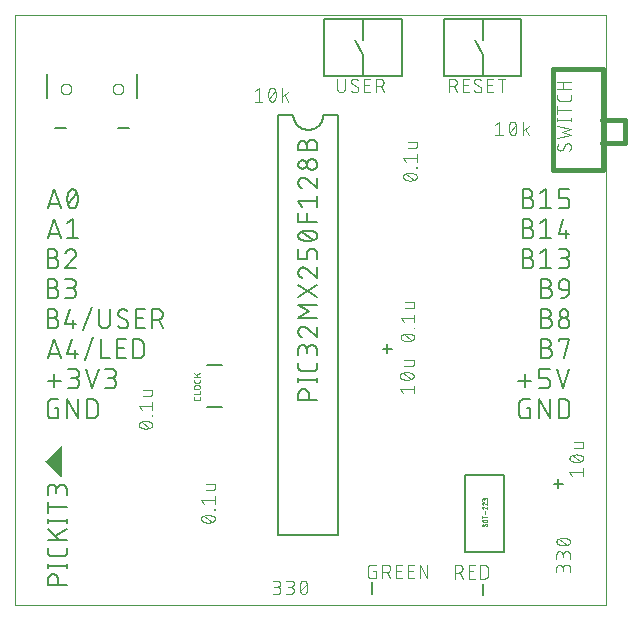
<source format=gto>
G04 EAGLE Gerber X2 export*
G75*
%MOMM*%
%FSLAX34Y34*%
%LPD*%
%AMOC8*
5,1,8,0,0,1.08239X$1,22.5*%
G01*
%ADD10C,0.000000*%
%ADD11C,0.152400*%
%ADD12C,0.101600*%
%ADD13C,0.127000*%
%ADD14C,0.203200*%
%ADD15C,0.050800*%
%ADD16C,0.177800*%
%ADD17C,0.406400*%
%ADD18C,0.025400*%

G36*
X38762Y108047D02*
X38762Y108047D01*
X38851Y108049D01*
X38873Y108058D01*
X38896Y108061D01*
X38976Y108100D01*
X39058Y108134D01*
X39076Y108150D01*
X39097Y108160D01*
X39158Y108225D01*
X39224Y108285D01*
X39235Y108306D01*
X39251Y108323D01*
X39286Y108405D01*
X39327Y108485D01*
X39330Y108511D01*
X39339Y108530D01*
X39341Y108580D01*
X39354Y108670D01*
X39354Y134070D01*
X39342Y134141D01*
X39341Y134171D01*
X39336Y134182D01*
X39329Y134246D01*
X39319Y134267D01*
X39315Y134291D01*
X39269Y134368D01*
X39230Y134447D01*
X39213Y134464D01*
X39200Y134484D01*
X39131Y134540D01*
X39067Y134601D01*
X39045Y134610D01*
X39026Y134625D01*
X38942Y134654D01*
X38860Y134689D01*
X38836Y134690D01*
X38814Y134697D01*
X38725Y134695D01*
X38636Y134699D01*
X38613Y134691D01*
X38589Y134691D01*
X38507Y134657D01*
X38422Y134630D01*
X38401Y134614D01*
X38382Y134606D01*
X38344Y134572D01*
X38272Y134518D01*
X25572Y121818D01*
X25534Y121765D01*
X25489Y121717D01*
X25470Y121673D01*
X25443Y121634D01*
X25427Y121571D01*
X25401Y121510D01*
X25399Y121463D01*
X25388Y121417D01*
X25394Y121352D01*
X25391Y121286D01*
X25406Y121241D01*
X25411Y121194D01*
X25440Y121135D01*
X25460Y121072D01*
X25493Y121028D01*
X25510Y120993D01*
X25539Y120966D01*
X25572Y120922D01*
X38272Y108222D01*
X38345Y108171D01*
X38414Y108115D01*
X38436Y108107D01*
X38456Y108093D01*
X38542Y108071D01*
X38626Y108043D01*
X38650Y108043D01*
X38673Y108038D01*
X38762Y108047D01*
G37*
D10*
X0Y0D02*
X500000Y0D01*
X500000Y500000D01*
X0Y500000D01*
X0Y0D01*
D11*
X429576Y345073D02*
X434092Y345073D01*
X434092Y345074D02*
X434225Y345072D01*
X434357Y345066D01*
X434489Y345056D01*
X434621Y345043D01*
X434753Y345025D01*
X434883Y345004D01*
X435014Y344979D01*
X435143Y344950D01*
X435271Y344917D01*
X435399Y344881D01*
X435525Y344841D01*
X435650Y344797D01*
X435774Y344749D01*
X435896Y344698D01*
X436017Y344643D01*
X436136Y344585D01*
X436254Y344523D01*
X436369Y344458D01*
X436483Y344389D01*
X436594Y344318D01*
X436703Y344242D01*
X436810Y344164D01*
X436915Y344083D01*
X437017Y343998D01*
X437117Y343911D01*
X437214Y343821D01*
X437309Y343728D01*
X437400Y343632D01*
X437489Y343534D01*
X437575Y343433D01*
X437658Y343329D01*
X437738Y343223D01*
X437814Y343115D01*
X437888Y343005D01*
X437958Y342892D01*
X438025Y342778D01*
X438088Y342661D01*
X438148Y342543D01*
X438205Y342423D01*
X438258Y342301D01*
X438307Y342178D01*
X438353Y342054D01*
X438395Y341928D01*
X438433Y341801D01*
X438468Y341673D01*
X438499Y341544D01*
X438526Y341415D01*
X438549Y341284D01*
X438569Y341153D01*
X438584Y341021D01*
X438596Y340889D01*
X438604Y340757D01*
X438608Y340624D01*
X438608Y340492D01*
X438604Y340359D01*
X438596Y340227D01*
X438584Y340095D01*
X438569Y339963D01*
X438549Y339832D01*
X438526Y339701D01*
X438499Y339572D01*
X438468Y339443D01*
X438433Y339315D01*
X438395Y339188D01*
X438353Y339062D01*
X438307Y338938D01*
X438258Y338815D01*
X438205Y338693D01*
X438148Y338573D01*
X438088Y338455D01*
X438025Y338338D01*
X437958Y338224D01*
X437888Y338111D01*
X437814Y338001D01*
X437738Y337893D01*
X437658Y337787D01*
X437575Y337683D01*
X437489Y337582D01*
X437400Y337484D01*
X437309Y337388D01*
X437214Y337295D01*
X437117Y337205D01*
X437017Y337118D01*
X436915Y337033D01*
X436810Y336952D01*
X436703Y336874D01*
X436594Y336798D01*
X436483Y336727D01*
X436369Y336658D01*
X436254Y336593D01*
X436136Y336531D01*
X436017Y336473D01*
X435896Y336418D01*
X435774Y336367D01*
X435650Y336319D01*
X435525Y336275D01*
X435399Y336235D01*
X435271Y336199D01*
X435143Y336166D01*
X435014Y336137D01*
X434883Y336112D01*
X434753Y336091D01*
X434621Y336073D01*
X434489Y336060D01*
X434357Y336050D01*
X434225Y336044D01*
X434092Y336042D01*
X429576Y336042D01*
X429576Y352298D01*
X434092Y352298D01*
X434211Y352296D01*
X434331Y352290D01*
X434450Y352280D01*
X434568Y352266D01*
X434687Y352249D01*
X434804Y352227D01*
X434921Y352202D01*
X435036Y352172D01*
X435151Y352139D01*
X435265Y352102D01*
X435377Y352062D01*
X435488Y352017D01*
X435597Y351969D01*
X435705Y351918D01*
X435811Y351863D01*
X435915Y351804D01*
X436017Y351742D01*
X436117Y351677D01*
X436215Y351608D01*
X436311Y351536D01*
X436404Y351461D01*
X436494Y351384D01*
X436582Y351303D01*
X436667Y351219D01*
X436749Y351132D01*
X436829Y351043D01*
X436905Y350951D01*
X436979Y350857D01*
X437049Y350760D01*
X437116Y350662D01*
X437180Y350561D01*
X437240Y350457D01*
X437297Y350352D01*
X437350Y350245D01*
X437400Y350137D01*
X437446Y350027D01*
X437488Y349915D01*
X437527Y349802D01*
X437562Y349688D01*
X437593Y349573D01*
X437621Y349456D01*
X437644Y349339D01*
X437664Y349222D01*
X437680Y349103D01*
X437692Y348984D01*
X437700Y348865D01*
X437704Y348746D01*
X437704Y348626D01*
X437700Y348507D01*
X437692Y348388D01*
X437680Y348269D01*
X437664Y348150D01*
X437644Y348033D01*
X437621Y347916D01*
X437593Y347799D01*
X437562Y347684D01*
X437527Y347570D01*
X437488Y347457D01*
X437446Y347345D01*
X437400Y347235D01*
X437350Y347127D01*
X437297Y347020D01*
X437240Y346915D01*
X437180Y346811D01*
X437116Y346710D01*
X437049Y346612D01*
X436979Y346515D01*
X436905Y346421D01*
X436829Y346329D01*
X436749Y346240D01*
X436667Y346153D01*
X436582Y346069D01*
X436494Y345988D01*
X436404Y345911D01*
X436311Y345836D01*
X436215Y345764D01*
X436117Y345695D01*
X436017Y345630D01*
X435915Y345568D01*
X435811Y345509D01*
X435705Y345454D01*
X435597Y345403D01*
X435488Y345355D01*
X435377Y345310D01*
X435265Y345270D01*
X435151Y345233D01*
X435036Y345200D01*
X434921Y345170D01*
X434804Y345145D01*
X434687Y345123D01*
X434568Y345106D01*
X434450Y345092D01*
X434331Y345082D01*
X434211Y345076D01*
X434092Y345074D01*
X444476Y348686D02*
X448991Y352298D01*
X448991Y336042D01*
X444476Y336042D02*
X453507Y336042D01*
X460107Y336042D02*
X465526Y336042D01*
X465644Y336044D01*
X465762Y336050D01*
X465880Y336059D01*
X465997Y336073D01*
X466114Y336090D01*
X466231Y336111D01*
X466346Y336136D01*
X466461Y336165D01*
X466575Y336198D01*
X466687Y336234D01*
X466798Y336274D01*
X466908Y336317D01*
X467017Y336364D01*
X467124Y336414D01*
X467229Y336469D01*
X467332Y336526D01*
X467433Y336587D01*
X467533Y336651D01*
X467630Y336718D01*
X467725Y336788D01*
X467817Y336862D01*
X467908Y336938D01*
X467995Y337018D01*
X468080Y337100D01*
X468162Y337185D01*
X468242Y337272D01*
X468318Y337363D01*
X468392Y337455D01*
X468462Y337550D01*
X468529Y337647D01*
X468593Y337747D01*
X468654Y337848D01*
X468711Y337951D01*
X468766Y338056D01*
X468816Y338163D01*
X468863Y338272D01*
X468906Y338382D01*
X468946Y338493D01*
X468982Y338605D01*
X469015Y338719D01*
X469044Y338834D01*
X469069Y338949D01*
X469090Y339066D01*
X469107Y339183D01*
X469121Y339300D01*
X469130Y339418D01*
X469136Y339536D01*
X469138Y339654D01*
X469138Y341461D01*
X469136Y341579D01*
X469130Y341697D01*
X469121Y341815D01*
X469107Y341932D01*
X469090Y342049D01*
X469069Y342166D01*
X469044Y342281D01*
X469015Y342396D01*
X468982Y342510D01*
X468946Y342622D01*
X468906Y342733D01*
X468863Y342843D01*
X468816Y342952D01*
X468766Y343059D01*
X468711Y343164D01*
X468654Y343267D01*
X468593Y343368D01*
X468529Y343468D01*
X468462Y343565D01*
X468392Y343660D01*
X468318Y343752D01*
X468242Y343843D01*
X468162Y343930D01*
X468080Y344015D01*
X467995Y344097D01*
X467908Y344177D01*
X467817Y344253D01*
X467725Y344327D01*
X467630Y344397D01*
X467533Y344464D01*
X467433Y344528D01*
X467332Y344589D01*
X467229Y344646D01*
X467124Y344701D01*
X467017Y344751D01*
X466908Y344798D01*
X466798Y344841D01*
X466687Y344881D01*
X466575Y344917D01*
X466461Y344950D01*
X466346Y344979D01*
X466231Y345004D01*
X466114Y345025D01*
X465997Y345042D01*
X465880Y345056D01*
X465762Y345065D01*
X465644Y345071D01*
X465526Y345073D01*
X460107Y345073D01*
X460107Y352298D01*
X469138Y352298D01*
X434092Y319673D02*
X429576Y319673D01*
X434092Y319674D02*
X434225Y319672D01*
X434357Y319666D01*
X434489Y319656D01*
X434621Y319643D01*
X434753Y319625D01*
X434883Y319604D01*
X435014Y319579D01*
X435143Y319550D01*
X435271Y319517D01*
X435399Y319481D01*
X435525Y319441D01*
X435650Y319397D01*
X435774Y319349D01*
X435896Y319298D01*
X436017Y319243D01*
X436136Y319185D01*
X436254Y319123D01*
X436369Y319058D01*
X436483Y318989D01*
X436594Y318918D01*
X436703Y318842D01*
X436810Y318764D01*
X436915Y318683D01*
X437017Y318598D01*
X437117Y318511D01*
X437214Y318421D01*
X437309Y318328D01*
X437400Y318232D01*
X437489Y318134D01*
X437575Y318033D01*
X437658Y317929D01*
X437738Y317823D01*
X437814Y317715D01*
X437888Y317605D01*
X437958Y317492D01*
X438025Y317378D01*
X438088Y317261D01*
X438148Y317143D01*
X438205Y317023D01*
X438258Y316901D01*
X438307Y316778D01*
X438353Y316654D01*
X438395Y316528D01*
X438433Y316401D01*
X438468Y316273D01*
X438499Y316144D01*
X438526Y316015D01*
X438549Y315884D01*
X438569Y315753D01*
X438584Y315621D01*
X438596Y315489D01*
X438604Y315357D01*
X438608Y315224D01*
X438608Y315092D01*
X438604Y314959D01*
X438596Y314827D01*
X438584Y314695D01*
X438569Y314563D01*
X438549Y314432D01*
X438526Y314301D01*
X438499Y314172D01*
X438468Y314043D01*
X438433Y313915D01*
X438395Y313788D01*
X438353Y313662D01*
X438307Y313538D01*
X438258Y313415D01*
X438205Y313293D01*
X438148Y313173D01*
X438088Y313055D01*
X438025Y312938D01*
X437958Y312824D01*
X437888Y312711D01*
X437814Y312601D01*
X437738Y312493D01*
X437658Y312387D01*
X437575Y312283D01*
X437489Y312182D01*
X437400Y312084D01*
X437309Y311988D01*
X437214Y311895D01*
X437117Y311805D01*
X437017Y311718D01*
X436915Y311633D01*
X436810Y311552D01*
X436703Y311474D01*
X436594Y311398D01*
X436483Y311327D01*
X436369Y311258D01*
X436254Y311193D01*
X436136Y311131D01*
X436017Y311073D01*
X435896Y311018D01*
X435774Y310967D01*
X435650Y310919D01*
X435525Y310875D01*
X435399Y310835D01*
X435271Y310799D01*
X435143Y310766D01*
X435014Y310737D01*
X434883Y310712D01*
X434753Y310691D01*
X434621Y310673D01*
X434489Y310660D01*
X434357Y310650D01*
X434225Y310644D01*
X434092Y310642D01*
X429576Y310642D01*
X429576Y326898D01*
X434092Y326898D01*
X434211Y326896D01*
X434331Y326890D01*
X434450Y326880D01*
X434568Y326866D01*
X434687Y326849D01*
X434804Y326827D01*
X434921Y326802D01*
X435036Y326772D01*
X435151Y326739D01*
X435265Y326702D01*
X435377Y326662D01*
X435488Y326617D01*
X435597Y326569D01*
X435705Y326518D01*
X435811Y326463D01*
X435915Y326404D01*
X436017Y326342D01*
X436117Y326277D01*
X436215Y326208D01*
X436311Y326136D01*
X436404Y326061D01*
X436494Y325984D01*
X436582Y325903D01*
X436667Y325819D01*
X436749Y325732D01*
X436829Y325643D01*
X436905Y325551D01*
X436979Y325457D01*
X437049Y325360D01*
X437116Y325262D01*
X437180Y325161D01*
X437240Y325057D01*
X437297Y324952D01*
X437350Y324845D01*
X437400Y324737D01*
X437446Y324627D01*
X437488Y324515D01*
X437527Y324402D01*
X437562Y324288D01*
X437593Y324173D01*
X437621Y324056D01*
X437644Y323939D01*
X437664Y323822D01*
X437680Y323703D01*
X437692Y323584D01*
X437700Y323465D01*
X437704Y323346D01*
X437704Y323226D01*
X437700Y323107D01*
X437692Y322988D01*
X437680Y322869D01*
X437664Y322750D01*
X437644Y322633D01*
X437621Y322516D01*
X437593Y322399D01*
X437562Y322284D01*
X437527Y322170D01*
X437488Y322057D01*
X437446Y321945D01*
X437400Y321835D01*
X437350Y321727D01*
X437297Y321620D01*
X437240Y321515D01*
X437180Y321411D01*
X437116Y321310D01*
X437049Y321212D01*
X436979Y321115D01*
X436905Y321021D01*
X436829Y320929D01*
X436749Y320840D01*
X436667Y320753D01*
X436582Y320669D01*
X436494Y320588D01*
X436404Y320511D01*
X436311Y320436D01*
X436215Y320364D01*
X436117Y320295D01*
X436017Y320230D01*
X435915Y320168D01*
X435811Y320109D01*
X435705Y320054D01*
X435597Y320003D01*
X435488Y319955D01*
X435377Y319910D01*
X435265Y319870D01*
X435151Y319833D01*
X435036Y319800D01*
X434921Y319770D01*
X434804Y319745D01*
X434687Y319723D01*
X434568Y319706D01*
X434450Y319692D01*
X434331Y319682D01*
X434211Y319676D01*
X434092Y319674D01*
X444476Y323286D02*
X448991Y326898D01*
X448991Y310642D01*
X444476Y310642D02*
X453507Y310642D01*
X460107Y314254D02*
X463719Y326898D01*
X460107Y314254D02*
X469138Y314254D01*
X466429Y317867D02*
X466429Y310642D01*
X434092Y294273D02*
X429576Y294273D01*
X434092Y294274D02*
X434225Y294272D01*
X434357Y294266D01*
X434489Y294256D01*
X434621Y294243D01*
X434753Y294225D01*
X434883Y294204D01*
X435014Y294179D01*
X435143Y294150D01*
X435271Y294117D01*
X435399Y294081D01*
X435525Y294041D01*
X435650Y293997D01*
X435774Y293949D01*
X435896Y293898D01*
X436017Y293843D01*
X436136Y293785D01*
X436254Y293723D01*
X436369Y293658D01*
X436483Y293589D01*
X436594Y293518D01*
X436703Y293442D01*
X436810Y293364D01*
X436915Y293283D01*
X437017Y293198D01*
X437117Y293111D01*
X437214Y293021D01*
X437309Y292928D01*
X437400Y292832D01*
X437489Y292734D01*
X437575Y292633D01*
X437658Y292529D01*
X437738Y292423D01*
X437814Y292315D01*
X437888Y292205D01*
X437958Y292092D01*
X438025Y291978D01*
X438088Y291861D01*
X438148Y291743D01*
X438205Y291623D01*
X438258Y291501D01*
X438307Y291378D01*
X438353Y291254D01*
X438395Y291128D01*
X438433Y291001D01*
X438468Y290873D01*
X438499Y290744D01*
X438526Y290615D01*
X438549Y290484D01*
X438569Y290353D01*
X438584Y290221D01*
X438596Y290089D01*
X438604Y289957D01*
X438608Y289824D01*
X438608Y289692D01*
X438604Y289559D01*
X438596Y289427D01*
X438584Y289295D01*
X438569Y289163D01*
X438549Y289032D01*
X438526Y288901D01*
X438499Y288772D01*
X438468Y288643D01*
X438433Y288515D01*
X438395Y288388D01*
X438353Y288262D01*
X438307Y288138D01*
X438258Y288015D01*
X438205Y287893D01*
X438148Y287773D01*
X438088Y287655D01*
X438025Y287538D01*
X437958Y287424D01*
X437888Y287311D01*
X437814Y287201D01*
X437738Y287093D01*
X437658Y286987D01*
X437575Y286883D01*
X437489Y286782D01*
X437400Y286684D01*
X437309Y286588D01*
X437214Y286495D01*
X437117Y286405D01*
X437017Y286318D01*
X436915Y286233D01*
X436810Y286152D01*
X436703Y286074D01*
X436594Y285998D01*
X436483Y285927D01*
X436369Y285858D01*
X436254Y285793D01*
X436136Y285731D01*
X436017Y285673D01*
X435896Y285618D01*
X435774Y285567D01*
X435650Y285519D01*
X435525Y285475D01*
X435399Y285435D01*
X435271Y285399D01*
X435143Y285366D01*
X435014Y285337D01*
X434883Y285312D01*
X434753Y285291D01*
X434621Y285273D01*
X434489Y285260D01*
X434357Y285250D01*
X434225Y285244D01*
X434092Y285242D01*
X429576Y285242D01*
X429576Y301498D01*
X434092Y301498D01*
X434211Y301496D01*
X434331Y301490D01*
X434450Y301480D01*
X434568Y301466D01*
X434687Y301449D01*
X434804Y301427D01*
X434921Y301402D01*
X435036Y301372D01*
X435151Y301339D01*
X435265Y301302D01*
X435377Y301262D01*
X435488Y301217D01*
X435597Y301169D01*
X435705Y301118D01*
X435811Y301063D01*
X435915Y301004D01*
X436017Y300942D01*
X436117Y300877D01*
X436215Y300808D01*
X436311Y300736D01*
X436404Y300661D01*
X436494Y300584D01*
X436582Y300503D01*
X436667Y300419D01*
X436749Y300332D01*
X436829Y300243D01*
X436905Y300151D01*
X436979Y300057D01*
X437049Y299960D01*
X437116Y299862D01*
X437180Y299761D01*
X437240Y299657D01*
X437297Y299552D01*
X437350Y299445D01*
X437400Y299337D01*
X437446Y299227D01*
X437488Y299115D01*
X437527Y299002D01*
X437562Y298888D01*
X437593Y298773D01*
X437621Y298656D01*
X437644Y298539D01*
X437664Y298422D01*
X437680Y298303D01*
X437692Y298184D01*
X437700Y298065D01*
X437704Y297946D01*
X437704Y297826D01*
X437700Y297707D01*
X437692Y297588D01*
X437680Y297469D01*
X437664Y297350D01*
X437644Y297233D01*
X437621Y297116D01*
X437593Y296999D01*
X437562Y296884D01*
X437527Y296770D01*
X437488Y296657D01*
X437446Y296545D01*
X437400Y296435D01*
X437350Y296327D01*
X437297Y296220D01*
X437240Y296115D01*
X437180Y296011D01*
X437116Y295910D01*
X437049Y295812D01*
X436979Y295715D01*
X436905Y295621D01*
X436829Y295529D01*
X436749Y295440D01*
X436667Y295353D01*
X436582Y295269D01*
X436494Y295188D01*
X436404Y295111D01*
X436311Y295036D01*
X436215Y294964D01*
X436117Y294895D01*
X436017Y294830D01*
X435915Y294768D01*
X435811Y294709D01*
X435705Y294654D01*
X435597Y294603D01*
X435488Y294555D01*
X435377Y294510D01*
X435265Y294470D01*
X435151Y294433D01*
X435036Y294400D01*
X434921Y294370D01*
X434804Y294345D01*
X434687Y294323D01*
X434568Y294306D01*
X434450Y294292D01*
X434331Y294282D01*
X434211Y294276D01*
X434092Y294274D01*
X444476Y297886D02*
X448991Y301498D01*
X448991Y285242D01*
X444476Y285242D02*
X453507Y285242D01*
X460107Y285242D02*
X464622Y285242D01*
X464755Y285244D01*
X464887Y285250D01*
X465019Y285260D01*
X465151Y285273D01*
X465283Y285291D01*
X465413Y285312D01*
X465544Y285337D01*
X465673Y285366D01*
X465801Y285399D01*
X465929Y285435D01*
X466055Y285475D01*
X466180Y285519D01*
X466304Y285567D01*
X466426Y285618D01*
X466547Y285673D01*
X466666Y285731D01*
X466784Y285793D01*
X466899Y285858D01*
X467013Y285927D01*
X467124Y285998D01*
X467233Y286074D01*
X467340Y286152D01*
X467445Y286233D01*
X467547Y286318D01*
X467647Y286405D01*
X467744Y286495D01*
X467839Y286588D01*
X467930Y286684D01*
X468019Y286782D01*
X468105Y286883D01*
X468188Y286987D01*
X468268Y287093D01*
X468344Y287201D01*
X468418Y287311D01*
X468488Y287424D01*
X468555Y287538D01*
X468618Y287655D01*
X468678Y287773D01*
X468735Y287893D01*
X468788Y288015D01*
X468837Y288138D01*
X468883Y288262D01*
X468925Y288388D01*
X468963Y288515D01*
X468998Y288643D01*
X469029Y288772D01*
X469056Y288901D01*
X469079Y289032D01*
X469099Y289163D01*
X469114Y289295D01*
X469126Y289427D01*
X469134Y289559D01*
X469138Y289692D01*
X469138Y289824D01*
X469134Y289957D01*
X469126Y290089D01*
X469114Y290221D01*
X469099Y290353D01*
X469079Y290484D01*
X469056Y290615D01*
X469029Y290744D01*
X468998Y290873D01*
X468963Y291001D01*
X468925Y291128D01*
X468883Y291254D01*
X468837Y291378D01*
X468788Y291501D01*
X468735Y291623D01*
X468678Y291743D01*
X468618Y291861D01*
X468555Y291978D01*
X468488Y292092D01*
X468418Y292205D01*
X468344Y292315D01*
X468268Y292423D01*
X468188Y292529D01*
X468105Y292633D01*
X468019Y292734D01*
X467930Y292832D01*
X467839Y292928D01*
X467744Y293021D01*
X467647Y293111D01*
X467547Y293198D01*
X467445Y293283D01*
X467340Y293364D01*
X467233Y293442D01*
X467124Y293518D01*
X467013Y293589D01*
X466899Y293658D01*
X466784Y293723D01*
X466666Y293785D01*
X466547Y293843D01*
X466426Y293898D01*
X466304Y293949D01*
X466180Y293997D01*
X466055Y294041D01*
X465929Y294081D01*
X465801Y294117D01*
X465673Y294150D01*
X465544Y294179D01*
X465413Y294204D01*
X465283Y294225D01*
X465151Y294243D01*
X465019Y294256D01*
X464887Y294266D01*
X464755Y294272D01*
X464622Y294274D01*
X465526Y301498D02*
X460107Y301498D01*
X465526Y301498D02*
X465645Y301496D01*
X465765Y301490D01*
X465884Y301480D01*
X466002Y301466D01*
X466121Y301449D01*
X466238Y301427D01*
X466355Y301402D01*
X466470Y301372D01*
X466585Y301339D01*
X466699Y301302D01*
X466811Y301262D01*
X466922Y301217D01*
X467031Y301169D01*
X467139Y301118D01*
X467245Y301063D01*
X467349Y301004D01*
X467451Y300942D01*
X467551Y300877D01*
X467649Y300808D01*
X467745Y300736D01*
X467838Y300661D01*
X467928Y300584D01*
X468016Y300503D01*
X468101Y300419D01*
X468183Y300332D01*
X468263Y300243D01*
X468339Y300151D01*
X468413Y300057D01*
X468483Y299960D01*
X468550Y299862D01*
X468614Y299761D01*
X468674Y299657D01*
X468731Y299552D01*
X468784Y299445D01*
X468834Y299337D01*
X468880Y299227D01*
X468922Y299115D01*
X468961Y299002D01*
X468996Y298888D01*
X469027Y298773D01*
X469055Y298656D01*
X469078Y298539D01*
X469098Y298422D01*
X469114Y298303D01*
X469126Y298184D01*
X469134Y298065D01*
X469138Y297946D01*
X469138Y297826D01*
X469134Y297707D01*
X469126Y297588D01*
X469114Y297469D01*
X469098Y297350D01*
X469078Y297233D01*
X469055Y297116D01*
X469027Y296999D01*
X468996Y296884D01*
X468961Y296770D01*
X468922Y296657D01*
X468880Y296545D01*
X468834Y296435D01*
X468784Y296327D01*
X468731Y296220D01*
X468674Y296115D01*
X468614Y296011D01*
X468550Y295910D01*
X468483Y295812D01*
X468413Y295715D01*
X468339Y295621D01*
X468263Y295529D01*
X468183Y295440D01*
X468101Y295353D01*
X468016Y295269D01*
X467928Y295188D01*
X467838Y295111D01*
X467745Y295036D01*
X467649Y294964D01*
X467551Y294895D01*
X467451Y294830D01*
X467349Y294768D01*
X467245Y294709D01*
X467139Y294654D01*
X467031Y294603D01*
X466922Y294555D01*
X466811Y294510D01*
X466699Y294470D01*
X466585Y294433D01*
X466470Y294400D01*
X466355Y294370D01*
X466238Y294345D01*
X466121Y294323D01*
X466002Y294306D01*
X465884Y294292D01*
X465765Y294282D01*
X465645Y294276D01*
X465526Y294274D01*
X465526Y294273D02*
X461913Y294273D01*
X449723Y268873D02*
X445208Y268873D01*
X449723Y268874D02*
X449856Y268872D01*
X449988Y268866D01*
X450120Y268856D01*
X450252Y268843D01*
X450384Y268825D01*
X450514Y268804D01*
X450645Y268779D01*
X450774Y268750D01*
X450902Y268717D01*
X451030Y268681D01*
X451156Y268641D01*
X451281Y268597D01*
X451405Y268549D01*
X451527Y268498D01*
X451648Y268443D01*
X451767Y268385D01*
X451885Y268323D01*
X452000Y268258D01*
X452114Y268189D01*
X452225Y268118D01*
X452334Y268042D01*
X452441Y267964D01*
X452546Y267883D01*
X452648Y267798D01*
X452748Y267711D01*
X452845Y267621D01*
X452940Y267528D01*
X453031Y267432D01*
X453120Y267334D01*
X453206Y267233D01*
X453289Y267129D01*
X453369Y267023D01*
X453445Y266915D01*
X453519Y266805D01*
X453589Y266692D01*
X453656Y266578D01*
X453719Y266461D01*
X453779Y266343D01*
X453836Y266223D01*
X453889Y266101D01*
X453938Y265978D01*
X453984Y265854D01*
X454026Y265728D01*
X454064Y265601D01*
X454099Y265473D01*
X454130Y265344D01*
X454157Y265215D01*
X454180Y265084D01*
X454200Y264953D01*
X454215Y264821D01*
X454227Y264689D01*
X454235Y264557D01*
X454239Y264424D01*
X454239Y264292D01*
X454235Y264159D01*
X454227Y264027D01*
X454215Y263895D01*
X454200Y263763D01*
X454180Y263632D01*
X454157Y263501D01*
X454130Y263372D01*
X454099Y263243D01*
X454064Y263115D01*
X454026Y262988D01*
X453984Y262862D01*
X453938Y262738D01*
X453889Y262615D01*
X453836Y262493D01*
X453779Y262373D01*
X453719Y262255D01*
X453656Y262138D01*
X453589Y262024D01*
X453519Y261911D01*
X453445Y261801D01*
X453369Y261693D01*
X453289Y261587D01*
X453206Y261483D01*
X453120Y261382D01*
X453031Y261284D01*
X452940Y261188D01*
X452845Y261095D01*
X452748Y261005D01*
X452648Y260918D01*
X452546Y260833D01*
X452441Y260752D01*
X452334Y260674D01*
X452225Y260598D01*
X452114Y260527D01*
X452000Y260458D01*
X451885Y260393D01*
X451767Y260331D01*
X451648Y260273D01*
X451527Y260218D01*
X451405Y260167D01*
X451281Y260119D01*
X451156Y260075D01*
X451030Y260035D01*
X450902Y259999D01*
X450774Y259966D01*
X450645Y259937D01*
X450514Y259912D01*
X450384Y259891D01*
X450252Y259873D01*
X450120Y259860D01*
X449988Y259850D01*
X449856Y259844D01*
X449723Y259842D01*
X445208Y259842D01*
X445208Y276098D01*
X449723Y276098D01*
X449842Y276096D01*
X449962Y276090D01*
X450081Y276080D01*
X450199Y276066D01*
X450318Y276049D01*
X450435Y276027D01*
X450552Y276002D01*
X450667Y275972D01*
X450782Y275939D01*
X450896Y275902D01*
X451008Y275862D01*
X451119Y275817D01*
X451228Y275769D01*
X451336Y275718D01*
X451442Y275663D01*
X451546Y275604D01*
X451648Y275542D01*
X451748Y275477D01*
X451846Y275408D01*
X451942Y275336D01*
X452035Y275261D01*
X452125Y275184D01*
X452213Y275103D01*
X452298Y275019D01*
X452380Y274932D01*
X452460Y274843D01*
X452536Y274751D01*
X452610Y274657D01*
X452680Y274560D01*
X452747Y274462D01*
X452811Y274361D01*
X452871Y274257D01*
X452928Y274152D01*
X452981Y274045D01*
X453031Y273937D01*
X453077Y273827D01*
X453119Y273715D01*
X453158Y273602D01*
X453193Y273488D01*
X453224Y273373D01*
X453252Y273256D01*
X453275Y273139D01*
X453295Y273022D01*
X453311Y272903D01*
X453323Y272784D01*
X453331Y272665D01*
X453335Y272546D01*
X453335Y272426D01*
X453331Y272307D01*
X453323Y272188D01*
X453311Y272069D01*
X453295Y271950D01*
X453275Y271833D01*
X453252Y271716D01*
X453224Y271599D01*
X453193Y271484D01*
X453158Y271370D01*
X453119Y271257D01*
X453077Y271145D01*
X453031Y271035D01*
X452981Y270927D01*
X452928Y270820D01*
X452871Y270715D01*
X452811Y270611D01*
X452747Y270510D01*
X452680Y270412D01*
X452610Y270315D01*
X452536Y270221D01*
X452460Y270129D01*
X452380Y270040D01*
X452298Y269953D01*
X452213Y269869D01*
X452125Y269788D01*
X452035Y269711D01*
X451942Y269636D01*
X451846Y269564D01*
X451748Y269495D01*
X451648Y269430D01*
X451546Y269368D01*
X451442Y269309D01*
X451336Y269254D01*
X451228Y269203D01*
X451119Y269155D01*
X451008Y269110D01*
X450896Y269070D01*
X450782Y269033D01*
X450667Y269000D01*
X450552Y268970D01*
X450435Y268945D01*
X450318Y268923D01*
X450199Y268906D01*
X450081Y268892D01*
X449962Y268882D01*
X449842Y268876D01*
X449723Y268874D01*
X463719Y267067D02*
X469138Y267067D01*
X463719Y267067D02*
X463601Y267069D01*
X463483Y267075D01*
X463365Y267084D01*
X463248Y267098D01*
X463131Y267115D01*
X463014Y267136D01*
X462899Y267161D01*
X462784Y267190D01*
X462670Y267223D01*
X462558Y267259D01*
X462447Y267299D01*
X462337Y267342D01*
X462228Y267389D01*
X462121Y267439D01*
X462016Y267494D01*
X461913Y267551D01*
X461812Y267612D01*
X461712Y267676D01*
X461615Y267743D01*
X461520Y267813D01*
X461428Y267887D01*
X461337Y267963D01*
X461250Y268043D01*
X461165Y268125D01*
X461083Y268210D01*
X461003Y268297D01*
X460927Y268388D01*
X460853Y268480D01*
X460783Y268575D01*
X460716Y268672D01*
X460652Y268772D01*
X460591Y268873D01*
X460534Y268976D01*
X460479Y269081D01*
X460429Y269188D01*
X460382Y269297D01*
X460339Y269407D01*
X460299Y269518D01*
X460263Y269630D01*
X460230Y269744D01*
X460201Y269859D01*
X460176Y269974D01*
X460155Y270091D01*
X460138Y270208D01*
X460124Y270325D01*
X460115Y270443D01*
X460109Y270561D01*
X460107Y270679D01*
X460107Y271582D01*
X460106Y271582D02*
X460108Y271715D01*
X460114Y271847D01*
X460124Y271979D01*
X460137Y272111D01*
X460155Y272243D01*
X460176Y272373D01*
X460201Y272504D01*
X460230Y272633D01*
X460263Y272761D01*
X460299Y272889D01*
X460339Y273015D01*
X460383Y273140D01*
X460431Y273264D01*
X460482Y273386D01*
X460537Y273507D01*
X460595Y273626D01*
X460657Y273744D01*
X460722Y273859D01*
X460791Y273973D01*
X460862Y274084D01*
X460938Y274193D01*
X461016Y274300D01*
X461097Y274405D01*
X461182Y274507D01*
X461269Y274607D01*
X461359Y274704D01*
X461452Y274799D01*
X461548Y274890D01*
X461646Y274979D01*
X461747Y275065D01*
X461851Y275148D01*
X461957Y275228D01*
X462065Y275304D01*
X462175Y275378D01*
X462288Y275448D01*
X462402Y275515D01*
X462519Y275578D01*
X462637Y275638D01*
X462757Y275695D01*
X462879Y275748D01*
X463002Y275797D01*
X463126Y275843D01*
X463252Y275885D01*
X463379Y275923D01*
X463507Y275958D01*
X463636Y275989D01*
X463765Y276016D01*
X463896Y276039D01*
X464027Y276059D01*
X464159Y276074D01*
X464291Y276086D01*
X464423Y276094D01*
X464556Y276098D01*
X464688Y276098D01*
X464821Y276094D01*
X464953Y276086D01*
X465085Y276074D01*
X465217Y276059D01*
X465348Y276039D01*
X465479Y276016D01*
X465608Y275989D01*
X465737Y275958D01*
X465865Y275923D01*
X465992Y275885D01*
X466118Y275843D01*
X466242Y275797D01*
X466365Y275748D01*
X466487Y275695D01*
X466607Y275638D01*
X466725Y275578D01*
X466842Y275515D01*
X466956Y275448D01*
X467069Y275378D01*
X467179Y275304D01*
X467287Y275228D01*
X467393Y275148D01*
X467497Y275065D01*
X467598Y274979D01*
X467696Y274890D01*
X467792Y274799D01*
X467885Y274704D01*
X467975Y274607D01*
X468062Y274507D01*
X468147Y274405D01*
X468228Y274300D01*
X468306Y274193D01*
X468382Y274084D01*
X468453Y273973D01*
X468522Y273859D01*
X468587Y273744D01*
X468649Y273626D01*
X468707Y273507D01*
X468762Y273386D01*
X468813Y273264D01*
X468861Y273140D01*
X468905Y273015D01*
X468945Y272889D01*
X468981Y272761D01*
X469014Y272633D01*
X469043Y272504D01*
X469068Y272373D01*
X469089Y272243D01*
X469107Y272111D01*
X469120Y271979D01*
X469130Y271847D01*
X469136Y271715D01*
X469138Y271582D01*
X469138Y267067D01*
X469136Y266892D01*
X469130Y266718D01*
X469119Y266544D01*
X469104Y266370D01*
X469085Y266196D01*
X469062Y266023D01*
X469035Y265851D01*
X469003Y265679D01*
X468968Y265508D01*
X468928Y265338D01*
X468884Y265169D01*
X468836Y265001D01*
X468784Y264834D01*
X468728Y264669D01*
X468668Y264505D01*
X468605Y264342D01*
X468537Y264182D01*
X468465Y264022D01*
X468390Y263865D01*
X468310Y263709D01*
X468227Y263556D01*
X468141Y263404D01*
X468050Y263255D01*
X467956Y263108D01*
X467859Y262963D01*
X467758Y262820D01*
X467654Y262680D01*
X467546Y262543D01*
X467435Y262408D01*
X467321Y262276D01*
X467204Y262147D01*
X467083Y262020D01*
X466960Y261897D01*
X466833Y261776D01*
X466704Y261659D01*
X466572Y261545D01*
X466437Y261434D01*
X466300Y261326D01*
X466160Y261222D01*
X466017Y261121D01*
X465872Y261024D01*
X465725Y260930D01*
X465576Y260839D01*
X465424Y260753D01*
X465271Y260670D01*
X465115Y260590D01*
X464958Y260515D01*
X464798Y260443D01*
X464638Y260375D01*
X464475Y260312D01*
X464311Y260252D01*
X464146Y260196D01*
X463979Y260144D01*
X463811Y260096D01*
X463642Y260052D01*
X463472Y260012D01*
X463301Y259977D01*
X463129Y259945D01*
X462957Y259918D01*
X462784Y259895D01*
X462610Y259876D01*
X462436Y259861D01*
X462262Y259850D01*
X462088Y259844D01*
X461913Y259842D01*
X449723Y243473D02*
X445208Y243473D01*
X449723Y243474D02*
X449856Y243472D01*
X449988Y243466D01*
X450120Y243456D01*
X450252Y243443D01*
X450384Y243425D01*
X450514Y243404D01*
X450645Y243379D01*
X450774Y243350D01*
X450902Y243317D01*
X451030Y243281D01*
X451156Y243241D01*
X451281Y243197D01*
X451405Y243149D01*
X451527Y243098D01*
X451648Y243043D01*
X451767Y242985D01*
X451885Y242923D01*
X452000Y242858D01*
X452114Y242789D01*
X452225Y242718D01*
X452334Y242642D01*
X452441Y242564D01*
X452546Y242483D01*
X452648Y242398D01*
X452748Y242311D01*
X452845Y242221D01*
X452940Y242128D01*
X453031Y242032D01*
X453120Y241934D01*
X453206Y241833D01*
X453289Y241729D01*
X453369Y241623D01*
X453445Y241515D01*
X453519Y241405D01*
X453589Y241292D01*
X453656Y241178D01*
X453719Y241061D01*
X453779Y240943D01*
X453836Y240823D01*
X453889Y240701D01*
X453938Y240578D01*
X453984Y240454D01*
X454026Y240328D01*
X454064Y240201D01*
X454099Y240073D01*
X454130Y239944D01*
X454157Y239815D01*
X454180Y239684D01*
X454200Y239553D01*
X454215Y239421D01*
X454227Y239289D01*
X454235Y239157D01*
X454239Y239024D01*
X454239Y238892D01*
X454235Y238759D01*
X454227Y238627D01*
X454215Y238495D01*
X454200Y238363D01*
X454180Y238232D01*
X454157Y238101D01*
X454130Y237972D01*
X454099Y237843D01*
X454064Y237715D01*
X454026Y237588D01*
X453984Y237462D01*
X453938Y237338D01*
X453889Y237215D01*
X453836Y237093D01*
X453779Y236973D01*
X453719Y236855D01*
X453656Y236738D01*
X453589Y236624D01*
X453519Y236511D01*
X453445Y236401D01*
X453369Y236293D01*
X453289Y236187D01*
X453206Y236083D01*
X453120Y235982D01*
X453031Y235884D01*
X452940Y235788D01*
X452845Y235695D01*
X452748Y235605D01*
X452648Y235518D01*
X452546Y235433D01*
X452441Y235352D01*
X452334Y235274D01*
X452225Y235198D01*
X452114Y235127D01*
X452000Y235058D01*
X451885Y234993D01*
X451767Y234931D01*
X451648Y234873D01*
X451527Y234818D01*
X451405Y234767D01*
X451281Y234719D01*
X451156Y234675D01*
X451030Y234635D01*
X450902Y234599D01*
X450774Y234566D01*
X450645Y234537D01*
X450514Y234512D01*
X450384Y234491D01*
X450252Y234473D01*
X450120Y234460D01*
X449988Y234450D01*
X449856Y234444D01*
X449723Y234442D01*
X445208Y234442D01*
X445208Y250698D01*
X449723Y250698D01*
X449842Y250696D01*
X449962Y250690D01*
X450081Y250680D01*
X450199Y250666D01*
X450318Y250649D01*
X450435Y250627D01*
X450552Y250602D01*
X450667Y250572D01*
X450782Y250539D01*
X450896Y250502D01*
X451008Y250462D01*
X451119Y250417D01*
X451228Y250369D01*
X451336Y250318D01*
X451442Y250263D01*
X451546Y250204D01*
X451648Y250142D01*
X451748Y250077D01*
X451846Y250008D01*
X451942Y249936D01*
X452035Y249861D01*
X452125Y249784D01*
X452213Y249703D01*
X452298Y249619D01*
X452380Y249532D01*
X452460Y249443D01*
X452536Y249351D01*
X452610Y249257D01*
X452680Y249160D01*
X452747Y249062D01*
X452811Y248961D01*
X452871Y248857D01*
X452928Y248752D01*
X452981Y248645D01*
X453031Y248537D01*
X453077Y248427D01*
X453119Y248315D01*
X453158Y248202D01*
X453193Y248088D01*
X453224Y247973D01*
X453252Y247856D01*
X453275Y247739D01*
X453295Y247622D01*
X453311Y247503D01*
X453323Y247384D01*
X453331Y247265D01*
X453335Y247146D01*
X453335Y247026D01*
X453331Y246907D01*
X453323Y246788D01*
X453311Y246669D01*
X453295Y246550D01*
X453275Y246433D01*
X453252Y246316D01*
X453224Y246199D01*
X453193Y246084D01*
X453158Y245970D01*
X453119Y245857D01*
X453077Y245745D01*
X453031Y245635D01*
X452981Y245527D01*
X452928Y245420D01*
X452871Y245315D01*
X452811Y245211D01*
X452747Y245110D01*
X452680Y245012D01*
X452610Y244915D01*
X452536Y244821D01*
X452460Y244729D01*
X452380Y244640D01*
X452298Y244553D01*
X452213Y244469D01*
X452125Y244388D01*
X452035Y244311D01*
X451942Y244236D01*
X451846Y244164D01*
X451748Y244095D01*
X451648Y244030D01*
X451546Y243968D01*
X451442Y243909D01*
X451336Y243854D01*
X451228Y243803D01*
X451119Y243755D01*
X451008Y243710D01*
X450896Y243670D01*
X450782Y243633D01*
X450667Y243600D01*
X450552Y243570D01*
X450435Y243545D01*
X450318Y243523D01*
X450199Y243506D01*
X450081Y243492D01*
X449962Y243482D01*
X449842Y243476D01*
X449723Y243474D01*
X460106Y238958D02*
X460108Y239091D01*
X460114Y239223D01*
X460124Y239355D01*
X460137Y239487D01*
X460155Y239619D01*
X460176Y239749D01*
X460201Y239880D01*
X460230Y240009D01*
X460263Y240137D01*
X460299Y240265D01*
X460339Y240391D01*
X460383Y240516D01*
X460431Y240640D01*
X460482Y240762D01*
X460537Y240883D01*
X460595Y241002D01*
X460657Y241120D01*
X460722Y241235D01*
X460791Y241349D01*
X460862Y241460D01*
X460938Y241569D01*
X461016Y241676D01*
X461097Y241781D01*
X461182Y241883D01*
X461269Y241983D01*
X461359Y242080D01*
X461452Y242175D01*
X461548Y242266D01*
X461646Y242355D01*
X461747Y242441D01*
X461851Y242524D01*
X461957Y242604D01*
X462065Y242680D01*
X462175Y242754D01*
X462288Y242824D01*
X462402Y242891D01*
X462519Y242954D01*
X462637Y243014D01*
X462757Y243071D01*
X462879Y243124D01*
X463002Y243173D01*
X463126Y243219D01*
X463252Y243261D01*
X463379Y243299D01*
X463507Y243334D01*
X463636Y243365D01*
X463765Y243392D01*
X463896Y243415D01*
X464027Y243435D01*
X464159Y243450D01*
X464291Y243462D01*
X464423Y243470D01*
X464556Y243474D01*
X464688Y243474D01*
X464821Y243470D01*
X464953Y243462D01*
X465085Y243450D01*
X465217Y243435D01*
X465348Y243415D01*
X465479Y243392D01*
X465608Y243365D01*
X465737Y243334D01*
X465865Y243299D01*
X465992Y243261D01*
X466118Y243219D01*
X466242Y243173D01*
X466365Y243124D01*
X466487Y243071D01*
X466607Y243014D01*
X466725Y242954D01*
X466842Y242891D01*
X466956Y242824D01*
X467069Y242754D01*
X467179Y242680D01*
X467287Y242604D01*
X467393Y242524D01*
X467497Y242441D01*
X467598Y242355D01*
X467696Y242266D01*
X467792Y242175D01*
X467885Y242080D01*
X467975Y241983D01*
X468062Y241883D01*
X468147Y241781D01*
X468228Y241676D01*
X468306Y241569D01*
X468382Y241460D01*
X468453Y241349D01*
X468522Y241235D01*
X468587Y241120D01*
X468649Y241002D01*
X468707Y240883D01*
X468762Y240762D01*
X468813Y240640D01*
X468861Y240516D01*
X468905Y240391D01*
X468945Y240265D01*
X468981Y240137D01*
X469014Y240009D01*
X469043Y239880D01*
X469068Y239749D01*
X469089Y239619D01*
X469107Y239487D01*
X469120Y239355D01*
X469130Y239223D01*
X469136Y239091D01*
X469138Y238958D01*
X469136Y238825D01*
X469130Y238693D01*
X469120Y238561D01*
X469107Y238429D01*
X469089Y238297D01*
X469068Y238167D01*
X469043Y238036D01*
X469014Y237907D01*
X468981Y237779D01*
X468945Y237651D01*
X468905Y237525D01*
X468861Y237400D01*
X468813Y237276D01*
X468762Y237154D01*
X468707Y237033D01*
X468649Y236914D01*
X468587Y236796D01*
X468522Y236681D01*
X468453Y236567D01*
X468382Y236456D01*
X468306Y236347D01*
X468228Y236240D01*
X468147Y236135D01*
X468062Y236033D01*
X467975Y235933D01*
X467885Y235836D01*
X467792Y235741D01*
X467696Y235650D01*
X467598Y235561D01*
X467497Y235475D01*
X467393Y235392D01*
X467287Y235312D01*
X467179Y235236D01*
X467069Y235162D01*
X466956Y235092D01*
X466842Y235025D01*
X466725Y234962D01*
X466607Y234902D01*
X466487Y234845D01*
X466365Y234792D01*
X466242Y234743D01*
X466118Y234697D01*
X465992Y234655D01*
X465865Y234617D01*
X465737Y234582D01*
X465608Y234551D01*
X465479Y234524D01*
X465348Y234501D01*
X465217Y234481D01*
X465085Y234466D01*
X464953Y234454D01*
X464821Y234446D01*
X464688Y234442D01*
X464556Y234442D01*
X464423Y234446D01*
X464291Y234454D01*
X464159Y234466D01*
X464027Y234481D01*
X463896Y234501D01*
X463765Y234524D01*
X463636Y234551D01*
X463507Y234582D01*
X463379Y234617D01*
X463252Y234655D01*
X463126Y234697D01*
X463002Y234743D01*
X462879Y234792D01*
X462757Y234845D01*
X462637Y234902D01*
X462519Y234962D01*
X462402Y235025D01*
X462288Y235092D01*
X462175Y235162D01*
X462065Y235236D01*
X461957Y235312D01*
X461851Y235392D01*
X461747Y235475D01*
X461646Y235561D01*
X461548Y235650D01*
X461452Y235741D01*
X461359Y235836D01*
X461269Y235933D01*
X461182Y236033D01*
X461097Y236135D01*
X461016Y236240D01*
X460938Y236347D01*
X460862Y236456D01*
X460791Y236567D01*
X460722Y236681D01*
X460657Y236796D01*
X460595Y236914D01*
X460537Y237033D01*
X460482Y237154D01*
X460431Y237276D01*
X460383Y237400D01*
X460339Y237525D01*
X460299Y237651D01*
X460263Y237779D01*
X460230Y237907D01*
X460201Y238036D01*
X460176Y238167D01*
X460155Y238297D01*
X460137Y238429D01*
X460124Y238561D01*
X460114Y238693D01*
X460108Y238825D01*
X460106Y238958D01*
X461010Y247086D02*
X461012Y247205D01*
X461018Y247325D01*
X461028Y247444D01*
X461042Y247562D01*
X461059Y247681D01*
X461081Y247798D01*
X461106Y247915D01*
X461136Y248030D01*
X461169Y248145D01*
X461206Y248259D01*
X461246Y248371D01*
X461291Y248482D01*
X461339Y248591D01*
X461390Y248699D01*
X461445Y248805D01*
X461504Y248909D01*
X461566Y249011D01*
X461631Y249111D01*
X461700Y249209D01*
X461772Y249305D01*
X461847Y249398D01*
X461924Y249488D01*
X462005Y249576D01*
X462089Y249661D01*
X462176Y249743D01*
X462265Y249823D01*
X462357Y249899D01*
X462451Y249973D01*
X462548Y250043D01*
X462646Y250110D01*
X462747Y250174D01*
X462851Y250234D01*
X462956Y250291D01*
X463063Y250344D01*
X463171Y250394D01*
X463281Y250440D01*
X463393Y250482D01*
X463506Y250521D01*
X463620Y250556D01*
X463735Y250587D01*
X463852Y250615D01*
X463969Y250638D01*
X464086Y250658D01*
X464205Y250674D01*
X464324Y250686D01*
X464443Y250694D01*
X464562Y250698D01*
X464682Y250698D01*
X464801Y250694D01*
X464920Y250686D01*
X465039Y250674D01*
X465158Y250658D01*
X465275Y250638D01*
X465392Y250615D01*
X465509Y250587D01*
X465624Y250556D01*
X465738Y250521D01*
X465851Y250482D01*
X465963Y250440D01*
X466073Y250394D01*
X466181Y250344D01*
X466288Y250291D01*
X466393Y250234D01*
X466497Y250174D01*
X466598Y250110D01*
X466696Y250043D01*
X466793Y249973D01*
X466887Y249899D01*
X466979Y249823D01*
X467068Y249743D01*
X467155Y249661D01*
X467239Y249576D01*
X467320Y249488D01*
X467397Y249398D01*
X467472Y249305D01*
X467544Y249209D01*
X467613Y249111D01*
X467678Y249011D01*
X467740Y248909D01*
X467799Y248805D01*
X467854Y248699D01*
X467905Y248591D01*
X467953Y248482D01*
X467998Y248371D01*
X468038Y248259D01*
X468075Y248145D01*
X468108Y248030D01*
X468138Y247915D01*
X468163Y247798D01*
X468185Y247681D01*
X468202Y247562D01*
X468216Y247444D01*
X468226Y247325D01*
X468232Y247205D01*
X468234Y247086D01*
X468232Y246967D01*
X468226Y246847D01*
X468216Y246728D01*
X468202Y246610D01*
X468185Y246491D01*
X468163Y246374D01*
X468138Y246257D01*
X468108Y246142D01*
X468075Y246027D01*
X468038Y245913D01*
X467998Y245801D01*
X467953Y245690D01*
X467905Y245581D01*
X467854Y245473D01*
X467799Y245367D01*
X467740Y245263D01*
X467678Y245161D01*
X467613Y245061D01*
X467544Y244963D01*
X467472Y244867D01*
X467397Y244774D01*
X467320Y244684D01*
X467239Y244596D01*
X467155Y244511D01*
X467068Y244429D01*
X466979Y244349D01*
X466887Y244273D01*
X466793Y244199D01*
X466696Y244129D01*
X466598Y244062D01*
X466497Y243998D01*
X466393Y243938D01*
X466288Y243881D01*
X466181Y243828D01*
X466073Y243778D01*
X465963Y243732D01*
X465851Y243690D01*
X465738Y243651D01*
X465624Y243616D01*
X465509Y243585D01*
X465392Y243557D01*
X465275Y243534D01*
X465158Y243514D01*
X465039Y243498D01*
X464920Y243486D01*
X464801Y243478D01*
X464682Y243474D01*
X464562Y243474D01*
X464443Y243478D01*
X464324Y243486D01*
X464205Y243498D01*
X464086Y243514D01*
X463969Y243534D01*
X463852Y243557D01*
X463735Y243585D01*
X463620Y243616D01*
X463506Y243651D01*
X463393Y243690D01*
X463281Y243732D01*
X463171Y243778D01*
X463063Y243828D01*
X462956Y243881D01*
X462851Y243938D01*
X462747Y243998D01*
X462646Y244062D01*
X462548Y244129D01*
X462451Y244199D01*
X462357Y244273D01*
X462265Y244349D01*
X462176Y244429D01*
X462089Y244511D01*
X462005Y244596D01*
X461924Y244684D01*
X461847Y244774D01*
X461772Y244867D01*
X461700Y244963D01*
X461631Y245061D01*
X461566Y245161D01*
X461504Y245263D01*
X461445Y245367D01*
X461390Y245473D01*
X461339Y245581D01*
X461291Y245690D01*
X461246Y245801D01*
X461206Y245913D01*
X461169Y246027D01*
X461136Y246142D01*
X461106Y246257D01*
X461081Y246374D01*
X461059Y246491D01*
X461042Y246610D01*
X461028Y246728D01*
X461018Y246847D01*
X461012Y246967D01*
X461010Y247086D01*
X449723Y218073D02*
X445208Y218073D01*
X449723Y218074D02*
X449856Y218072D01*
X449988Y218066D01*
X450120Y218056D01*
X450252Y218043D01*
X450384Y218025D01*
X450514Y218004D01*
X450645Y217979D01*
X450774Y217950D01*
X450902Y217917D01*
X451030Y217881D01*
X451156Y217841D01*
X451281Y217797D01*
X451405Y217749D01*
X451527Y217698D01*
X451648Y217643D01*
X451767Y217585D01*
X451885Y217523D01*
X452000Y217458D01*
X452114Y217389D01*
X452225Y217318D01*
X452334Y217242D01*
X452441Y217164D01*
X452546Y217083D01*
X452648Y216998D01*
X452748Y216911D01*
X452845Y216821D01*
X452940Y216728D01*
X453031Y216632D01*
X453120Y216534D01*
X453206Y216433D01*
X453289Y216329D01*
X453369Y216223D01*
X453445Y216115D01*
X453519Y216005D01*
X453589Y215892D01*
X453656Y215778D01*
X453719Y215661D01*
X453779Y215543D01*
X453836Y215423D01*
X453889Y215301D01*
X453938Y215178D01*
X453984Y215054D01*
X454026Y214928D01*
X454064Y214801D01*
X454099Y214673D01*
X454130Y214544D01*
X454157Y214415D01*
X454180Y214284D01*
X454200Y214153D01*
X454215Y214021D01*
X454227Y213889D01*
X454235Y213757D01*
X454239Y213624D01*
X454239Y213492D01*
X454235Y213359D01*
X454227Y213227D01*
X454215Y213095D01*
X454200Y212963D01*
X454180Y212832D01*
X454157Y212701D01*
X454130Y212572D01*
X454099Y212443D01*
X454064Y212315D01*
X454026Y212188D01*
X453984Y212062D01*
X453938Y211938D01*
X453889Y211815D01*
X453836Y211693D01*
X453779Y211573D01*
X453719Y211455D01*
X453656Y211338D01*
X453589Y211224D01*
X453519Y211111D01*
X453445Y211001D01*
X453369Y210893D01*
X453289Y210787D01*
X453206Y210683D01*
X453120Y210582D01*
X453031Y210484D01*
X452940Y210388D01*
X452845Y210295D01*
X452748Y210205D01*
X452648Y210118D01*
X452546Y210033D01*
X452441Y209952D01*
X452334Y209874D01*
X452225Y209798D01*
X452114Y209727D01*
X452000Y209658D01*
X451885Y209593D01*
X451767Y209531D01*
X451648Y209473D01*
X451527Y209418D01*
X451405Y209367D01*
X451281Y209319D01*
X451156Y209275D01*
X451030Y209235D01*
X450902Y209199D01*
X450774Y209166D01*
X450645Y209137D01*
X450514Y209112D01*
X450384Y209091D01*
X450252Y209073D01*
X450120Y209060D01*
X449988Y209050D01*
X449856Y209044D01*
X449723Y209042D01*
X445208Y209042D01*
X445208Y225298D01*
X449723Y225298D01*
X449842Y225296D01*
X449962Y225290D01*
X450081Y225280D01*
X450199Y225266D01*
X450318Y225249D01*
X450435Y225227D01*
X450552Y225202D01*
X450667Y225172D01*
X450782Y225139D01*
X450896Y225102D01*
X451008Y225062D01*
X451119Y225017D01*
X451228Y224969D01*
X451336Y224918D01*
X451442Y224863D01*
X451546Y224804D01*
X451648Y224742D01*
X451748Y224677D01*
X451846Y224608D01*
X451942Y224536D01*
X452035Y224461D01*
X452125Y224384D01*
X452213Y224303D01*
X452298Y224219D01*
X452380Y224132D01*
X452460Y224043D01*
X452536Y223951D01*
X452610Y223857D01*
X452680Y223760D01*
X452747Y223662D01*
X452811Y223561D01*
X452871Y223457D01*
X452928Y223352D01*
X452981Y223245D01*
X453031Y223137D01*
X453077Y223027D01*
X453119Y222915D01*
X453158Y222802D01*
X453193Y222688D01*
X453224Y222573D01*
X453252Y222456D01*
X453275Y222339D01*
X453295Y222222D01*
X453311Y222103D01*
X453323Y221984D01*
X453331Y221865D01*
X453335Y221746D01*
X453335Y221626D01*
X453331Y221507D01*
X453323Y221388D01*
X453311Y221269D01*
X453295Y221150D01*
X453275Y221033D01*
X453252Y220916D01*
X453224Y220799D01*
X453193Y220684D01*
X453158Y220570D01*
X453119Y220457D01*
X453077Y220345D01*
X453031Y220235D01*
X452981Y220127D01*
X452928Y220020D01*
X452871Y219915D01*
X452811Y219811D01*
X452747Y219710D01*
X452680Y219612D01*
X452610Y219515D01*
X452536Y219421D01*
X452460Y219329D01*
X452380Y219240D01*
X452298Y219153D01*
X452213Y219069D01*
X452125Y218988D01*
X452035Y218911D01*
X451942Y218836D01*
X451846Y218764D01*
X451748Y218695D01*
X451648Y218630D01*
X451546Y218568D01*
X451442Y218509D01*
X451336Y218454D01*
X451228Y218403D01*
X451119Y218355D01*
X451008Y218310D01*
X450896Y218270D01*
X450782Y218233D01*
X450667Y218200D01*
X450552Y218170D01*
X450435Y218145D01*
X450318Y218123D01*
X450199Y218106D01*
X450081Y218092D01*
X449962Y218082D01*
X449842Y218076D01*
X449723Y218074D01*
X460107Y223492D02*
X460107Y225298D01*
X469138Y225298D01*
X464622Y209042D01*
X436833Y189964D02*
X425996Y189964D01*
X431415Y195382D02*
X431415Y184545D01*
X443573Y183642D02*
X448991Y183642D01*
X449109Y183644D01*
X449227Y183650D01*
X449345Y183659D01*
X449462Y183673D01*
X449579Y183690D01*
X449696Y183711D01*
X449811Y183736D01*
X449926Y183765D01*
X450040Y183798D01*
X450152Y183834D01*
X450263Y183874D01*
X450373Y183917D01*
X450482Y183964D01*
X450589Y184014D01*
X450694Y184069D01*
X450797Y184126D01*
X450898Y184187D01*
X450998Y184251D01*
X451095Y184318D01*
X451190Y184388D01*
X451282Y184462D01*
X451373Y184538D01*
X451460Y184618D01*
X451545Y184700D01*
X451627Y184785D01*
X451707Y184872D01*
X451783Y184963D01*
X451857Y185055D01*
X451927Y185150D01*
X451994Y185247D01*
X452058Y185347D01*
X452119Y185448D01*
X452176Y185551D01*
X452231Y185656D01*
X452281Y185763D01*
X452328Y185872D01*
X452371Y185982D01*
X452411Y186093D01*
X452447Y186205D01*
X452480Y186319D01*
X452509Y186434D01*
X452534Y186549D01*
X452555Y186666D01*
X452572Y186783D01*
X452586Y186900D01*
X452595Y187018D01*
X452601Y187136D01*
X452603Y187254D01*
X452604Y187254D02*
X452604Y189061D01*
X452603Y189061D02*
X452601Y189179D01*
X452595Y189297D01*
X452586Y189415D01*
X452572Y189532D01*
X452555Y189649D01*
X452534Y189766D01*
X452509Y189881D01*
X452480Y189996D01*
X452447Y190110D01*
X452411Y190222D01*
X452371Y190333D01*
X452328Y190443D01*
X452281Y190552D01*
X452231Y190659D01*
X452176Y190764D01*
X452119Y190867D01*
X452058Y190968D01*
X451994Y191068D01*
X451927Y191165D01*
X451857Y191260D01*
X451783Y191352D01*
X451707Y191443D01*
X451627Y191530D01*
X451545Y191615D01*
X451460Y191697D01*
X451373Y191777D01*
X451282Y191853D01*
X451190Y191927D01*
X451095Y191997D01*
X450998Y192064D01*
X450898Y192128D01*
X450797Y192189D01*
X450694Y192246D01*
X450589Y192301D01*
X450482Y192351D01*
X450373Y192398D01*
X450263Y192441D01*
X450152Y192481D01*
X450040Y192517D01*
X449926Y192550D01*
X449811Y192579D01*
X449696Y192604D01*
X449579Y192625D01*
X449462Y192642D01*
X449345Y192656D01*
X449227Y192665D01*
X449109Y192671D01*
X448991Y192673D01*
X443573Y192673D01*
X443573Y199898D01*
X452604Y199898D01*
X458301Y199898D02*
X463719Y183642D01*
X469138Y199898D01*
X435791Y167273D02*
X433082Y167273D01*
X435791Y167273D02*
X435791Y158242D01*
X430373Y158242D01*
X430255Y158244D01*
X430137Y158250D01*
X430019Y158259D01*
X429902Y158273D01*
X429785Y158290D01*
X429668Y158311D01*
X429553Y158336D01*
X429438Y158365D01*
X429324Y158398D01*
X429212Y158434D01*
X429101Y158474D01*
X428991Y158517D01*
X428882Y158564D01*
X428775Y158614D01*
X428670Y158669D01*
X428567Y158726D01*
X428466Y158787D01*
X428366Y158851D01*
X428269Y158918D01*
X428174Y158988D01*
X428082Y159062D01*
X427991Y159138D01*
X427904Y159218D01*
X427819Y159300D01*
X427737Y159385D01*
X427657Y159472D01*
X427581Y159563D01*
X427507Y159655D01*
X427437Y159750D01*
X427370Y159847D01*
X427306Y159947D01*
X427245Y160048D01*
X427188Y160151D01*
X427133Y160256D01*
X427083Y160363D01*
X427036Y160472D01*
X426993Y160582D01*
X426953Y160693D01*
X426917Y160805D01*
X426884Y160919D01*
X426855Y161034D01*
X426830Y161149D01*
X426809Y161266D01*
X426792Y161383D01*
X426778Y161500D01*
X426769Y161618D01*
X426763Y161736D01*
X426761Y161854D01*
X426760Y161854D02*
X426760Y170886D01*
X426761Y170886D02*
X426763Y171004D01*
X426769Y171122D01*
X426778Y171240D01*
X426792Y171357D01*
X426809Y171474D01*
X426830Y171591D01*
X426855Y171706D01*
X426884Y171821D01*
X426917Y171935D01*
X426953Y172047D01*
X426993Y172158D01*
X427036Y172268D01*
X427083Y172377D01*
X427133Y172484D01*
X427187Y172589D01*
X427245Y172692D01*
X427306Y172793D01*
X427370Y172893D01*
X427437Y172990D01*
X427507Y173085D01*
X427581Y173177D01*
X427657Y173268D01*
X427737Y173355D01*
X427819Y173440D01*
X427904Y173522D01*
X427991Y173602D01*
X428082Y173678D01*
X428174Y173752D01*
X428269Y173822D01*
X428366Y173889D01*
X428466Y173953D01*
X428567Y174014D01*
X428670Y174071D01*
X428775Y174125D01*
X428882Y174176D01*
X428991Y174223D01*
X429101Y174266D01*
X429212Y174306D01*
X429324Y174342D01*
X429438Y174375D01*
X429553Y174404D01*
X429668Y174429D01*
X429785Y174450D01*
X429902Y174467D01*
X430019Y174481D01*
X430137Y174490D01*
X430255Y174496D01*
X430373Y174498D01*
X435791Y174498D01*
X443434Y174498D02*
X443434Y158242D01*
X452465Y158242D02*
X443434Y174498D01*
X452465Y174498D02*
X452465Y158242D01*
X460107Y158242D02*
X460107Y174498D01*
X464622Y174498D01*
X464753Y174496D01*
X464885Y174490D01*
X465016Y174481D01*
X465146Y174467D01*
X465277Y174450D01*
X465406Y174429D01*
X465535Y174405D01*
X465663Y174376D01*
X465791Y174344D01*
X465917Y174308D01*
X466042Y174269D01*
X466167Y174226D01*
X466289Y174179D01*
X466411Y174129D01*
X466531Y174075D01*
X466649Y174018D01*
X466765Y173957D01*
X466880Y173893D01*
X466993Y173826D01*
X467104Y173755D01*
X467212Y173681D01*
X467319Y173604D01*
X467423Y173524D01*
X467525Y173441D01*
X467624Y173356D01*
X467721Y173267D01*
X467815Y173175D01*
X467907Y173081D01*
X467996Y172984D01*
X468081Y172885D01*
X468164Y172783D01*
X468244Y172679D01*
X468321Y172572D01*
X468395Y172464D01*
X468466Y172353D01*
X468533Y172240D01*
X468597Y172125D01*
X468658Y172009D01*
X468715Y171891D01*
X468769Y171771D01*
X468819Y171649D01*
X468866Y171527D01*
X468909Y171402D01*
X468948Y171277D01*
X468984Y171151D01*
X469016Y171023D01*
X469045Y170895D01*
X469069Y170766D01*
X469090Y170637D01*
X469107Y170506D01*
X469121Y170376D01*
X469130Y170245D01*
X469136Y170113D01*
X469138Y169982D01*
X469138Y162758D01*
X469136Y162627D01*
X469130Y162495D01*
X469121Y162364D01*
X469107Y162234D01*
X469090Y162103D01*
X469069Y161974D01*
X469045Y161845D01*
X469016Y161717D01*
X468984Y161589D01*
X468948Y161463D01*
X468909Y161338D01*
X468866Y161213D01*
X468819Y161091D01*
X468769Y160969D01*
X468715Y160849D01*
X468658Y160731D01*
X468597Y160615D01*
X468533Y160500D01*
X468466Y160387D01*
X468395Y160276D01*
X468321Y160168D01*
X468244Y160061D01*
X468164Y159957D01*
X468081Y159855D01*
X467996Y159756D01*
X467907Y159659D01*
X467815Y159565D01*
X467721Y159473D01*
X467624Y159384D01*
X467525Y159299D01*
X467423Y159216D01*
X467319Y159136D01*
X467212Y159059D01*
X467104Y158985D01*
X466993Y158914D01*
X466880Y158847D01*
X466765Y158783D01*
X466649Y158722D01*
X466531Y158665D01*
X466411Y158611D01*
X466289Y158561D01*
X466167Y158514D01*
X466042Y158471D01*
X465917Y158432D01*
X465791Y158396D01*
X465663Y158364D01*
X465535Y158335D01*
X465406Y158311D01*
X465276Y158290D01*
X465146Y158273D01*
X465016Y158259D01*
X464885Y158250D01*
X464753Y158244D01*
X464622Y158242D01*
X460107Y158242D01*
X27432Y336042D02*
X32851Y352298D01*
X38269Y336042D01*
X36915Y340106D02*
X28787Y340106D01*
X43967Y344170D02*
X43971Y344490D01*
X43982Y344809D01*
X44001Y345129D01*
X44028Y345447D01*
X44062Y345765D01*
X44104Y346082D01*
X44154Y346398D01*
X44211Y346713D01*
X44275Y347026D01*
X44347Y347338D01*
X44426Y347648D01*
X44513Y347955D01*
X44607Y348261D01*
X44708Y348564D01*
X44817Y348865D01*
X44932Y349163D01*
X45055Y349459D01*
X45185Y349751D01*
X45322Y350040D01*
X45321Y350041D02*
X45360Y350149D01*
X45403Y350256D01*
X45449Y350361D01*
X45500Y350465D01*
X45553Y350567D01*
X45610Y350667D01*
X45671Y350765D01*
X45735Y350860D01*
X45802Y350954D01*
X45873Y351045D01*
X45946Y351134D01*
X46023Y351220D01*
X46102Y351303D01*
X46184Y351384D01*
X46269Y351462D01*
X46357Y351536D01*
X46447Y351608D01*
X46539Y351676D01*
X46634Y351742D01*
X46731Y351804D01*
X46830Y351862D01*
X46932Y351918D01*
X47034Y351969D01*
X47139Y352017D01*
X47245Y352062D01*
X47353Y352103D01*
X47462Y352140D01*
X47572Y352173D01*
X47684Y352202D01*
X47796Y352228D01*
X47909Y352250D01*
X48023Y352267D01*
X48137Y352281D01*
X48252Y352291D01*
X48367Y352297D01*
X48482Y352299D01*
X48482Y352298D02*
X48597Y352296D01*
X48712Y352290D01*
X48827Y352280D01*
X48941Y352266D01*
X49055Y352249D01*
X49168Y352227D01*
X49280Y352201D01*
X49392Y352172D01*
X49502Y352139D01*
X49611Y352102D01*
X49719Y352061D01*
X49825Y352016D01*
X49930Y351968D01*
X50032Y351917D01*
X50133Y351861D01*
X50233Y351803D01*
X50330Y351741D01*
X50424Y351676D01*
X50517Y351607D01*
X50607Y351535D01*
X50695Y351461D01*
X50780Y351383D01*
X50862Y351302D01*
X50941Y351219D01*
X51018Y351133D01*
X51091Y351044D01*
X51162Y350953D01*
X51229Y350859D01*
X51293Y350764D01*
X51354Y350666D01*
X51411Y350566D01*
X51464Y350464D01*
X51515Y350360D01*
X51561Y350255D01*
X51604Y350148D01*
X51643Y350040D01*
X51642Y350040D02*
X51779Y349751D01*
X51909Y349459D01*
X52032Y349163D01*
X52147Y348865D01*
X52256Y348564D01*
X52357Y348261D01*
X52451Y347955D01*
X52538Y347648D01*
X52617Y347338D01*
X52689Y347026D01*
X52753Y346713D01*
X52810Y346398D01*
X52860Y346082D01*
X52902Y345765D01*
X52936Y345447D01*
X52963Y345129D01*
X52982Y344809D01*
X52993Y344490D01*
X52997Y344170D01*
X43967Y344170D02*
X43971Y343850D01*
X43982Y343531D01*
X44001Y343211D01*
X44028Y342893D01*
X44062Y342575D01*
X44104Y342258D01*
X44154Y341942D01*
X44211Y341627D01*
X44275Y341314D01*
X44347Y341002D01*
X44426Y340692D01*
X44513Y340385D01*
X44607Y340079D01*
X44708Y339776D01*
X44817Y339475D01*
X44932Y339177D01*
X45055Y338881D01*
X45185Y338589D01*
X45322Y338300D01*
X45321Y338300D02*
X45360Y338192D01*
X45403Y338085D01*
X45449Y337980D01*
X45500Y337876D01*
X45553Y337774D01*
X45610Y337674D01*
X45671Y337576D01*
X45735Y337481D01*
X45802Y337387D01*
X45873Y337296D01*
X45946Y337207D01*
X46023Y337121D01*
X46102Y337038D01*
X46184Y336957D01*
X46269Y336879D01*
X46357Y336805D01*
X46447Y336733D01*
X46540Y336664D01*
X46634Y336599D01*
X46731Y336537D01*
X46831Y336479D01*
X46932Y336423D01*
X47034Y336372D01*
X47139Y336324D01*
X47245Y336279D01*
X47353Y336238D01*
X47462Y336201D01*
X47572Y336168D01*
X47684Y336139D01*
X47796Y336113D01*
X47909Y336091D01*
X48023Y336074D01*
X48137Y336060D01*
X48252Y336050D01*
X48367Y336044D01*
X48482Y336042D01*
X51642Y338300D02*
X51779Y338589D01*
X51909Y338881D01*
X52032Y339177D01*
X52147Y339475D01*
X52256Y339776D01*
X52357Y340079D01*
X52451Y340385D01*
X52538Y340692D01*
X52617Y341002D01*
X52689Y341314D01*
X52753Y341627D01*
X52810Y341942D01*
X52860Y342258D01*
X52902Y342575D01*
X52936Y342893D01*
X52963Y343211D01*
X52982Y343531D01*
X52993Y343850D01*
X52997Y344170D01*
X51643Y338300D02*
X51604Y338192D01*
X51561Y338085D01*
X51515Y337980D01*
X51464Y337876D01*
X51411Y337774D01*
X51354Y337674D01*
X51293Y337576D01*
X51229Y337481D01*
X51162Y337387D01*
X51091Y337296D01*
X51018Y337207D01*
X50941Y337121D01*
X50862Y337038D01*
X50780Y336957D01*
X50695Y336879D01*
X50607Y336805D01*
X50517Y336733D01*
X50424Y336664D01*
X50330Y336599D01*
X50233Y336537D01*
X50133Y336479D01*
X50032Y336423D01*
X49929Y336372D01*
X49825Y336324D01*
X49719Y336279D01*
X49611Y336238D01*
X49502Y336201D01*
X49392Y336168D01*
X49280Y336139D01*
X49168Y336113D01*
X49055Y336091D01*
X48941Y336074D01*
X48827Y336060D01*
X48712Y336050D01*
X48597Y336044D01*
X48482Y336042D01*
X44869Y339654D02*
X52094Y348686D01*
X32851Y326898D02*
X27432Y310642D01*
X38269Y310642D02*
X32851Y326898D01*
X36915Y314706D02*
X28787Y314706D01*
X43966Y323286D02*
X48482Y326898D01*
X48482Y310642D01*
X52997Y310642D02*
X43966Y310642D01*
X31948Y294273D02*
X27432Y294273D01*
X31948Y294274D02*
X32081Y294272D01*
X32213Y294266D01*
X32345Y294256D01*
X32477Y294243D01*
X32609Y294225D01*
X32739Y294204D01*
X32870Y294179D01*
X32999Y294150D01*
X33127Y294117D01*
X33255Y294081D01*
X33381Y294041D01*
X33506Y293997D01*
X33630Y293949D01*
X33752Y293898D01*
X33873Y293843D01*
X33992Y293785D01*
X34110Y293723D01*
X34225Y293658D01*
X34339Y293589D01*
X34450Y293518D01*
X34559Y293442D01*
X34666Y293364D01*
X34771Y293283D01*
X34873Y293198D01*
X34973Y293111D01*
X35070Y293021D01*
X35165Y292928D01*
X35256Y292832D01*
X35345Y292734D01*
X35431Y292633D01*
X35514Y292529D01*
X35594Y292423D01*
X35670Y292315D01*
X35744Y292205D01*
X35814Y292092D01*
X35881Y291978D01*
X35944Y291861D01*
X36004Y291743D01*
X36061Y291623D01*
X36114Y291501D01*
X36163Y291378D01*
X36209Y291254D01*
X36251Y291128D01*
X36289Y291001D01*
X36324Y290873D01*
X36355Y290744D01*
X36382Y290615D01*
X36405Y290484D01*
X36425Y290353D01*
X36440Y290221D01*
X36452Y290089D01*
X36460Y289957D01*
X36464Y289824D01*
X36464Y289692D01*
X36460Y289559D01*
X36452Y289427D01*
X36440Y289295D01*
X36425Y289163D01*
X36405Y289032D01*
X36382Y288901D01*
X36355Y288772D01*
X36324Y288643D01*
X36289Y288515D01*
X36251Y288388D01*
X36209Y288262D01*
X36163Y288138D01*
X36114Y288015D01*
X36061Y287893D01*
X36004Y287773D01*
X35944Y287655D01*
X35881Y287538D01*
X35814Y287424D01*
X35744Y287311D01*
X35670Y287201D01*
X35594Y287093D01*
X35514Y286987D01*
X35431Y286883D01*
X35345Y286782D01*
X35256Y286684D01*
X35165Y286588D01*
X35070Y286495D01*
X34973Y286405D01*
X34873Y286318D01*
X34771Y286233D01*
X34666Y286152D01*
X34559Y286074D01*
X34450Y285998D01*
X34339Y285927D01*
X34225Y285858D01*
X34110Y285793D01*
X33992Y285731D01*
X33873Y285673D01*
X33752Y285618D01*
X33630Y285567D01*
X33506Y285519D01*
X33381Y285475D01*
X33255Y285435D01*
X33127Y285399D01*
X32999Y285366D01*
X32870Y285337D01*
X32739Y285312D01*
X32609Y285291D01*
X32477Y285273D01*
X32345Y285260D01*
X32213Y285250D01*
X32081Y285244D01*
X31948Y285242D01*
X27432Y285242D01*
X27432Y301498D01*
X31948Y301498D01*
X32067Y301496D01*
X32187Y301490D01*
X32306Y301480D01*
X32424Y301466D01*
X32543Y301449D01*
X32660Y301427D01*
X32777Y301402D01*
X32892Y301372D01*
X33007Y301339D01*
X33121Y301302D01*
X33233Y301262D01*
X33344Y301217D01*
X33453Y301169D01*
X33561Y301118D01*
X33667Y301063D01*
X33771Y301004D01*
X33873Y300942D01*
X33973Y300877D01*
X34071Y300808D01*
X34167Y300736D01*
X34260Y300661D01*
X34350Y300584D01*
X34438Y300503D01*
X34523Y300419D01*
X34605Y300332D01*
X34685Y300243D01*
X34761Y300151D01*
X34835Y300057D01*
X34905Y299960D01*
X34972Y299862D01*
X35036Y299761D01*
X35096Y299657D01*
X35153Y299552D01*
X35206Y299445D01*
X35256Y299337D01*
X35302Y299227D01*
X35344Y299115D01*
X35383Y299002D01*
X35418Y298888D01*
X35449Y298773D01*
X35477Y298656D01*
X35500Y298539D01*
X35520Y298422D01*
X35536Y298303D01*
X35548Y298184D01*
X35556Y298065D01*
X35560Y297946D01*
X35560Y297826D01*
X35556Y297707D01*
X35548Y297588D01*
X35536Y297469D01*
X35520Y297350D01*
X35500Y297233D01*
X35477Y297116D01*
X35449Y296999D01*
X35418Y296884D01*
X35383Y296770D01*
X35344Y296657D01*
X35302Y296545D01*
X35256Y296435D01*
X35206Y296327D01*
X35153Y296220D01*
X35096Y296115D01*
X35036Y296011D01*
X34972Y295910D01*
X34905Y295812D01*
X34835Y295715D01*
X34761Y295621D01*
X34685Y295529D01*
X34605Y295440D01*
X34523Y295353D01*
X34438Y295269D01*
X34350Y295188D01*
X34260Y295111D01*
X34167Y295036D01*
X34071Y294964D01*
X33973Y294895D01*
X33873Y294830D01*
X33771Y294768D01*
X33667Y294709D01*
X33561Y294654D01*
X33453Y294603D01*
X33344Y294555D01*
X33233Y294510D01*
X33121Y294470D01*
X33007Y294433D01*
X32892Y294400D01*
X32777Y294370D01*
X32660Y294345D01*
X32543Y294323D01*
X32424Y294306D01*
X32306Y294292D01*
X32187Y294282D01*
X32067Y294276D01*
X31948Y294274D01*
X47298Y301498D02*
X47423Y301496D01*
X47548Y301490D01*
X47673Y301481D01*
X47797Y301467D01*
X47921Y301450D01*
X48045Y301429D01*
X48167Y301404D01*
X48289Y301375D01*
X48410Y301343D01*
X48530Y301307D01*
X48649Y301267D01*
X48766Y301224D01*
X48882Y301177D01*
X48997Y301126D01*
X49109Y301072D01*
X49221Y301014D01*
X49330Y300954D01*
X49437Y300889D01*
X49543Y300822D01*
X49646Y300751D01*
X49747Y300677D01*
X49846Y300600D01*
X49942Y300520D01*
X50036Y300437D01*
X50127Y300352D01*
X50216Y300263D01*
X50301Y300172D01*
X50384Y300078D01*
X50464Y299982D01*
X50541Y299883D01*
X50615Y299782D01*
X50686Y299679D01*
X50753Y299573D01*
X50818Y299466D01*
X50878Y299357D01*
X50936Y299245D01*
X50990Y299133D01*
X51041Y299018D01*
X51088Y298902D01*
X51131Y298785D01*
X51171Y298666D01*
X51207Y298546D01*
X51239Y298425D01*
X51268Y298303D01*
X51293Y298181D01*
X51314Y298057D01*
X51331Y297933D01*
X51345Y297809D01*
X51354Y297684D01*
X51360Y297559D01*
X51362Y297434D01*
X47298Y301498D02*
X47155Y301496D01*
X47013Y301490D01*
X46870Y301480D01*
X46728Y301467D01*
X46587Y301449D01*
X46445Y301428D01*
X46305Y301403D01*
X46165Y301374D01*
X46026Y301341D01*
X45888Y301304D01*
X45751Y301264D01*
X45616Y301220D01*
X45481Y301172D01*
X45348Y301120D01*
X45216Y301065D01*
X45086Y301006D01*
X44958Y300944D01*
X44831Y300878D01*
X44706Y300809D01*
X44583Y300737D01*
X44463Y300661D01*
X44344Y300582D01*
X44227Y300499D01*
X44113Y300414D01*
X44001Y300325D01*
X43892Y300234D01*
X43785Y300139D01*
X43680Y300042D01*
X43579Y299941D01*
X43480Y299838D01*
X43384Y299733D01*
X43291Y299624D01*
X43201Y299513D01*
X43114Y299400D01*
X43030Y299285D01*
X42950Y299167D01*
X42872Y299047D01*
X42798Y298925D01*
X42728Y298801D01*
X42660Y298675D01*
X42597Y298547D01*
X42536Y298418D01*
X42479Y298287D01*
X42426Y298155D01*
X42377Y298021D01*
X42331Y297886D01*
X50007Y294273D02*
X50101Y294365D01*
X50191Y294459D01*
X50279Y294556D01*
X50364Y294656D01*
X50446Y294758D01*
X50525Y294863D01*
X50600Y294970D01*
X50672Y295079D01*
X50741Y295190D01*
X50807Y295304D01*
X50869Y295419D01*
X50928Y295536D01*
X50983Y295655D01*
X51034Y295775D01*
X51082Y295897D01*
X51127Y296020D01*
X51167Y296144D01*
X51204Y296270D01*
X51237Y296397D01*
X51266Y296524D01*
X51292Y296653D01*
X51313Y296782D01*
X51331Y296912D01*
X51344Y297042D01*
X51354Y297172D01*
X51360Y297303D01*
X51362Y297434D01*
X50008Y294273D02*
X42331Y285242D01*
X51362Y285242D01*
X31948Y268873D02*
X27432Y268873D01*
X31948Y268874D02*
X32081Y268872D01*
X32213Y268866D01*
X32345Y268856D01*
X32477Y268843D01*
X32609Y268825D01*
X32739Y268804D01*
X32870Y268779D01*
X32999Y268750D01*
X33127Y268717D01*
X33255Y268681D01*
X33381Y268641D01*
X33506Y268597D01*
X33630Y268549D01*
X33752Y268498D01*
X33873Y268443D01*
X33992Y268385D01*
X34110Y268323D01*
X34225Y268258D01*
X34339Y268189D01*
X34450Y268118D01*
X34559Y268042D01*
X34666Y267964D01*
X34771Y267883D01*
X34873Y267798D01*
X34973Y267711D01*
X35070Y267621D01*
X35165Y267528D01*
X35256Y267432D01*
X35345Y267334D01*
X35431Y267233D01*
X35514Y267129D01*
X35594Y267023D01*
X35670Y266915D01*
X35744Y266805D01*
X35814Y266692D01*
X35881Y266578D01*
X35944Y266461D01*
X36004Y266343D01*
X36061Y266223D01*
X36114Y266101D01*
X36163Y265978D01*
X36209Y265854D01*
X36251Y265728D01*
X36289Y265601D01*
X36324Y265473D01*
X36355Y265344D01*
X36382Y265215D01*
X36405Y265084D01*
X36425Y264953D01*
X36440Y264821D01*
X36452Y264689D01*
X36460Y264557D01*
X36464Y264424D01*
X36464Y264292D01*
X36460Y264159D01*
X36452Y264027D01*
X36440Y263895D01*
X36425Y263763D01*
X36405Y263632D01*
X36382Y263501D01*
X36355Y263372D01*
X36324Y263243D01*
X36289Y263115D01*
X36251Y262988D01*
X36209Y262862D01*
X36163Y262738D01*
X36114Y262615D01*
X36061Y262493D01*
X36004Y262373D01*
X35944Y262255D01*
X35881Y262138D01*
X35814Y262024D01*
X35744Y261911D01*
X35670Y261801D01*
X35594Y261693D01*
X35514Y261587D01*
X35431Y261483D01*
X35345Y261382D01*
X35256Y261284D01*
X35165Y261188D01*
X35070Y261095D01*
X34973Y261005D01*
X34873Y260918D01*
X34771Y260833D01*
X34666Y260752D01*
X34559Y260674D01*
X34450Y260598D01*
X34339Y260527D01*
X34225Y260458D01*
X34110Y260393D01*
X33992Y260331D01*
X33873Y260273D01*
X33752Y260218D01*
X33630Y260167D01*
X33506Y260119D01*
X33381Y260075D01*
X33255Y260035D01*
X33127Y259999D01*
X32999Y259966D01*
X32870Y259937D01*
X32739Y259912D01*
X32609Y259891D01*
X32477Y259873D01*
X32345Y259860D01*
X32213Y259850D01*
X32081Y259844D01*
X31948Y259842D01*
X27432Y259842D01*
X27432Y276098D01*
X31948Y276098D01*
X32067Y276096D01*
X32187Y276090D01*
X32306Y276080D01*
X32424Y276066D01*
X32543Y276049D01*
X32660Y276027D01*
X32777Y276002D01*
X32892Y275972D01*
X33007Y275939D01*
X33121Y275902D01*
X33233Y275862D01*
X33344Y275817D01*
X33453Y275769D01*
X33561Y275718D01*
X33667Y275663D01*
X33771Y275604D01*
X33873Y275542D01*
X33973Y275477D01*
X34071Y275408D01*
X34167Y275336D01*
X34260Y275261D01*
X34350Y275184D01*
X34438Y275103D01*
X34523Y275019D01*
X34605Y274932D01*
X34685Y274843D01*
X34761Y274751D01*
X34835Y274657D01*
X34905Y274560D01*
X34972Y274462D01*
X35036Y274361D01*
X35096Y274257D01*
X35153Y274152D01*
X35206Y274045D01*
X35256Y273937D01*
X35302Y273827D01*
X35344Y273715D01*
X35383Y273602D01*
X35418Y273488D01*
X35449Y273373D01*
X35477Y273256D01*
X35500Y273139D01*
X35520Y273022D01*
X35536Y272903D01*
X35548Y272784D01*
X35556Y272665D01*
X35560Y272546D01*
X35560Y272426D01*
X35556Y272307D01*
X35548Y272188D01*
X35536Y272069D01*
X35520Y271950D01*
X35500Y271833D01*
X35477Y271716D01*
X35449Y271599D01*
X35418Y271484D01*
X35383Y271370D01*
X35344Y271257D01*
X35302Y271145D01*
X35256Y271035D01*
X35206Y270927D01*
X35153Y270820D01*
X35096Y270715D01*
X35036Y270611D01*
X34972Y270510D01*
X34905Y270412D01*
X34835Y270315D01*
X34761Y270221D01*
X34685Y270129D01*
X34605Y270040D01*
X34523Y269953D01*
X34438Y269869D01*
X34350Y269788D01*
X34260Y269711D01*
X34167Y269636D01*
X34071Y269564D01*
X33973Y269495D01*
X33873Y269430D01*
X33771Y269368D01*
X33667Y269309D01*
X33561Y269254D01*
X33453Y269203D01*
X33344Y269155D01*
X33233Y269110D01*
X33121Y269070D01*
X33007Y269033D01*
X32892Y269000D01*
X32777Y268970D01*
X32660Y268945D01*
X32543Y268923D01*
X32424Y268906D01*
X32306Y268892D01*
X32187Y268882D01*
X32067Y268876D01*
X31948Y268874D01*
X42331Y259842D02*
X46847Y259842D01*
X46980Y259844D01*
X47112Y259850D01*
X47244Y259860D01*
X47376Y259873D01*
X47508Y259891D01*
X47638Y259912D01*
X47769Y259937D01*
X47898Y259966D01*
X48026Y259999D01*
X48154Y260035D01*
X48280Y260075D01*
X48405Y260119D01*
X48529Y260167D01*
X48651Y260218D01*
X48772Y260273D01*
X48891Y260331D01*
X49009Y260393D01*
X49124Y260458D01*
X49238Y260527D01*
X49349Y260598D01*
X49458Y260674D01*
X49565Y260752D01*
X49670Y260833D01*
X49772Y260918D01*
X49872Y261005D01*
X49969Y261095D01*
X50064Y261188D01*
X50155Y261284D01*
X50244Y261382D01*
X50330Y261483D01*
X50413Y261587D01*
X50493Y261693D01*
X50569Y261801D01*
X50643Y261911D01*
X50713Y262024D01*
X50780Y262138D01*
X50843Y262255D01*
X50903Y262373D01*
X50960Y262493D01*
X51013Y262615D01*
X51062Y262738D01*
X51108Y262862D01*
X51150Y262988D01*
X51188Y263115D01*
X51223Y263243D01*
X51254Y263372D01*
X51281Y263501D01*
X51304Y263632D01*
X51324Y263763D01*
X51339Y263895D01*
X51351Y264027D01*
X51359Y264159D01*
X51363Y264292D01*
X51363Y264424D01*
X51359Y264557D01*
X51351Y264689D01*
X51339Y264821D01*
X51324Y264953D01*
X51304Y265084D01*
X51281Y265215D01*
X51254Y265344D01*
X51223Y265473D01*
X51188Y265601D01*
X51150Y265728D01*
X51108Y265854D01*
X51062Y265978D01*
X51013Y266101D01*
X50960Y266223D01*
X50903Y266343D01*
X50843Y266461D01*
X50780Y266578D01*
X50713Y266692D01*
X50643Y266805D01*
X50569Y266915D01*
X50493Y267023D01*
X50413Y267129D01*
X50330Y267233D01*
X50244Y267334D01*
X50155Y267432D01*
X50064Y267528D01*
X49969Y267621D01*
X49872Y267711D01*
X49772Y267798D01*
X49670Y267883D01*
X49565Y267964D01*
X49458Y268042D01*
X49349Y268118D01*
X49238Y268189D01*
X49124Y268258D01*
X49009Y268323D01*
X48891Y268385D01*
X48772Y268443D01*
X48651Y268498D01*
X48529Y268549D01*
X48405Y268597D01*
X48280Y268641D01*
X48154Y268681D01*
X48026Y268717D01*
X47898Y268750D01*
X47769Y268779D01*
X47638Y268804D01*
X47508Y268825D01*
X47376Y268843D01*
X47244Y268856D01*
X47112Y268866D01*
X46980Y268872D01*
X46847Y268874D01*
X47750Y276098D02*
X42331Y276098D01*
X47750Y276098D02*
X47869Y276096D01*
X47989Y276090D01*
X48108Y276080D01*
X48226Y276066D01*
X48345Y276049D01*
X48462Y276027D01*
X48579Y276002D01*
X48694Y275972D01*
X48809Y275939D01*
X48923Y275902D01*
X49035Y275862D01*
X49146Y275817D01*
X49255Y275769D01*
X49363Y275718D01*
X49469Y275663D01*
X49573Y275604D01*
X49675Y275542D01*
X49775Y275477D01*
X49873Y275408D01*
X49969Y275336D01*
X50062Y275261D01*
X50152Y275184D01*
X50240Y275103D01*
X50325Y275019D01*
X50407Y274932D01*
X50487Y274843D01*
X50563Y274751D01*
X50637Y274657D01*
X50707Y274560D01*
X50774Y274462D01*
X50838Y274361D01*
X50898Y274257D01*
X50955Y274152D01*
X51008Y274045D01*
X51058Y273937D01*
X51104Y273827D01*
X51146Y273715D01*
X51185Y273602D01*
X51220Y273488D01*
X51251Y273373D01*
X51279Y273256D01*
X51302Y273139D01*
X51322Y273022D01*
X51338Y272903D01*
X51350Y272784D01*
X51358Y272665D01*
X51362Y272546D01*
X51362Y272426D01*
X51358Y272307D01*
X51350Y272188D01*
X51338Y272069D01*
X51322Y271950D01*
X51302Y271833D01*
X51279Y271716D01*
X51251Y271599D01*
X51220Y271484D01*
X51185Y271370D01*
X51146Y271257D01*
X51104Y271145D01*
X51058Y271035D01*
X51008Y270927D01*
X50955Y270820D01*
X50898Y270715D01*
X50838Y270611D01*
X50774Y270510D01*
X50707Y270412D01*
X50637Y270315D01*
X50563Y270221D01*
X50487Y270129D01*
X50407Y270040D01*
X50325Y269953D01*
X50240Y269869D01*
X50152Y269788D01*
X50062Y269711D01*
X49969Y269636D01*
X49873Y269564D01*
X49775Y269495D01*
X49675Y269430D01*
X49573Y269368D01*
X49469Y269309D01*
X49363Y269254D01*
X49255Y269203D01*
X49146Y269155D01*
X49035Y269110D01*
X48923Y269070D01*
X48809Y269033D01*
X48694Y269000D01*
X48579Y268970D01*
X48462Y268945D01*
X48345Y268923D01*
X48226Y268906D01*
X48108Y268892D01*
X47989Y268882D01*
X47869Y268876D01*
X47750Y268874D01*
X47750Y268873D02*
X44137Y268873D01*
X31948Y243473D02*
X27432Y243473D01*
X31948Y243474D02*
X32081Y243472D01*
X32213Y243466D01*
X32345Y243456D01*
X32477Y243443D01*
X32609Y243425D01*
X32739Y243404D01*
X32870Y243379D01*
X32999Y243350D01*
X33127Y243317D01*
X33255Y243281D01*
X33381Y243241D01*
X33506Y243197D01*
X33630Y243149D01*
X33752Y243098D01*
X33873Y243043D01*
X33992Y242985D01*
X34110Y242923D01*
X34225Y242858D01*
X34339Y242789D01*
X34450Y242718D01*
X34559Y242642D01*
X34666Y242564D01*
X34771Y242483D01*
X34873Y242398D01*
X34973Y242311D01*
X35070Y242221D01*
X35165Y242128D01*
X35256Y242032D01*
X35345Y241934D01*
X35431Y241833D01*
X35514Y241729D01*
X35594Y241623D01*
X35670Y241515D01*
X35744Y241405D01*
X35814Y241292D01*
X35881Y241178D01*
X35944Y241061D01*
X36004Y240943D01*
X36061Y240823D01*
X36114Y240701D01*
X36163Y240578D01*
X36209Y240454D01*
X36251Y240328D01*
X36289Y240201D01*
X36324Y240073D01*
X36355Y239944D01*
X36382Y239815D01*
X36405Y239684D01*
X36425Y239553D01*
X36440Y239421D01*
X36452Y239289D01*
X36460Y239157D01*
X36464Y239024D01*
X36464Y238892D01*
X36460Y238759D01*
X36452Y238627D01*
X36440Y238495D01*
X36425Y238363D01*
X36405Y238232D01*
X36382Y238101D01*
X36355Y237972D01*
X36324Y237843D01*
X36289Y237715D01*
X36251Y237588D01*
X36209Y237462D01*
X36163Y237338D01*
X36114Y237215D01*
X36061Y237093D01*
X36004Y236973D01*
X35944Y236855D01*
X35881Y236738D01*
X35814Y236624D01*
X35744Y236511D01*
X35670Y236401D01*
X35594Y236293D01*
X35514Y236187D01*
X35431Y236083D01*
X35345Y235982D01*
X35256Y235884D01*
X35165Y235788D01*
X35070Y235695D01*
X34973Y235605D01*
X34873Y235518D01*
X34771Y235433D01*
X34666Y235352D01*
X34559Y235274D01*
X34450Y235198D01*
X34339Y235127D01*
X34225Y235058D01*
X34110Y234993D01*
X33992Y234931D01*
X33873Y234873D01*
X33752Y234818D01*
X33630Y234767D01*
X33506Y234719D01*
X33381Y234675D01*
X33255Y234635D01*
X33127Y234599D01*
X32999Y234566D01*
X32870Y234537D01*
X32739Y234512D01*
X32609Y234491D01*
X32477Y234473D01*
X32345Y234460D01*
X32213Y234450D01*
X32081Y234444D01*
X31948Y234442D01*
X27432Y234442D01*
X27432Y250698D01*
X31948Y250698D01*
X32067Y250696D01*
X32187Y250690D01*
X32306Y250680D01*
X32424Y250666D01*
X32543Y250649D01*
X32660Y250627D01*
X32777Y250602D01*
X32892Y250572D01*
X33007Y250539D01*
X33121Y250502D01*
X33233Y250462D01*
X33344Y250417D01*
X33453Y250369D01*
X33561Y250318D01*
X33667Y250263D01*
X33771Y250204D01*
X33873Y250142D01*
X33973Y250077D01*
X34071Y250008D01*
X34167Y249936D01*
X34260Y249861D01*
X34350Y249784D01*
X34438Y249703D01*
X34523Y249619D01*
X34605Y249532D01*
X34685Y249443D01*
X34761Y249351D01*
X34835Y249257D01*
X34905Y249160D01*
X34972Y249062D01*
X35036Y248961D01*
X35096Y248857D01*
X35153Y248752D01*
X35206Y248645D01*
X35256Y248537D01*
X35302Y248427D01*
X35344Y248315D01*
X35383Y248202D01*
X35418Y248088D01*
X35449Y247973D01*
X35477Y247856D01*
X35500Y247739D01*
X35520Y247622D01*
X35536Y247503D01*
X35548Y247384D01*
X35556Y247265D01*
X35560Y247146D01*
X35560Y247026D01*
X35556Y246907D01*
X35548Y246788D01*
X35536Y246669D01*
X35520Y246550D01*
X35500Y246433D01*
X35477Y246316D01*
X35449Y246199D01*
X35418Y246084D01*
X35383Y245970D01*
X35344Y245857D01*
X35302Y245745D01*
X35256Y245635D01*
X35206Y245527D01*
X35153Y245420D01*
X35096Y245315D01*
X35036Y245211D01*
X34972Y245110D01*
X34905Y245012D01*
X34835Y244915D01*
X34761Y244821D01*
X34685Y244729D01*
X34605Y244640D01*
X34523Y244553D01*
X34438Y244469D01*
X34350Y244388D01*
X34260Y244311D01*
X34167Y244236D01*
X34071Y244164D01*
X33973Y244095D01*
X33873Y244030D01*
X33771Y243968D01*
X33667Y243909D01*
X33561Y243854D01*
X33453Y243803D01*
X33344Y243755D01*
X33233Y243710D01*
X33121Y243670D01*
X33007Y243633D01*
X32892Y243600D01*
X32777Y243570D01*
X32660Y243545D01*
X32543Y243523D01*
X32424Y243506D01*
X32306Y243492D01*
X32187Y243482D01*
X32067Y243476D01*
X31948Y243474D01*
X42331Y238054D02*
X45944Y250698D01*
X42331Y238054D02*
X51362Y238054D01*
X48653Y241667D02*
X48653Y234442D01*
X57302Y232636D02*
X64527Y252504D01*
X70988Y250698D02*
X70988Y238958D01*
X70990Y238825D01*
X70996Y238693D01*
X71006Y238561D01*
X71019Y238429D01*
X71037Y238297D01*
X71058Y238167D01*
X71083Y238036D01*
X71112Y237907D01*
X71145Y237779D01*
X71181Y237651D01*
X71221Y237525D01*
X71265Y237400D01*
X71313Y237276D01*
X71364Y237154D01*
X71419Y237033D01*
X71477Y236914D01*
X71539Y236796D01*
X71604Y236681D01*
X71673Y236567D01*
X71744Y236456D01*
X71820Y236347D01*
X71898Y236240D01*
X71979Y236135D01*
X72064Y236033D01*
X72151Y235933D01*
X72241Y235836D01*
X72334Y235741D01*
X72430Y235650D01*
X72528Y235561D01*
X72629Y235475D01*
X72733Y235392D01*
X72839Y235312D01*
X72947Y235236D01*
X73057Y235162D01*
X73170Y235092D01*
X73284Y235025D01*
X73401Y234962D01*
X73519Y234902D01*
X73639Y234845D01*
X73761Y234792D01*
X73884Y234743D01*
X74008Y234697D01*
X74134Y234655D01*
X74261Y234617D01*
X74389Y234582D01*
X74518Y234551D01*
X74647Y234524D01*
X74778Y234501D01*
X74909Y234481D01*
X75041Y234466D01*
X75173Y234454D01*
X75305Y234446D01*
X75438Y234442D01*
X75570Y234442D01*
X75703Y234446D01*
X75835Y234454D01*
X75967Y234466D01*
X76099Y234481D01*
X76230Y234501D01*
X76361Y234524D01*
X76490Y234551D01*
X76619Y234582D01*
X76747Y234617D01*
X76874Y234655D01*
X77000Y234697D01*
X77124Y234743D01*
X77247Y234792D01*
X77369Y234845D01*
X77489Y234902D01*
X77607Y234962D01*
X77724Y235025D01*
X77838Y235092D01*
X77951Y235162D01*
X78061Y235236D01*
X78169Y235312D01*
X78275Y235392D01*
X78379Y235475D01*
X78480Y235561D01*
X78578Y235650D01*
X78674Y235741D01*
X78767Y235836D01*
X78857Y235933D01*
X78944Y236033D01*
X79029Y236135D01*
X79110Y236240D01*
X79188Y236347D01*
X79264Y236456D01*
X79335Y236567D01*
X79404Y236681D01*
X79469Y236796D01*
X79531Y236914D01*
X79589Y237033D01*
X79644Y237154D01*
X79695Y237276D01*
X79743Y237400D01*
X79787Y237525D01*
X79827Y237651D01*
X79863Y237779D01*
X79896Y237907D01*
X79925Y238036D01*
X79950Y238167D01*
X79971Y238297D01*
X79989Y238429D01*
X80002Y238561D01*
X80012Y238693D01*
X80018Y238825D01*
X80020Y238958D01*
X80020Y250698D01*
X95650Y238054D02*
X95648Y237936D01*
X95642Y237818D01*
X95633Y237700D01*
X95619Y237583D01*
X95602Y237466D01*
X95581Y237349D01*
X95556Y237234D01*
X95527Y237119D01*
X95494Y237005D01*
X95458Y236893D01*
X95418Y236782D01*
X95375Y236672D01*
X95328Y236563D01*
X95278Y236456D01*
X95223Y236351D01*
X95166Y236248D01*
X95105Y236147D01*
X95041Y236047D01*
X94974Y235950D01*
X94904Y235855D01*
X94830Y235763D01*
X94754Y235672D01*
X94674Y235585D01*
X94592Y235500D01*
X94507Y235418D01*
X94420Y235338D01*
X94329Y235262D01*
X94237Y235188D01*
X94142Y235118D01*
X94045Y235051D01*
X93945Y234987D01*
X93844Y234926D01*
X93741Y234869D01*
X93636Y234814D01*
X93529Y234764D01*
X93420Y234717D01*
X93310Y234674D01*
X93199Y234634D01*
X93087Y234598D01*
X92973Y234565D01*
X92858Y234536D01*
X92743Y234511D01*
X92626Y234490D01*
X92509Y234473D01*
X92392Y234459D01*
X92274Y234450D01*
X92156Y234444D01*
X92038Y234442D01*
X91855Y234444D01*
X91673Y234451D01*
X91491Y234462D01*
X91309Y234477D01*
X91127Y234497D01*
X90946Y234520D01*
X90766Y234549D01*
X90586Y234581D01*
X90407Y234618D01*
X90230Y234659D01*
X90053Y234705D01*
X89877Y234754D01*
X89703Y234808D01*
X89529Y234866D01*
X89358Y234928D01*
X89188Y234994D01*
X89019Y235065D01*
X88852Y235139D01*
X88687Y235217D01*
X88524Y235299D01*
X88363Y235385D01*
X88204Y235475D01*
X88047Y235569D01*
X87893Y235666D01*
X87741Y235767D01*
X87591Y235872D01*
X87444Y235980D01*
X87300Y236091D01*
X87158Y236206D01*
X87019Y236325D01*
X86883Y236447D01*
X86750Y236572D01*
X86620Y236700D01*
X87072Y247086D02*
X87074Y247204D01*
X87080Y247322D01*
X87089Y247440D01*
X87103Y247557D01*
X87120Y247674D01*
X87141Y247791D01*
X87166Y247906D01*
X87195Y248021D01*
X87228Y248135D01*
X87264Y248247D01*
X87304Y248358D01*
X87347Y248468D01*
X87394Y248577D01*
X87444Y248684D01*
X87499Y248789D01*
X87556Y248892D01*
X87617Y248993D01*
X87681Y249093D01*
X87748Y249190D01*
X87818Y249285D01*
X87892Y249377D01*
X87968Y249468D01*
X88048Y249555D01*
X88130Y249640D01*
X88215Y249722D01*
X88302Y249802D01*
X88393Y249878D01*
X88485Y249952D01*
X88580Y250022D01*
X88677Y250089D01*
X88777Y250153D01*
X88878Y250214D01*
X88981Y250272D01*
X89086Y250326D01*
X89193Y250376D01*
X89302Y250423D01*
X89412Y250467D01*
X89523Y250506D01*
X89636Y250542D01*
X89749Y250575D01*
X89864Y250604D01*
X89979Y250629D01*
X90096Y250650D01*
X90213Y250667D01*
X90330Y250681D01*
X90448Y250690D01*
X90566Y250696D01*
X90684Y250698D01*
X90845Y250696D01*
X91007Y250690D01*
X91168Y250681D01*
X91329Y250667D01*
X91489Y250650D01*
X91649Y250629D01*
X91809Y250604D01*
X91968Y250575D01*
X92126Y250543D01*
X92283Y250507D01*
X92439Y250467D01*
X92595Y250423D01*
X92749Y250375D01*
X92902Y250324D01*
X93054Y250270D01*
X93205Y250211D01*
X93354Y250150D01*
X93501Y250084D01*
X93647Y250015D01*
X93792Y249943D01*
X93934Y249867D01*
X94075Y249788D01*
X94214Y249706D01*
X94350Y249620D01*
X94485Y249531D01*
X94618Y249439D01*
X94748Y249343D01*
X88877Y243925D02*
X88776Y243987D01*
X88676Y244052D01*
X88579Y244121D01*
X88484Y244193D01*
X88391Y244267D01*
X88301Y244345D01*
X88213Y244426D01*
X88128Y244509D01*
X88046Y244595D01*
X87967Y244684D01*
X87890Y244775D01*
X87817Y244869D01*
X87746Y244965D01*
X87679Y245063D01*
X87615Y245163D01*
X87554Y245266D01*
X87497Y245370D01*
X87443Y245476D01*
X87393Y245584D01*
X87346Y245693D01*
X87302Y245804D01*
X87262Y245916D01*
X87226Y246030D01*
X87194Y246144D01*
X87165Y246260D01*
X87140Y246376D01*
X87119Y246493D01*
X87102Y246611D01*
X87088Y246729D01*
X87079Y246848D01*
X87073Y246967D01*
X87071Y247086D01*
X93845Y241215D02*
X93946Y241153D01*
X94046Y241088D01*
X94143Y241019D01*
X94238Y240947D01*
X94331Y240873D01*
X94421Y240795D01*
X94509Y240714D01*
X94594Y240631D01*
X94676Y240545D01*
X94755Y240456D01*
X94832Y240365D01*
X94905Y240271D01*
X94976Y240175D01*
X95043Y240077D01*
X95107Y239977D01*
X95168Y239874D01*
X95225Y239770D01*
X95279Y239664D01*
X95329Y239556D01*
X95376Y239447D01*
X95420Y239336D01*
X95460Y239224D01*
X95496Y239110D01*
X95528Y238996D01*
X95557Y238880D01*
X95582Y238764D01*
X95603Y238647D01*
X95620Y238529D01*
X95634Y238411D01*
X95643Y238292D01*
X95649Y238173D01*
X95651Y238054D01*
X93845Y241215D02*
X88877Y243925D01*
X102281Y234442D02*
X109506Y234442D01*
X102281Y234442D02*
X102281Y250698D01*
X109506Y250698D01*
X107699Y243473D02*
X102281Y243473D01*
X115890Y250698D02*
X115890Y234442D01*
X115890Y250698D02*
X120405Y250698D01*
X120538Y250696D01*
X120670Y250690D01*
X120802Y250680D01*
X120934Y250667D01*
X121066Y250649D01*
X121196Y250628D01*
X121327Y250603D01*
X121456Y250574D01*
X121584Y250541D01*
X121712Y250505D01*
X121838Y250465D01*
X121963Y250421D01*
X122087Y250373D01*
X122209Y250322D01*
X122330Y250267D01*
X122449Y250209D01*
X122567Y250147D01*
X122682Y250082D01*
X122796Y250013D01*
X122907Y249942D01*
X123016Y249866D01*
X123123Y249788D01*
X123228Y249707D01*
X123330Y249622D01*
X123430Y249535D01*
X123527Y249445D01*
X123622Y249352D01*
X123713Y249256D01*
X123802Y249158D01*
X123888Y249057D01*
X123971Y248953D01*
X124051Y248847D01*
X124127Y248739D01*
X124201Y248629D01*
X124271Y248516D01*
X124338Y248402D01*
X124401Y248285D01*
X124461Y248167D01*
X124518Y248047D01*
X124571Y247925D01*
X124620Y247802D01*
X124666Y247678D01*
X124708Y247552D01*
X124746Y247425D01*
X124781Y247297D01*
X124812Y247168D01*
X124839Y247039D01*
X124862Y246908D01*
X124882Y246777D01*
X124897Y246645D01*
X124909Y246513D01*
X124917Y246381D01*
X124921Y246248D01*
X124921Y246116D01*
X124917Y245983D01*
X124909Y245851D01*
X124897Y245719D01*
X124882Y245587D01*
X124862Y245456D01*
X124839Y245325D01*
X124812Y245196D01*
X124781Y245067D01*
X124746Y244939D01*
X124708Y244812D01*
X124666Y244686D01*
X124620Y244562D01*
X124571Y244439D01*
X124518Y244317D01*
X124461Y244197D01*
X124401Y244079D01*
X124338Y243962D01*
X124271Y243848D01*
X124201Y243735D01*
X124127Y243625D01*
X124051Y243517D01*
X123971Y243411D01*
X123888Y243307D01*
X123802Y243206D01*
X123713Y243108D01*
X123622Y243012D01*
X123527Y242919D01*
X123430Y242829D01*
X123330Y242742D01*
X123228Y242657D01*
X123123Y242576D01*
X123016Y242498D01*
X122907Y242422D01*
X122796Y242351D01*
X122682Y242282D01*
X122567Y242217D01*
X122449Y242155D01*
X122330Y242097D01*
X122209Y242042D01*
X122087Y241991D01*
X121963Y241943D01*
X121838Y241899D01*
X121712Y241859D01*
X121584Y241823D01*
X121456Y241790D01*
X121327Y241761D01*
X121196Y241736D01*
X121066Y241715D01*
X120934Y241697D01*
X120802Y241684D01*
X120670Y241674D01*
X120538Y241668D01*
X120405Y241666D01*
X120405Y241667D02*
X115890Y241667D01*
X121308Y241667D02*
X124921Y234442D01*
X32851Y225298D02*
X27432Y209042D01*
X38269Y209042D02*
X32851Y225298D01*
X36915Y213106D02*
X28787Y213106D01*
X43966Y212654D02*
X47579Y225298D01*
X43966Y212654D02*
X52997Y212654D01*
X50288Y216267D02*
X50288Y209042D01*
X58938Y207236D02*
X66162Y227104D01*
X72653Y225298D02*
X72653Y209042D01*
X79878Y209042D01*
X86200Y209042D02*
X93425Y209042D01*
X86200Y209042D02*
X86200Y225298D01*
X93425Y225298D01*
X91619Y218073D02*
X86200Y218073D01*
X99718Y225298D02*
X99718Y209042D01*
X99718Y225298D02*
X104233Y225298D01*
X104364Y225296D01*
X104496Y225290D01*
X104627Y225281D01*
X104757Y225267D01*
X104888Y225250D01*
X105017Y225229D01*
X105146Y225205D01*
X105274Y225176D01*
X105402Y225144D01*
X105528Y225108D01*
X105653Y225069D01*
X105778Y225026D01*
X105900Y224979D01*
X106022Y224929D01*
X106142Y224875D01*
X106260Y224818D01*
X106376Y224757D01*
X106491Y224693D01*
X106604Y224626D01*
X106715Y224555D01*
X106823Y224481D01*
X106930Y224404D01*
X107034Y224324D01*
X107136Y224241D01*
X107235Y224156D01*
X107332Y224067D01*
X107426Y223975D01*
X107518Y223881D01*
X107607Y223784D01*
X107692Y223685D01*
X107775Y223583D01*
X107855Y223479D01*
X107932Y223372D01*
X108006Y223264D01*
X108077Y223153D01*
X108144Y223040D01*
X108208Y222925D01*
X108269Y222809D01*
X108326Y222691D01*
X108380Y222571D01*
X108430Y222449D01*
X108477Y222327D01*
X108520Y222202D01*
X108559Y222077D01*
X108595Y221951D01*
X108627Y221823D01*
X108656Y221695D01*
X108680Y221566D01*
X108701Y221437D01*
X108718Y221306D01*
X108732Y221176D01*
X108741Y221045D01*
X108747Y220913D01*
X108749Y220782D01*
X108749Y213558D01*
X108747Y213427D01*
X108741Y213295D01*
X108732Y213164D01*
X108718Y213034D01*
X108701Y212903D01*
X108680Y212774D01*
X108656Y212645D01*
X108627Y212517D01*
X108595Y212389D01*
X108559Y212263D01*
X108520Y212138D01*
X108477Y212013D01*
X108430Y211891D01*
X108380Y211769D01*
X108326Y211649D01*
X108269Y211531D01*
X108208Y211415D01*
X108144Y211300D01*
X108077Y211187D01*
X108006Y211076D01*
X107932Y210968D01*
X107855Y210861D01*
X107775Y210757D01*
X107692Y210655D01*
X107607Y210556D01*
X107518Y210459D01*
X107426Y210365D01*
X107332Y210273D01*
X107235Y210184D01*
X107136Y210099D01*
X107034Y210016D01*
X106930Y209936D01*
X106823Y209859D01*
X106715Y209785D01*
X106604Y209714D01*
X106491Y209647D01*
X106376Y209583D01*
X106260Y209522D01*
X106142Y209465D01*
X106022Y209411D01*
X105900Y209361D01*
X105778Y209314D01*
X105653Y209271D01*
X105528Y209232D01*
X105402Y209196D01*
X105274Y209164D01*
X105146Y209135D01*
X105017Y209111D01*
X104887Y209090D01*
X104757Y209073D01*
X104627Y209059D01*
X104496Y209050D01*
X104364Y209044D01*
X104233Y209042D01*
X99718Y209042D01*
X38269Y189964D02*
X27432Y189964D01*
X32851Y195382D02*
X32851Y184545D01*
X45008Y183642D02*
X49524Y183642D01*
X49657Y183644D01*
X49789Y183650D01*
X49921Y183660D01*
X50053Y183673D01*
X50185Y183691D01*
X50315Y183712D01*
X50446Y183737D01*
X50575Y183766D01*
X50703Y183799D01*
X50831Y183835D01*
X50957Y183875D01*
X51082Y183919D01*
X51206Y183967D01*
X51328Y184018D01*
X51449Y184073D01*
X51568Y184131D01*
X51686Y184193D01*
X51801Y184258D01*
X51915Y184327D01*
X52026Y184398D01*
X52135Y184474D01*
X52242Y184552D01*
X52347Y184633D01*
X52449Y184718D01*
X52549Y184805D01*
X52646Y184895D01*
X52741Y184988D01*
X52832Y185084D01*
X52921Y185182D01*
X53007Y185283D01*
X53090Y185387D01*
X53170Y185493D01*
X53246Y185601D01*
X53320Y185711D01*
X53390Y185824D01*
X53457Y185938D01*
X53520Y186055D01*
X53580Y186173D01*
X53637Y186293D01*
X53690Y186415D01*
X53739Y186538D01*
X53785Y186662D01*
X53827Y186788D01*
X53865Y186915D01*
X53900Y187043D01*
X53931Y187172D01*
X53958Y187301D01*
X53981Y187432D01*
X54001Y187563D01*
X54016Y187695D01*
X54028Y187827D01*
X54036Y187959D01*
X54040Y188092D01*
X54040Y188224D01*
X54036Y188357D01*
X54028Y188489D01*
X54016Y188621D01*
X54001Y188753D01*
X53981Y188884D01*
X53958Y189015D01*
X53931Y189144D01*
X53900Y189273D01*
X53865Y189401D01*
X53827Y189528D01*
X53785Y189654D01*
X53739Y189778D01*
X53690Y189901D01*
X53637Y190023D01*
X53580Y190143D01*
X53520Y190261D01*
X53457Y190378D01*
X53390Y190492D01*
X53320Y190605D01*
X53246Y190715D01*
X53170Y190823D01*
X53090Y190929D01*
X53007Y191033D01*
X52921Y191134D01*
X52832Y191232D01*
X52741Y191328D01*
X52646Y191421D01*
X52549Y191511D01*
X52449Y191598D01*
X52347Y191683D01*
X52242Y191764D01*
X52135Y191842D01*
X52026Y191918D01*
X51915Y191989D01*
X51801Y192058D01*
X51686Y192123D01*
X51568Y192185D01*
X51449Y192243D01*
X51328Y192298D01*
X51206Y192349D01*
X51082Y192397D01*
X50957Y192441D01*
X50831Y192481D01*
X50703Y192517D01*
X50575Y192550D01*
X50446Y192579D01*
X50315Y192604D01*
X50185Y192625D01*
X50053Y192643D01*
X49921Y192656D01*
X49789Y192666D01*
X49657Y192672D01*
X49524Y192674D01*
X50427Y199898D02*
X45008Y199898D01*
X50427Y199898D02*
X50546Y199896D01*
X50666Y199890D01*
X50785Y199880D01*
X50903Y199866D01*
X51022Y199849D01*
X51139Y199827D01*
X51256Y199802D01*
X51371Y199772D01*
X51486Y199739D01*
X51600Y199702D01*
X51712Y199662D01*
X51823Y199617D01*
X51932Y199569D01*
X52040Y199518D01*
X52146Y199463D01*
X52250Y199404D01*
X52352Y199342D01*
X52452Y199277D01*
X52550Y199208D01*
X52646Y199136D01*
X52739Y199061D01*
X52829Y198984D01*
X52917Y198903D01*
X53002Y198819D01*
X53084Y198732D01*
X53164Y198643D01*
X53240Y198551D01*
X53314Y198457D01*
X53384Y198360D01*
X53451Y198262D01*
X53515Y198161D01*
X53575Y198057D01*
X53632Y197952D01*
X53685Y197845D01*
X53735Y197737D01*
X53781Y197627D01*
X53823Y197515D01*
X53862Y197402D01*
X53897Y197288D01*
X53928Y197173D01*
X53956Y197056D01*
X53979Y196939D01*
X53999Y196822D01*
X54015Y196703D01*
X54027Y196584D01*
X54035Y196465D01*
X54039Y196346D01*
X54039Y196226D01*
X54035Y196107D01*
X54027Y195988D01*
X54015Y195869D01*
X53999Y195750D01*
X53979Y195633D01*
X53956Y195516D01*
X53928Y195399D01*
X53897Y195284D01*
X53862Y195170D01*
X53823Y195057D01*
X53781Y194945D01*
X53735Y194835D01*
X53685Y194727D01*
X53632Y194620D01*
X53575Y194515D01*
X53515Y194411D01*
X53451Y194310D01*
X53384Y194212D01*
X53314Y194115D01*
X53240Y194021D01*
X53164Y193929D01*
X53084Y193840D01*
X53002Y193753D01*
X52917Y193669D01*
X52829Y193588D01*
X52739Y193511D01*
X52646Y193436D01*
X52550Y193364D01*
X52452Y193295D01*
X52352Y193230D01*
X52250Y193168D01*
X52146Y193109D01*
X52040Y193054D01*
X51932Y193003D01*
X51823Y192955D01*
X51712Y192910D01*
X51600Y192870D01*
X51486Y192833D01*
X51371Y192800D01*
X51256Y192770D01*
X51139Y192745D01*
X51022Y192723D01*
X50903Y192706D01*
X50785Y192692D01*
X50666Y192682D01*
X50546Y192676D01*
X50427Y192674D01*
X50427Y192673D02*
X46815Y192673D01*
X59737Y199898D02*
X65155Y183642D01*
X70574Y199898D01*
X76271Y183642D02*
X80786Y183642D01*
X80919Y183644D01*
X81051Y183650D01*
X81183Y183660D01*
X81315Y183673D01*
X81447Y183691D01*
X81577Y183712D01*
X81708Y183737D01*
X81837Y183766D01*
X81965Y183799D01*
X82093Y183835D01*
X82219Y183875D01*
X82344Y183919D01*
X82468Y183967D01*
X82590Y184018D01*
X82711Y184073D01*
X82830Y184131D01*
X82948Y184193D01*
X83063Y184258D01*
X83177Y184327D01*
X83288Y184398D01*
X83397Y184474D01*
X83504Y184552D01*
X83609Y184633D01*
X83711Y184718D01*
X83811Y184805D01*
X83908Y184895D01*
X84003Y184988D01*
X84094Y185084D01*
X84183Y185182D01*
X84269Y185283D01*
X84352Y185387D01*
X84432Y185493D01*
X84508Y185601D01*
X84582Y185711D01*
X84652Y185824D01*
X84719Y185938D01*
X84782Y186055D01*
X84842Y186173D01*
X84899Y186293D01*
X84952Y186415D01*
X85001Y186538D01*
X85047Y186662D01*
X85089Y186788D01*
X85127Y186915D01*
X85162Y187043D01*
X85193Y187172D01*
X85220Y187301D01*
X85243Y187432D01*
X85263Y187563D01*
X85278Y187695D01*
X85290Y187827D01*
X85298Y187959D01*
X85302Y188092D01*
X85302Y188224D01*
X85298Y188357D01*
X85290Y188489D01*
X85278Y188621D01*
X85263Y188753D01*
X85243Y188884D01*
X85220Y189015D01*
X85193Y189144D01*
X85162Y189273D01*
X85127Y189401D01*
X85089Y189528D01*
X85047Y189654D01*
X85001Y189778D01*
X84952Y189901D01*
X84899Y190023D01*
X84842Y190143D01*
X84782Y190261D01*
X84719Y190378D01*
X84652Y190492D01*
X84582Y190605D01*
X84508Y190715D01*
X84432Y190823D01*
X84352Y190929D01*
X84269Y191033D01*
X84183Y191134D01*
X84094Y191232D01*
X84003Y191328D01*
X83908Y191421D01*
X83811Y191511D01*
X83711Y191598D01*
X83609Y191683D01*
X83504Y191764D01*
X83397Y191842D01*
X83288Y191918D01*
X83177Y191989D01*
X83063Y192058D01*
X82948Y192123D01*
X82830Y192185D01*
X82711Y192243D01*
X82590Y192298D01*
X82468Y192349D01*
X82344Y192397D01*
X82219Y192441D01*
X82093Y192481D01*
X81965Y192517D01*
X81837Y192550D01*
X81708Y192579D01*
X81577Y192604D01*
X81447Y192625D01*
X81315Y192643D01*
X81183Y192656D01*
X81051Y192666D01*
X80919Y192672D01*
X80786Y192674D01*
X81690Y199898D02*
X76271Y199898D01*
X81690Y199898D02*
X81809Y199896D01*
X81929Y199890D01*
X82048Y199880D01*
X82166Y199866D01*
X82285Y199849D01*
X82402Y199827D01*
X82519Y199802D01*
X82634Y199772D01*
X82749Y199739D01*
X82863Y199702D01*
X82975Y199662D01*
X83086Y199617D01*
X83195Y199569D01*
X83303Y199518D01*
X83409Y199463D01*
X83513Y199404D01*
X83615Y199342D01*
X83715Y199277D01*
X83813Y199208D01*
X83909Y199136D01*
X84002Y199061D01*
X84092Y198984D01*
X84180Y198903D01*
X84265Y198819D01*
X84347Y198732D01*
X84427Y198643D01*
X84503Y198551D01*
X84577Y198457D01*
X84647Y198360D01*
X84714Y198262D01*
X84778Y198161D01*
X84838Y198057D01*
X84895Y197952D01*
X84948Y197845D01*
X84998Y197737D01*
X85044Y197627D01*
X85086Y197515D01*
X85125Y197402D01*
X85160Y197288D01*
X85191Y197173D01*
X85219Y197056D01*
X85242Y196939D01*
X85262Y196822D01*
X85278Y196703D01*
X85290Y196584D01*
X85298Y196465D01*
X85302Y196346D01*
X85302Y196226D01*
X85298Y196107D01*
X85290Y195988D01*
X85278Y195869D01*
X85262Y195750D01*
X85242Y195633D01*
X85219Y195516D01*
X85191Y195399D01*
X85160Y195284D01*
X85125Y195170D01*
X85086Y195057D01*
X85044Y194945D01*
X84998Y194835D01*
X84948Y194727D01*
X84895Y194620D01*
X84838Y194515D01*
X84778Y194411D01*
X84714Y194310D01*
X84647Y194212D01*
X84577Y194115D01*
X84503Y194021D01*
X84427Y193929D01*
X84347Y193840D01*
X84265Y193753D01*
X84180Y193669D01*
X84092Y193588D01*
X84002Y193511D01*
X83909Y193436D01*
X83813Y193364D01*
X83715Y193295D01*
X83615Y193230D01*
X83513Y193168D01*
X83409Y193109D01*
X83303Y193054D01*
X83195Y193003D01*
X83086Y192955D01*
X82975Y192910D01*
X82863Y192870D01*
X82749Y192833D01*
X82634Y192800D01*
X82519Y192770D01*
X82402Y192745D01*
X82285Y192723D01*
X82166Y192706D01*
X82048Y192692D01*
X81929Y192682D01*
X81809Y192676D01*
X81690Y192674D01*
X81690Y192673D02*
X78077Y192673D01*
X36463Y167273D02*
X33754Y167273D01*
X36463Y167273D02*
X36463Y158242D01*
X31044Y158242D01*
X30926Y158244D01*
X30808Y158250D01*
X30690Y158259D01*
X30573Y158273D01*
X30456Y158290D01*
X30339Y158311D01*
X30224Y158336D01*
X30109Y158365D01*
X29995Y158398D01*
X29883Y158434D01*
X29772Y158474D01*
X29662Y158517D01*
X29553Y158564D01*
X29446Y158614D01*
X29341Y158669D01*
X29238Y158726D01*
X29137Y158787D01*
X29037Y158851D01*
X28940Y158918D01*
X28845Y158988D01*
X28753Y159062D01*
X28662Y159138D01*
X28575Y159218D01*
X28490Y159300D01*
X28408Y159385D01*
X28328Y159472D01*
X28252Y159563D01*
X28178Y159655D01*
X28108Y159750D01*
X28041Y159847D01*
X27977Y159947D01*
X27916Y160048D01*
X27859Y160151D01*
X27804Y160256D01*
X27754Y160363D01*
X27707Y160472D01*
X27664Y160582D01*
X27624Y160693D01*
X27588Y160805D01*
X27555Y160919D01*
X27526Y161034D01*
X27501Y161149D01*
X27480Y161266D01*
X27463Y161383D01*
X27449Y161500D01*
X27440Y161618D01*
X27434Y161736D01*
X27432Y161854D01*
X27432Y170886D01*
X27434Y171004D01*
X27440Y171122D01*
X27449Y171240D01*
X27463Y171357D01*
X27480Y171474D01*
X27501Y171591D01*
X27526Y171706D01*
X27555Y171821D01*
X27588Y171935D01*
X27624Y172047D01*
X27664Y172158D01*
X27707Y172268D01*
X27754Y172377D01*
X27804Y172484D01*
X27858Y172589D01*
X27916Y172692D01*
X27977Y172793D01*
X28041Y172893D01*
X28108Y172990D01*
X28178Y173085D01*
X28252Y173177D01*
X28328Y173268D01*
X28408Y173355D01*
X28490Y173440D01*
X28575Y173522D01*
X28662Y173602D01*
X28753Y173678D01*
X28845Y173752D01*
X28940Y173822D01*
X29037Y173889D01*
X29137Y173953D01*
X29238Y174014D01*
X29341Y174071D01*
X29446Y174125D01*
X29553Y174176D01*
X29662Y174223D01*
X29772Y174266D01*
X29883Y174306D01*
X29995Y174342D01*
X30109Y174375D01*
X30224Y174404D01*
X30339Y174429D01*
X30456Y174450D01*
X30573Y174467D01*
X30690Y174481D01*
X30808Y174490D01*
X30926Y174496D01*
X31044Y174498D01*
X36463Y174498D01*
X44105Y174498D02*
X44105Y158242D01*
X53136Y158242D02*
X44105Y174498D01*
X53136Y174498D02*
X53136Y158242D01*
X60779Y158242D02*
X60779Y174498D01*
X65294Y174498D01*
X65425Y174496D01*
X65557Y174490D01*
X65688Y174481D01*
X65818Y174467D01*
X65949Y174450D01*
X66078Y174429D01*
X66207Y174405D01*
X66335Y174376D01*
X66463Y174344D01*
X66589Y174308D01*
X66714Y174269D01*
X66839Y174226D01*
X66961Y174179D01*
X67083Y174129D01*
X67203Y174075D01*
X67321Y174018D01*
X67437Y173957D01*
X67552Y173893D01*
X67665Y173826D01*
X67776Y173755D01*
X67884Y173681D01*
X67991Y173604D01*
X68095Y173524D01*
X68197Y173441D01*
X68296Y173356D01*
X68393Y173267D01*
X68487Y173175D01*
X68579Y173081D01*
X68668Y172984D01*
X68753Y172885D01*
X68836Y172783D01*
X68916Y172679D01*
X68993Y172572D01*
X69067Y172464D01*
X69138Y172353D01*
X69205Y172240D01*
X69269Y172125D01*
X69330Y172009D01*
X69387Y171891D01*
X69441Y171771D01*
X69491Y171649D01*
X69538Y171527D01*
X69581Y171402D01*
X69620Y171277D01*
X69656Y171151D01*
X69688Y171023D01*
X69717Y170895D01*
X69741Y170766D01*
X69762Y170637D01*
X69779Y170506D01*
X69793Y170376D01*
X69802Y170245D01*
X69808Y170113D01*
X69810Y169982D01*
X69810Y162758D01*
X69808Y162627D01*
X69802Y162495D01*
X69793Y162364D01*
X69779Y162234D01*
X69762Y162103D01*
X69741Y161974D01*
X69717Y161845D01*
X69688Y161717D01*
X69656Y161589D01*
X69620Y161463D01*
X69581Y161338D01*
X69538Y161213D01*
X69491Y161091D01*
X69441Y160969D01*
X69387Y160849D01*
X69330Y160731D01*
X69269Y160615D01*
X69205Y160500D01*
X69138Y160387D01*
X69067Y160276D01*
X68993Y160168D01*
X68916Y160061D01*
X68836Y159957D01*
X68753Y159855D01*
X68668Y159756D01*
X68579Y159659D01*
X68487Y159565D01*
X68393Y159473D01*
X68296Y159384D01*
X68197Y159299D01*
X68095Y159216D01*
X67991Y159136D01*
X67884Y159059D01*
X67776Y158985D01*
X67665Y158914D01*
X67552Y158847D01*
X67437Y158783D01*
X67321Y158722D01*
X67203Y158665D01*
X67083Y158611D01*
X66961Y158561D01*
X66839Y158514D01*
X66714Y158471D01*
X66589Y158432D01*
X66463Y158396D01*
X66335Y158364D01*
X66207Y158335D01*
X66078Y158311D01*
X65948Y158290D01*
X65818Y158273D01*
X65688Y158259D01*
X65557Y158250D01*
X65425Y158244D01*
X65294Y158242D01*
X60779Y158242D01*
X43688Y17216D02*
X27432Y17216D01*
X27432Y21732D01*
X27434Y21865D01*
X27440Y21997D01*
X27450Y22129D01*
X27463Y22261D01*
X27481Y22393D01*
X27502Y22523D01*
X27527Y22654D01*
X27556Y22783D01*
X27589Y22911D01*
X27625Y23039D01*
X27665Y23165D01*
X27709Y23290D01*
X27757Y23414D01*
X27808Y23536D01*
X27863Y23657D01*
X27921Y23776D01*
X27983Y23894D01*
X28048Y24009D01*
X28117Y24123D01*
X28188Y24234D01*
X28264Y24343D01*
X28342Y24450D01*
X28423Y24555D01*
X28508Y24657D01*
X28595Y24757D01*
X28685Y24854D01*
X28778Y24949D01*
X28874Y25040D01*
X28972Y25129D01*
X29073Y25215D01*
X29177Y25298D01*
X29283Y25378D01*
X29391Y25454D01*
X29501Y25528D01*
X29614Y25598D01*
X29728Y25665D01*
X29845Y25728D01*
X29963Y25788D01*
X30083Y25845D01*
X30205Y25898D01*
X30328Y25947D01*
X30452Y25993D01*
X30578Y26035D01*
X30705Y26073D01*
X30833Y26108D01*
X30962Y26139D01*
X31091Y26166D01*
X31222Y26189D01*
X31353Y26209D01*
X31485Y26224D01*
X31617Y26236D01*
X31749Y26244D01*
X31882Y26248D01*
X32014Y26248D01*
X32147Y26244D01*
X32279Y26236D01*
X32411Y26224D01*
X32543Y26209D01*
X32674Y26189D01*
X32805Y26166D01*
X32934Y26139D01*
X33063Y26108D01*
X33191Y26073D01*
X33318Y26035D01*
X33444Y25993D01*
X33568Y25947D01*
X33691Y25898D01*
X33813Y25845D01*
X33933Y25788D01*
X34051Y25728D01*
X34168Y25665D01*
X34282Y25598D01*
X34395Y25528D01*
X34505Y25454D01*
X34613Y25378D01*
X34719Y25298D01*
X34823Y25215D01*
X34924Y25129D01*
X35022Y25040D01*
X35118Y24949D01*
X35211Y24854D01*
X35301Y24757D01*
X35388Y24657D01*
X35473Y24555D01*
X35554Y24450D01*
X35632Y24343D01*
X35708Y24234D01*
X35779Y24123D01*
X35848Y24009D01*
X35913Y23894D01*
X35975Y23776D01*
X36033Y23657D01*
X36088Y23536D01*
X36139Y23414D01*
X36187Y23290D01*
X36231Y23165D01*
X36271Y23039D01*
X36307Y22911D01*
X36340Y22783D01*
X36369Y22654D01*
X36394Y22523D01*
X36415Y22393D01*
X36433Y22261D01*
X36446Y22129D01*
X36456Y21997D01*
X36462Y21865D01*
X36464Y21732D01*
X36463Y21732D02*
X36463Y17216D01*
X43688Y33504D02*
X27432Y33504D01*
X43688Y31698D02*
X43688Y35311D01*
X27432Y35311D02*
X27432Y31698D01*
X43688Y45067D02*
X43688Y48679D01*
X43688Y45067D02*
X43686Y44949D01*
X43680Y44831D01*
X43671Y44713D01*
X43657Y44596D01*
X43640Y44479D01*
X43619Y44362D01*
X43594Y44247D01*
X43565Y44132D01*
X43532Y44018D01*
X43496Y43906D01*
X43456Y43795D01*
X43413Y43685D01*
X43366Y43576D01*
X43316Y43469D01*
X43261Y43364D01*
X43204Y43261D01*
X43143Y43160D01*
X43079Y43060D01*
X43012Y42963D01*
X42942Y42868D01*
X42868Y42776D01*
X42792Y42685D01*
X42712Y42598D01*
X42630Y42513D01*
X42545Y42431D01*
X42458Y42351D01*
X42367Y42275D01*
X42275Y42201D01*
X42180Y42131D01*
X42083Y42064D01*
X41983Y42000D01*
X41882Y41939D01*
X41779Y41882D01*
X41674Y41827D01*
X41567Y41777D01*
X41458Y41730D01*
X41348Y41687D01*
X41237Y41647D01*
X41125Y41611D01*
X41011Y41578D01*
X40896Y41549D01*
X40781Y41524D01*
X40664Y41503D01*
X40547Y41486D01*
X40430Y41472D01*
X40312Y41463D01*
X40194Y41457D01*
X40076Y41455D01*
X40076Y41454D02*
X31044Y41454D01*
X30926Y41456D01*
X30808Y41462D01*
X30690Y41471D01*
X30572Y41485D01*
X30455Y41502D01*
X30339Y41523D01*
X30224Y41548D01*
X30109Y41577D01*
X29995Y41610D01*
X29883Y41646D01*
X29771Y41686D01*
X29661Y41729D01*
X29553Y41776D01*
X29446Y41827D01*
X29341Y41881D01*
X29238Y41938D01*
X29136Y41999D01*
X29037Y42063D01*
X28940Y42130D01*
X28845Y42201D01*
X28752Y42274D01*
X28662Y42351D01*
X28574Y42430D01*
X28489Y42512D01*
X28407Y42597D01*
X28328Y42685D01*
X28251Y42775D01*
X28178Y42868D01*
X28107Y42962D01*
X28040Y43060D01*
X27976Y43159D01*
X27915Y43260D01*
X27858Y43364D01*
X27804Y43469D01*
X27753Y43576D01*
X27706Y43684D01*
X27663Y43794D01*
X27623Y43906D01*
X27587Y44018D01*
X27554Y44132D01*
X27525Y44247D01*
X27500Y44362D01*
X27479Y44478D01*
X27462Y44595D01*
X27448Y44713D01*
X27439Y44831D01*
X27433Y44949D01*
X27431Y45067D01*
X27432Y45067D02*
X27432Y48679D01*
X27432Y55252D02*
X43688Y55252D01*
X37366Y55252D02*
X27432Y64283D01*
X33754Y58864D02*
X43688Y64283D01*
X43688Y71540D02*
X27432Y71540D01*
X43688Y69734D02*
X43688Y73347D01*
X27432Y73347D02*
X27432Y69734D01*
X27432Y83003D02*
X43688Y83003D01*
X27432Y78488D02*
X27432Y87519D01*
X43688Y93077D02*
X43688Y97592D01*
X43686Y97725D01*
X43680Y97857D01*
X43670Y97989D01*
X43657Y98121D01*
X43639Y98253D01*
X43618Y98383D01*
X43593Y98514D01*
X43564Y98643D01*
X43531Y98771D01*
X43495Y98899D01*
X43455Y99025D01*
X43411Y99150D01*
X43363Y99274D01*
X43312Y99396D01*
X43257Y99517D01*
X43199Y99636D01*
X43137Y99754D01*
X43072Y99869D01*
X43003Y99983D01*
X42932Y100094D01*
X42856Y100203D01*
X42778Y100310D01*
X42697Y100415D01*
X42612Y100517D01*
X42525Y100617D01*
X42435Y100714D01*
X42342Y100809D01*
X42246Y100900D01*
X42148Y100989D01*
X42047Y101075D01*
X41943Y101158D01*
X41837Y101238D01*
X41729Y101314D01*
X41619Y101388D01*
X41506Y101458D01*
X41392Y101525D01*
X41275Y101588D01*
X41157Y101648D01*
X41037Y101705D01*
X40915Y101758D01*
X40792Y101807D01*
X40668Y101853D01*
X40542Y101895D01*
X40415Y101933D01*
X40287Y101968D01*
X40158Y101999D01*
X40029Y102026D01*
X39898Y102049D01*
X39767Y102069D01*
X39635Y102084D01*
X39503Y102096D01*
X39371Y102104D01*
X39238Y102108D01*
X39106Y102108D01*
X38973Y102104D01*
X38841Y102096D01*
X38709Y102084D01*
X38577Y102069D01*
X38446Y102049D01*
X38315Y102026D01*
X38186Y101999D01*
X38057Y101968D01*
X37929Y101933D01*
X37802Y101895D01*
X37676Y101853D01*
X37552Y101807D01*
X37429Y101758D01*
X37307Y101705D01*
X37187Y101648D01*
X37069Y101588D01*
X36952Y101525D01*
X36838Y101458D01*
X36725Y101388D01*
X36615Y101314D01*
X36507Y101238D01*
X36401Y101158D01*
X36297Y101075D01*
X36196Y100989D01*
X36098Y100900D01*
X36002Y100809D01*
X35909Y100714D01*
X35819Y100617D01*
X35732Y100517D01*
X35647Y100415D01*
X35566Y100310D01*
X35488Y100203D01*
X35412Y100094D01*
X35341Y99983D01*
X35272Y99869D01*
X35207Y99754D01*
X35145Y99636D01*
X35087Y99517D01*
X35032Y99396D01*
X34981Y99274D01*
X34933Y99150D01*
X34889Y99025D01*
X34849Y98899D01*
X34813Y98771D01*
X34780Y98643D01*
X34751Y98514D01*
X34726Y98383D01*
X34705Y98253D01*
X34687Y98121D01*
X34674Y97989D01*
X34664Y97857D01*
X34658Y97725D01*
X34656Y97592D01*
X27432Y98496D02*
X27432Y93077D01*
X27432Y98496D02*
X27434Y98615D01*
X27440Y98735D01*
X27450Y98854D01*
X27464Y98972D01*
X27481Y99091D01*
X27503Y99208D01*
X27528Y99325D01*
X27558Y99440D01*
X27591Y99555D01*
X27628Y99669D01*
X27668Y99781D01*
X27713Y99892D01*
X27761Y100001D01*
X27812Y100109D01*
X27867Y100215D01*
X27926Y100319D01*
X27988Y100421D01*
X28053Y100521D01*
X28122Y100619D01*
X28194Y100715D01*
X28269Y100808D01*
X28346Y100898D01*
X28427Y100986D01*
X28511Y101071D01*
X28598Y101153D01*
X28687Y101233D01*
X28779Y101309D01*
X28873Y101383D01*
X28970Y101453D01*
X29068Y101520D01*
X29169Y101584D01*
X29273Y101644D01*
X29378Y101701D01*
X29485Y101754D01*
X29593Y101804D01*
X29703Y101850D01*
X29815Y101892D01*
X29928Y101931D01*
X30042Y101966D01*
X30157Y101997D01*
X30274Y102025D01*
X30391Y102048D01*
X30508Y102068D01*
X30627Y102084D01*
X30746Y102096D01*
X30865Y102104D01*
X30984Y102108D01*
X31104Y102108D01*
X31223Y102104D01*
X31342Y102096D01*
X31461Y102084D01*
X31580Y102068D01*
X31697Y102048D01*
X31814Y102025D01*
X31931Y101997D01*
X32046Y101966D01*
X32160Y101931D01*
X32273Y101892D01*
X32385Y101850D01*
X32495Y101804D01*
X32603Y101754D01*
X32710Y101701D01*
X32815Y101644D01*
X32919Y101584D01*
X33020Y101520D01*
X33118Y101453D01*
X33215Y101383D01*
X33309Y101309D01*
X33401Y101233D01*
X33490Y101153D01*
X33577Y101071D01*
X33661Y100986D01*
X33742Y100898D01*
X33819Y100808D01*
X33894Y100715D01*
X33966Y100619D01*
X34035Y100521D01*
X34100Y100421D01*
X34162Y100319D01*
X34221Y100215D01*
X34276Y100109D01*
X34327Y100001D01*
X34375Y99892D01*
X34420Y99781D01*
X34460Y99669D01*
X34497Y99555D01*
X34530Y99440D01*
X34560Y99325D01*
X34585Y99208D01*
X34607Y99091D01*
X34624Y98972D01*
X34638Y98854D01*
X34648Y98735D01*
X34654Y98615D01*
X34656Y98496D01*
X34657Y98496D02*
X34657Y94883D01*
D12*
X106061Y150533D02*
X106268Y150434D01*
X106479Y150341D01*
X106691Y150253D01*
X106905Y150170D01*
X107121Y150092D01*
X107339Y150019D01*
X107559Y149951D01*
X107780Y149889D01*
X108003Y149832D01*
X108227Y149780D01*
X108452Y149734D01*
X108678Y149693D01*
X108905Y149658D01*
X109133Y149628D01*
X109362Y149603D01*
X109591Y149584D01*
X109820Y149570D01*
X110050Y149562D01*
X110280Y149559D01*
X106061Y150533D02*
X105971Y150566D01*
X105882Y150602D01*
X105794Y150642D01*
X105709Y150686D01*
X105625Y150733D01*
X105543Y150783D01*
X105463Y150837D01*
X105386Y150893D01*
X105310Y150953D01*
X105237Y151016D01*
X105167Y151081D01*
X105099Y151150D01*
X105035Y151221D01*
X104973Y151294D01*
X104914Y151370D01*
X104858Y151448D01*
X104805Y151529D01*
X104756Y151611D01*
X104710Y151695D01*
X104667Y151782D01*
X104628Y151869D01*
X104592Y151959D01*
X104560Y152049D01*
X104532Y152141D01*
X104507Y152234D01*
X104486Y152328D01*
X104469Y152422D01*
X104455Y152517D01*
X104446Y152613D01*
X104440Y152709D01*
X104438Y152805D01*
X104440Y152901D01*
X104446Y152997D01*
X104455Y153093D01*
X104469Y153188D01*
X104486Y153282D01*
X104507Y153376D01*
X104532Y153469D01*
X104560Y153561D01*
X104592Y153651D01*
X104628Y153741D01*
X104667Y153829D01*
X104710Y153915D01*
X104756Y153999D01*
X104805Y154081D01*
X104858Y154162D01*
X104914Y154240D01*
X104973Y154316D01*
X105035Y154389D01*
X105099Y154460D01*
X105167Y154529D01*
X105237Y154594D01*
X105310Y154657D01*
X105386Y154717D01*
X105463Y154773D01*
X105543Y154827D01*
X105625Y154877D01*
X105709Y154924D01*
X105794Y154968D01*
X105882Y155008D01*
X105971Y155044D01*
X106061Y155077D01*
X106268Y155176D01*
X106479Y155269D01*
X106691Y155357D01*
X106905Y155440D01*
X107121Y155518D01*
X107339Y155591D01*
X107559Y155659D01*
X107780Y155721D01*
X108003Y155778D01*
X108227Y155830D01*
X108452Y155876D01*
X108678Y155917D01*
X108905Y155952D01*
X109133Y155982D01*
X109362Y156007D01*
X109591Y156026D01*
X109820Y156040D01*
X110050Y156048D01*
X110280Y156051D01*
X110280Y149559D02*
X110510Y149562D01*
X110740Y149570D01*
X110969Y149584D01*
X111198Y149603D01*
X111427Y149628D01*
X111655Y149658D01*
X111882Y149693D01*
X112108Y149734D01*
X112333Y149780D01*
X112557Y149832D01*
X112780Y149889D01*
X113001Y149951D01*
X113221Y150019D01*
X113439Y150092D01*
X113655Y150170D01*
X113869Y150253D01*
X114081Y150341D01*
X114292Y150434D01*
X114499Y150533D01*
X114589Y150566D01*
X114678Y150602D01*
X114766Y150643D01*
X114851Y150686D01*
X114935Y150733D01*
X115017Y150783D01*
X115097Y150837D01*
X115174Y150893D01*
X115250Y150953D01*
X115323Y151016D01*
X115393Y151081D01*
X115461Y151150D01*
X115525Y151221D01*
X115587Y151294D01*
X115646Y151370D01*
X115702Y151448D01*
X115755Y151529D01*
X115804Y151611D01*
X115850Y151695D01*
X115893Y151782D01*
X115932Y151869D01*
X115968Y151959D01*
X116000Y152049D01*
X116028Y152141D01*
X116053Y152234D01*
X116074Y152328D01*
X116091Y152422D01*
X116105Y152517D01*
X116114Y152613D01*
X116120Y152709D01*
X116122Y152805D01*
X114499Y155076D02*
X114292Y155175D01*
X114081Y155268D01*
X113869Y155356D01*
X113655Y155439D01*
X113439Y155517D01*
X113221Y155590D01*
X113001Y155658D01*
X112780Y155720D01*
X112557Y155777D01*
X112333Y155829D01*
X112108Y155875D01*
X111882Y155916D01*
X111655Y155951D01*
X111427Y155981D01*
X111198Y156006D01*
X110969Y156025D01*
X110740Y156039D01*
X110510Y156047D01*
X110280Y156050D01*
X114499Y155077D02*
X114589Y155044D01*
X114678Y155008D01*
X114766Y154968D01*
X114851Y154924D01*
X114935Y154877D01*
X115017Y154827D01*
X115097Y154773D01*
X115174Y154717D01*
X115250Y154657D01*
X115323Y154594D01*
X115393Y154529D01*
X115461Y154460D01*
X115525Y154389D01*
X115587Y154316D01*
X115646Y154240D01*
X115702Y154162D01*
X115755Y154081D01*
X115804Y153999D01*
X115850Y153915D01*
X115893Y153828D01*
X115932Y153741D01*
X115968Y153651D01*
X116000Y153561D01*
X116028Y153469D01*
X116053Y153376D01*
X116074Y153282D01*
X116091Y153188D01*
X116105Y153093D01*
X116114Y152997D01*
X116120Y152901D01*
X116122Y152805D01*
X113526Y150208D02*
X107034Y155401D01*
X115473Y160481D02*
X116122Y160481D01*
X115473Y160481D02*
X115473Y161130D01*
X116122Y161130D01*
X116122Y160481D01*
X107034Y165561D02*
X104438Y168807D01*
X116122Y168807D01*
X116122Y172052D02*
X116122Y165561D01*
X114175Y177259D02*
X108333Y177259D01*
X114175Y177259D02*
X114262Y177261D01*
X114350Y177267D01*
X114436Y177277D01*
X114523Y177290D01*
X114608Y177308D01*
X114693Y177329D01*
X114777Y177354D01*
X114859Y177383D01*
X114940Y177416D01*
X115020Y177452D01*
X115098Y177491D01*
X115174Y177535D01*
X115248Y177581D01*
X115319Y177631D01*
X115389Y177684D01*
X115456Y177740D01*
X115520Y177799D01*
X115582Y177861D01*
X115641Y177925D01*
X115697Y177992D01*
X115750Y178062D01*
X115800Y178133D01*
X115846Y178207D01*
X115890Y178283D01*
X115929Y178361D01*
X115965Y178441D01*
X115998Y178522D01*
X116027Y178604D01*
X116052Y178688D01*
X116073Y178773D01*
X116091Y178858D01*
X116104Y178945D01*
X116114Y179031D01*
X116120Y179119D01*
X116122Y179206D01*
X116122Y182452D01*
X108333Y182452D01*
X329861Y360503D02*
X330068Y360404D01*
X330279Y360311D01*
X330491Y360223D01*
X330705Y360140D01*
X330921Y360062D01*
X331139Y359989D01*
X331359Y359921D01*
X331580Y359859D01*
X331803Y359802D01*
X332027Y359750D01*
X332252Y359704D01*
X332478Y359663D01*
X332705Y359628D01*
X332933Y359598D01*
X333162Y359573D01*
X333391Y359554D01*
X333620Y359540D01*
X333850Y359532D01*
X334080Y359529D01*
X329861Y360503D02*
X329771Y360536D01*
X329682Y360572D01*
X329594Y360612D01*
X329509Y360656D01*
X329425Y360703D01*
X329343Y360753D01*
X329263Y360807D01*
X329186Y360863D01*
X329110Y360923D01*
X329037Y360986D01*
X328967Y361051D01*
X328899Y361120D01*
X328835Y361191D01*
X328773Y361264D01*
X328714Y361340D01*
X328658Y361418D01*
X328605Y361499D01*
X328556Y361581D01*
X328510Y361665D01*
X328467Y361752D01*
X328428Y361839D01*
X328392Y361929D01*
X328360Y362019D01*
X328332Y362111D01*
X328307Y362204D01*
X328286Y362298D01*
X328269Y362392D01*
X328255Y362487D01*
X328246Y362583D01*
X328240Y362679D01*
X328238Y362775D01*
X328240Y362871D01*
X328246Y362967D01*
X328255Y363063D01*
X328269Y363158D01*
X328286Y363252D01*
X328307Y363346D01*
X328332Y363439D01*
X328360Y363531D01*
X328392Y363621D01*
X328428Y363711D01*
X328467Y363799D01*
X328510Y363885D01*
X328556Y363969D01*
X328605Y364051D01*
X328658Y364132D01*
X328714Y364210D01*
X328773Y364286D01*
X328835Y364359D01*
X328899Y364430D01*
X328967Y364499D01*
X329037Y364564D01*
X329110Y364627D01*
X329186Y364687D01*
X329263Y364743D01*
X329343Y364797D01*
X329425Y364847D01*
X329509Y364894D01*
X329594Y364938D01*
X329682Y364978D01*
X329771Y365014D01*
X329861Y365047D01*
X330068Y365146D01*
X330279Y365239D01*
X330491Y365327D01*
X330705Y365410D01*
X330921Y365488D01*
X331139Y365561D01*
X331359Y365629D01*
X331580Y365691D01*
X331803Y365748D01*
X332027Y365800D01*
X332252Y365846D01*
X332478Y365887D01*
X332705Y365922D01*
X332933Y365952D01*
X333162Y365977D01*
X333391Y365996D01*
X333620Y366010D01*
X333850Y366018D01*
X334080Y366021D01*
X334080Y359529D02*
X334310Y359532D01*
X334540Y359540D01*
X334769Y359554D01*
X334998Y359573D01*
X335227Y359598D01*
X335455Y359628D01*
X335682Y359663D01*
X335908Y359704D01*
X336133Y359750D01*
X336357Y359802D01*
X336580Y359859D01*
X336801Y359921D01*
X337021Y359989D01*
X337239Y360062D01*
X337455Y360140D01*
X337669Y360223D01*
X337881Y360311D01*
X338092Y360404D01*
X338299Y360503D01*
X338389Y360536D01*
X338478Y360572D01*
X338566Y360613D01*
X338651Y360656D01*
X338735Y360703D01*
X338817Y360753D01*
X338897Y360807D01*
X338974Y360863D01*
X339050Y360923D01*
X339123Y360986D01*
X339193Y361051D01*
X339261Y361120D01*
X339325Y361191D01*
X339387Y361264D01*
X339446Y361340D01*
X339502Y361418D01*
X339555Y361499D01*
X339604Y361581D01*
X339650Y361665D01*
X339693Y361752D01*
X339732Y361839D01*
X339768Y361929D01*
X339800Y362019D01*
X339828Y362111D01*
X339853Y362204D01*
X339874Y362298D01*
X339891Y362392D01*
X339905Y362487D01*
X339914Y362583D01*
X339920Y362679D01*
X339922Y362775D01*
X338299Y365046D02*
X338092Y365145D01*
X337881Y365238D01*
X337669Y365326D01*
X337455Y365409D01*
X337239Y365487D01*
X337021Y365560D01*
X336801Y365628D01*
X336580Y365690D01*
X336357Y365747D01*
X336133Y365799D01*
X335908Y365845D01*
X335682Y365886D01*
X335455Y365921D01*
X335227Y365951D01*
X334998Y365976D01*
X334769Y365995D01*
X334540Y366009D01*
X334310Y366017D01*
X334080Y366020D01*
X338299Y365047D02*
X338389Y365014D01*
X338478Y364978D01*
X338566Y364938D01*
X338651Y364894D01*
X338735Y364847D01*
X338817Y364797D01*
X338897Y364743D01*
X338974Y364687D01*
X339050Y364627D01*
X339123Y364564D01*
X339193Y364499D01*
X339261Y364430D01*
X339325Y364359D01*
X339387Y364286D01*
X339446Y364210D01*
X339502Y364132D01*
X339555Y364051D01*
X339604Y363969D01*
X339650Y363885D01*
X339693Y363798D01*
X339732Y363711D01*
X339768Y363621D01*
X339800Y363531D01*
X339828Y363439D01*
X339853Y363346D01*
X339874Y363252D01*
X339891Y363158D01*
X339905Y363063D01*
X339914Y362967D01*
X339920Y362871D01*
X339922Y362775D01*
X337326Y360178D02*
X330834Y365371D01*
X339273Y370451D02*
X339922Y370451D01*
X339273Y370451D02*
X339273Y371100D01*
X339922Y371100D01*
X339922Y370451D01*
X330834Y375531D02*
X328238Y378777D01*
X339922Y378777D01*
X339922Y382022D02*
X339922Y375531D01*
X337975Y387229D02*
X332133Y387229D01*
X337975Y387229D02*
X338062Y387231D01*
X338150Y387237D01*
X338236Y387247D01*
X338323Y387260D01*
X338408Y387278D01*
X338493Y387299D01*
X338577Y387324D01*
X338659Y387353D01*
X338740Y387386D01*
X338820Y387422D01*
X338898Y387461D01*
X338974Y387505D01*
X339048Y387551D01*
X339119Y387601D01*
X339189Y387654D01*
X339256Y387710D01*
X339320Y387769D01*
X339382Y387831D01*
X339441Y387895D01*
X339497Y387962D01*
X339550Y388032D01*
X339600Y388103D01*
X339646Y388177D01*
X339690Y388253D01*
X339729Y388331D01*
X339765Y388411D01*
X339798Y388492D01*
X339827Y388574D01*
X339852Y388658D01*
X339873Y388743D01*
X339891Y388828D01*
X339904Y388915D01*
X339914Y389001D01*
X339920Y389089D01*
X339922Y389176D01*
X339922Y392422D01*
X332133Y392422D01*
X327791Y224532D02*
X327998Y224433D01*
X328209Y224340D01*
X328421Y224252D01*
X328635Y224169D01*
X328851Y224091D01*
X329069Y224018D01*
X329289Y223950D01*
X329510Y223888D01*
X329733Y223831D01*
X329957Y223779D01*
X330182Y223733D01*
X330408Y223692D01*
X330635Y223657D01*
X330863Y223627D01*
X331092Y223602D01*
X331321Y223583D01*
X331550Y223569D01*
X331780Y223561D01*
X332010Y223558D01*
X327791Y224532D02*
X327701Y224565D01*
X327612Y224601D01*
X327524Y224641D01*
X327439Y224685D01*
X327355Y224732D01*
X327273Y224782D01*
X327193Y224836D01*
X327116Y224892D01*
X327040Y224952D01*
X326967Y225015D01*
X326897Y225080D01*
X326829Y225149D01*
X326765Y225220D01*
X326703Y225293D01*
X326644Y225369D01*
X326588Y225447D01*
X326535Y225528D01*
X326486Y225610D01*
X326440Y225694D01*
X326397Y225781D01*
X326358Y225868D01*
X326322Y225958D01*
X326290Y226048D01*
X326262Y226140D01*
X326237Y226233D01*
X326216Y226327D01*
X326199Y226421D01*
X326185Y226516D01*
X326176Y226612D01*
X326170Y226708D01*
X326168Y226804D01*
X326170Y226900D01*
X326176Y226996D01*
X326185Y227092D01*
X326199Y227187D01*
X326216Y227281D01*
X326237Y227375D01*
X326262Y227468D01*
X326290Y227560D01*
X326322Y227650D01*
X326358Y227740D01*
X326397Y227828D01*
X326440Y227914D01*
X326486Y227998D01*
X326535Y228080D01*
X326588Y228161D01*
X326644Y228239D01*
X326703Y228315D01*
X326765Y228388D01*
X326829Y228459D01*
X326897Y228528D01*
X326967Y228593D01*
X327040Y228656D01*
X327116Y228716D01*
X327193Y228772D01*
X327273Y228826D01*
X327355Y228876D01*
X327439Y228923D01*
X327524Y228967D01*
X327612Y229007D01*
X327701Y229043D01*
X327791Y229076D01*
X327791Y229075D02*
X327998Y229174D01*
X328209Y229267D01*
X328421Y229355D01*
X328635Y229438D01*
X328851Y229516D01*
X329069Y229589D01*
X329289Y229657D01*
X329510Y229719D01*
X329733Y229776D01*
X329957Y229828D01*
X330182Y229874D01*
X330408Y229915D01*
X330635Y229950D01*
X330863Y229980D01*
X331092Y230005D01*
X331321Y230024D01*
X331550Y230038D01*
X331780Y230046D01*
X332010Y230049D01*
X332010Y223558D02*
X332240Y223561D01*
X332470Y223569D01*
X332699Y223583D01*
X332928Y223602D01*
X333157Y223627D01*
X333385Y223657D01*
X333612Y223692D01*
X333838Y223733D01*
X334063Y223779D01*
X334287Y223831D01*
X334510Y223888D01*
X334731Y223950D01*
X334951Y224018D01*
X335169Y224091D01*
X335385Y224169D01*
X335599Y224252D01*
X335811Y224340D01*
X336022Y224433D01*
X336229Y224532D01*
X336319Y224565D01*
X336408Y224601D01*
X336496Y224642D01*
X336581Y224685D01*
X336665Y224732D01*
X336747Y224782D01*
X336827Y224836D01*
X336904Y224892D01*
X336980Y224952D01*
X337053Y225015D01*
X337123Y225080D01*
X337191Y225149D01*
X337255Y225220D01*
X337317Y225293D01*
X337376Y225369D01*
X337432Y225447D01*
X337485Y225528D01*
X337534Y225610D01*
X337580Y225694D01*
X337623Y225781D01*
X337662Y225868D01*
X337698Y225958D01*
X337730Y226048D01*
X337758Y226140D01*
X337783Y226233D01*
X337804Y226327D01*
X337821Y226421D01*
X337835Y226516D01*
X337844Y226612D01*
X337850Y226708D01*
X337852Y226804D01*
X336229Y229075D02*
X336022Y229174D01*
X335811Y229267D01*
X335599Y229355D01*
X335385Y229438D01*
X335169Y229516D01*
X334951Y229589D01*
X334731Y229657D01*
X334510Y229719D01*
X334287Y229776D01*
X334063Y229828D01*
X333838Y229874D01*
X333612Y229915D01*
X333385Y229950D01*
X333157Y229980D01*
X332928Y230005D01*
X332699Y230024D01*
X332470Y230038D01*
X332240Y230046D01*
X332010Y230049D01*
X336229Y229076D02*
X336319Y229043D01*
X336408Y229007D01*
X336496Y228967D01*
X336581Y228923D01*
X336665Y228876D01*
X336747Y228826D01*
X336827Y228772D01*
X336904Y228716D01*
X336980Y228656D01*
X337053Y228593D01*
X337123Y228528D01*
X337191Y228459D01*
X337255Y228388D01*
X337317Y228315D01*
X337376Y228239D01*
X337432Y228161D01*
X337485Y228080D01*
X337534Y227998D01*
X337580Y227914D01*
X337623Y227827D01*
X337662Y227740D01*
X337698Y227650D01*
X337730Y227560D01*
X337758Y227468D01*
X337783Y227375D01*
X337804Y227281D01*
X337821Y227187D01*
X337835Y227092D01*
X337844Y226996D01*
X337850Y226900D01*
X337852Y226804D01*
X335256Y224207D02*
X328764Y229400D01*
X337203Y234480D02*
X337852Y234480D01*
X337203Y234480D02*
X337203Y235129D01*
X337852Y235129D01*
X337852Y234480D01*
X328764Y239560D02*
X326168Y242805D01*
X337852Y242805D01*
X337852Y239560D02*
X337852Y246051D01*
X335905Y251258D02*
X330063Y251258D01*
X335905Y251258D02*
X335992Y251260D01*
X336080Y251266D01*
X336166Y251276D01*
X336253Y251289D01*
X336338Y251307D01*
X336423Y251328D01*
X336507Y251353D01*
X336589Y251382D01*
X336670Y251415D01*
X336750Y251451D01*
X336828Y251490D01*
X336904Y251534D01*
X336978Y251580D01*
X337049Y251630D01*
X337119Y251683D01*
X337186Y251739D01*
X337250Y251798D01*
X337312Y251860D01*
X337371Y251924D01*
X337427Y251991D01*
X337480Y252061D01*
X337530Y252132D01*
X337576Y252206D01*
X337620Y252282D01*
X337659Y252360D01*
X337695Y252440D01*
X337728Y252521D01*
X337757Y252603D01*
X337782Y252687D01*
X337803Y252772D01*
X337821Y252857D01*
X337834Y252944D01*
X337844Y253030D01*
X337850Y253118D01*
X337852Y253205D01*
X337852Y256451D01*
X330063Y256451D01*
D13*
X318720Y217130D02*
X314910Y217130D01*
X311100Y217130D01*
X314910Y217130D02*
X314910Y213320D01*
X314910Y217130D02*
X314910Y220940D01*
D12*
X325578Y182657D02*
X328174Y179411D01*
X325578Y182657D02*
X337262Y182657D01*
X337262Y185902D02*
X337262Y179411D01*
X331420Y190841D02*
X331190Y190844D01*
X330960Y190852D01*
X330731Y190866D01*
X330502Y190885D01*
X330273Y190910D01*
X330045Y190940D01*
X329818Y190975D01*
X329592Y191016D01*
X329367Y191062D01*
X329143Y191114D01*
X328920Y191171D01*
X328699Y191233D01*
X328479Y191301D01*
X328261Y191374D01*
X328045Y191452D01*
X327831Y191535D01*
X327619Y191623D01*
X327408Y191716D01*
X327201Y191815D01*
X327111Y191848D01*
X327022Y191884D01*
X326934Y191924D01*
X326849Y191968D01*
X326765Y192015D01*
X326683Y192065D01*
X326603Y192119D01*
X326526Y192175D01*
X326450Y192235D01*
X326377Y192298D01*
X326307Y192363D01*
X326239Y192432D01*
X326175Y192503D01*
X326113Y192576D01*
X326054Y192652D01*
X325998Y192730D01*
X325945Y192811D01*
X325896Y192893D01*
X325850Y192977D01*
X325807Y193064D01*
X325768Y193151D01*
X325732Y193241D01*
X325700Y193331D01*
X325672Y193423D01*
X325647Y193516D01*
X325626Y193610D01*
X325609Y193704D01*
X325595Y193799D01*
X325586Y193895D01*
X325580Y193991D01*
X325578Y194087D01*
X325580Y194183D01*
X325586Y194279D01*
X325595Y194375D01*
X325609Y194470D01*
X325626Y194564D01*
X325647Y194658D01*
X325672Y194751D01*
X325700Y194843D01*
X325732Y194933D01*
X325768Y195023D01*
X325807Y195111D01*
X325850Y195197D01*
X325896Y195281D01*
X325945Y195363D01*
X325998Y195444D01*
X326054Y195522D01*
X326113Y195598D01*
X326175Y195671D01*
X326239Y195742D01*
X326307Y195811D01*
X326377Y195876D01*
X326450Y195939D01*
X326526Y195999D01*
X326603Y196055D01*
X326683Y196109D01*
X326765Y196159D01*
X326849Y196206D01*
X326934Y196250D01*
X327022Y196290D01*
X327111Y196326D01*
X327201Y196359D01*
X327201Y196358D02*
X327408Y196457D01*
X327619Y196550D01*
X327831Y196638D01*
X328045Y196721D01*
X328261Y196799D01*
X328479Y196872D01*
X328699Y196940D01*
X328920Y197002D01*
X329143Y197059D01*
X329367Y197111D01*
X329592Y197157D01*
X329818Y197198D01*
X330045Y197233D01*
X330273Y197263D01*
X330502Y197288D01*
X330731Y197307D01*
X330960Y197321D01*
X331190Y197329D01*
X331420Y197332D01*
X331420Y190841D02*
X331650Y190844D01*
X331880Y190852D01*
X332109Y190866D01*
X332338Y190885D01*
X332567Y190910D01*
X332795Y190940D01*
X333022Y190975D01*
X333248Y191016D01*
X333473Y191062D01*
X333697Y191114D01*
X333920Y191171D01*
X334141Y191233D01*
X334361Y191301D01*
X334579Y191374D01*
X334795Y191452D01*
X335009Y191535D01*
X335221Y191623D01*
X335432Y191716D01*
X335639Y191815D01*
X335729Y191848D01*
X335818Y191884D01*
X335906Y191925D01*
X335991Y191968D01*
X336075Y192015D01*
X336157Y192065D01*
X336237Y192119D01*
X336314Y192175D01*
X336390Y192235D01*
X336463Y192298D01*
X336533Y192363D01*
X336601Y192432D01*
X336665Y192503D01*
X336727Y192576D01*
X336786Y192652D01*
X336842Y192730D01*
X336895Y192811D01*
X336944Y192893D01*
X336990Y192977D01*
X337033Y193064D01*
X337072Y193151D01*
X337108Y193241D01*
X337140Y193331D01*
X337168Y193423D01*
X337193Y193516D01*
X337214Y193610D01*
X337231Y193704D01*
X337245Y193799D01*
X337254Y193895D01*
X337260Y193991D01*
X337262Y194087D01*
X335639Y196358D02*
X335432Y196457D01*
X335221Y196550D01*
X335009Y196638D01*
X334795Y196721D01*
X334579Y196799D01*
X334361Y196872D01*
X334141Y196940D01*
X333920Y197002D01*
X333697Y197059D01*
X333473Y197111D01*
X333248Y197157D01*
X333022Y197198D01*
X332795Y197233D01*
X332567Y197263D01*
X332338Y197288D01*
X332109Y197307D01*
X331880Y197321D01*
X331650Y197329D01*
X331420Y197332D01*
X335639Y196359D02*
X335729Y196326D01*
X335818Y196290D01*
X335906Y196250D01*
X335991Y196206D01*
X336075Y196159D01*
X336157Y196109D01*
X336237Y196055D01*
X336314Y195999D01*
X336390Y195939D01*
X336463Y195876D01*
X336533Y195811D01*
X336601Y195742D01*
X336665Y195671D01*
X336727Y195598D01*
X336786Y195522D01*
X336842Y195444D01*
X336895Y195363D01*
X336944Y195281D01*
X336990Y195197D01*
X337033Y195110D01*
X337072Y195023D01*
X337108Y194933D01*
X337140Y194843D01*
X337168Y194751D01*
X337193Y194658D01*
X337214Y194564D01*
X337231Y194470D01*
X337245Y194375D01*
X337254Y194279D01*
X337260Y194183D01*
X337262Y194087D01*
X334666Y191490D02*
X328174Y196683D01*
X329473Y202539D02*
X335315Y202539D01*
X335402Y202541D01*
X335490Y202547D01*
X335576Y202557D01*
X335663Y202570D01*
X335748Y202588D01*
X335833Y202609D01*
X335917Y202634D01*
X335999Y202663D01*
X336080Y202696D01*
X336160Y202732D01*
X336238Y202771D01*
X336314Y202815D01*
X336388Y202861D01*
X336459Y202911D01*
X336529Y202964D01*
X336596Y203020D01*
X336660Y203079D01*
X336722Y203141D01*
X336781Y203205D01*
X336837Y203272D01*
X336890Y203342D01*
X336940Y203413D01*
X336986Y203487D01*
X337030Y203563D01*
X337069Y203641D01*
X337105Y203721D01*
X337138Y203802D01*
X337167Y203884D01*
X337192Y203968D01*
X337213Y204053D01*
X337231Y204138D01*
X337244Y204225D01*
X337254Y204311D01*
X337260Y204399D01*
X337262Y204486D01*
X337262Y207732D01*
X329473Y207732D01*
X163120Y69939D02*
X162890Y69942D01*
X162660Y69950D01*
X162431Y69964D01*
X162202Y69983D01*
X161973Y70008D01*
X161745Y70038D01*
X161518Y70073D01*
X161292Y70114D01*
X161067Y70160D01*
X160843Y70212D01*
X160620Y70269D01*
X160399Y70331D01*
X160179Y70399D01*
X159961Y70472D01*
X159745Y70550D01*
X159531Y70633D01*
X159319Y70721D01*
X159108Y70814D01*
X158901Y70913D01*
X158811Y70946D01*
X158722Y70982D01*
X158634Y71022D01*
X158549Y71066D01*
X158465Y71113D01*
X158383Y71163D01*
X158303Y71217D01*
X158226Y71273D01*
X158150Y71333D01*
X158077Y71396D01*
X158007Y71461D01*
X157939Y71530D01*
X157875Y71601D01*
X157813Y71674D01*
X157754Y71750D01*
X157698Y71828D01*
X157645Y71909D01*
X157596Y71991D01*
X157550Y72075D01*
X157507Y72162D01*
X157468Y72249D01*
X157432Y72339D01*
X157400Y72429D01*
X157372Y72521D01*
X157347Y72614D01*
X157326Y72708D01*
X157309Y72802D01*
X157295Y72897D01*
X157286Y72993D01*
X157280Y73089D01*
X157278Y73185D01*
X157280Y73281D01*
X157286Y73377D01*
X157295Y73473D01*
X157309Y73568D01*
X157326Y73662D01*
X157347Y73756D01*
X157372Y73849D01*
X157400Y73941D01*
X157432Y74031D01*
X157468Y74121D01*
X157507Y74209D01*
X157550Y74295D01*
X157596Y74379D01*
X157645Y74461D01*
X157698Y74542D01*
X157754Y74620D01*
X157813Y74696D01*
X157875Y74769D01*
X157939Y74840D01*
X158007Y74909D01*
X158077Y74974D01*
X158150Y75037D01*
X158226Y75097D01*
X158303Y75153D01*
X158383Y75207D01*
X158465Y75257D01*
X158549Y75304D01*
X158634Y75348D01*
X158722Y75388D01*
X158811Y75424D01*
X158901Y75457D01*
X159108Y75556D01*
X159319Y75649D01*
X159531Y75737D01*
X159745Y75820D01*
X159961Y75898D01*
X160179Y75971D01*
X160399Y76039D01*
X160620Y76101D01*
X160843Y76158D01*
X161067Y76210D01*
X161292Y76256D01*
X161518Y76297D01*
X161745Y76332D01*
X161973Y76362D01*
X162202Y76387D01*
X162431Y76406D01*
X162660Y76420D01*
X162890Y76428D01*
X163120Y76431D01*
X163120Y69939D02*
X163350Y69942D01*
X163580Y69950D01*
X163809Y69964D01*
X164038Y69983D01*
X164267Y70008D01*
X164495Y70038D01*
X164722Y70073D01*
X164948Y70114D01*
X165173Y70160D01*
X165397Y70212D01*
X165620Y70269D01*
X165841Y70331D01*
X166061Y70399D01*
X166279Y70472D01*
X166495Y70550D01*
X166709Y70633D01*
X166921Y70721D01*
X167132Y70814D01*
X167339Y70913D01*
X167429Y70946D01*
X167518Y70982D01*
X167606Y71023D01*
X167691Y71066D01*
X167775Y71113D01*
X167857Y71163D01*
X167937Y71217D01*
X168014Y71273D01*
X168090Y71333D01*
X168163Y71396D01*
X168233Y71461D01*
X168301Y71530D01*
X168365Y71601D01*
X168427Y71674D01*
X168486Y71750D01*
X168542Y71828D01*
X168595Y71909D01*
X168644Y71991D01*
X168690Y72075D01*
X168733Y72162D01*
X168772Y72249D01*
X168808Y72339D01*
X168840Y72429D01*
X168868Y72521D01*
X168893Y72614D01*
X168914Y72708D01*
X168931Y72802D01*
X168945Y72897D01*
X168954Y72993D01*
X168960Y73089D01*
X168962Y73185D01*
X167339Y75456D02*
X167132Y75555D01*
X166921Y75648D01*
X166709Y75736D01*
X166495Y75819D01*
X166279Y75897D01*
X166061Y75970D01*
X165841Y76038D01*
X165620Y76100D01*
X165397Y76157D01*
X165173Y76209D01*
X164948Y76255D01*
X164722Y76296D01*
X164495Y76331D01*
X164267Y76361D01*
X164038Y76386D01*
X163809Y76405D01*
X163580Y76419D01*
X163350Y76427D01*
X163120Y76430D01*
X167339Y75457D02*
X167429Y75424D01*
X167518Y75388D01*
X167606Y75348D01*
X167691Y75304D01*
X167775Y75257D01*
X167857Y75207D01*
X167937Y75153D01*
X168014Y75097D01*
X168090Y75037D01*
X168163Y74974D01*
X168233Y74909D01*
X168301Y74840D01*
X168365Y74769D01*
X168427Y74696D01*
X168486Y74620D01*
X168542Y74542D01*
X168595Y74461D01*
X168644Y74379D01*
X168690Y74295D01*
X168733Y74208D01*
X168772Y74121D01*
X168808Y74031D01*
X168840Y73941D01*
X168868Y73849D01*
X168893Y73756D01*
X168914Y73662D01*
X168931Y73568D01*
X168945Y73473D01*
X168954Y73377D01*
X168960Y73281D01*
X168962Y73185D01*
X166366Y70588D02*
X159874Y75781D01*
X168313Y80861D02*
X168962Y80861D01*
X168313Y80861D02*
X168313Y81510D01*
X168962Y81510D01*
X168962Y80861D01*
X159874Y85941D02*
X157278Y89187D01*
X168962Y89187D01*
X168962Y92432D02*
X168962Y85941D01*
X167015Y97639D02*
X161173Y97639D01*
X167015Y97639D02*
X167102Y97641D01*
X167190Y97647D01*
X167276Y97657D01*
X167363Y97670D01*
X167448Y97688D01*
X167533Y97709D01*
X167617Y97734D01*
X167699Y97763D01*
X167780Y97796D01*
X167860Y97832D01*
X167938Y97871D01*
X168014Y97915D01*
X168088Y97961D01*
X168159Y98011D01*
X168229Y98064D01*
X168296Y98120D01*
X168360Y98179D01*
X168422Y98241D01*
X168481Y98305D01*
X168537Y98372D01*
X168590Y98442D01*
X168640Y98513D01*
X168686Y98587D01*
X168730Y98663D01*
X168769Y98741D01*
X168805Y98821D01*
X168838Y98902D01*
X168867Y98984D01*
X168892Y99068D01*
X168913Y99153D01*
X168931Y99238D01*
X168944Y99325D01*
X168954Y99411D01*
X168960Y99499D01*
X168962Y99586D01*
X168962Y102832D01*
X161173Y102832D01*
D14*
X162248Y167656D02*
X175248Y167656D01*
X175248Y203656D02*
X162248Y203656D01*
D15*
X156493Y176227D02*
X156493Y174985D01*
X156491Y174915D01*
X156485Y174846D01*
X156475Y174777D01*
X156462Y174709D01*
X156444Y174641D01*
X156423Y174575D01*
X156398Y174510D01*
X156370Y174446D01*
X156338Y174384D01*
X156303Y174324D01*
X156264Y174266D01*
X156222Y174211D01*
X156177Y174157D01*
X156129Y174107D01*
X156079Y174059D01*
X156025Y174014D01*
X155970Y173972D01*
X155912Y173933D01*
X155852Y173898D01*
X155790Y173866D01*
X155726Y173838D01*
X155661Y173813D01*
X155595Y173792D01*
X155527Y173774D01*
X155459Y173761D01*
X155390Y173751D01*
X155321Y173745D01*
X155251Y173743D01*
X152147Y173743D01*
X152077Y173745D01*
X152008Y173751D01*
X151939Y173761D01*
X151871Y173774D01*
X151803Y173792D01*
X151737Y173813D01*
X151672Y173838D01*
X151608Y173866D01*
X151546Y173898D01*
X151486Y173933D01*
X151428Y173972D01*
X151373Y174014D01*
X151319Y174059D01*
X151269Y174107D01*
X151221Y174157D01*
X151176Y174211D01*
X151134Y174266D01*
X151095Y174324D01*
X151060Y174384D01*
X151028Y174446D01*
X151000Y174510D01*
X150975Y174575D01*
X150954Y174641D01*
X150936Y174709D01*
X150923Y174777D01*
X150913Y174846D01*
X150907Y174915D01*
X150905Y174985D01*
X150905Y176227D01*
X150905Y178526D02*
X156493Y178526D01*
X156493Y181009D01*
X154941Y183086D02*
X152457Y183086D01*
X152457Y183087D02*
X152380Y183089D01*
X152302Y183095D01*
X152226Y183104D01*
X152149Y183118D01*
X152074Y183135D01*
X152000Y183156D01*
X151926Y183181D01*
X151854Y183209D01*
X151784Y183241D01*
X151715Y183276D01*
X151648Y183315D01*
X151583Y183357D01*
X151520Y183402D01*
X151459Y183450D01*
X151401Y183501D01*
X151346Y183555D01*
X151293Y183612D01*
X151244Y183671D01*
X151197Y183733D01*
X151153Y183797D01*
X151113Y183863D01*
X151076Y183931D01*
X151042Y184001D01*
X151012Y184072D01*
X150986Y184145D01*
X150963Y184219D01*
X150944Y184294D01*
X150929Y184369D01*
X150917Y184446D01*
X150909Y184523D01*
X150905Y184600D01*
X150905Y184678D01*
X150909Y184755D01*
X150917Y184832D01*
X150929Y184909D01*
X150944Y184984D01*
X150963Y185059D01*
X150986Y185133D01*
X151012Y185206D01*
X151042Y185277D01*
X151076Y185347D01*
X151113Y185415D01*
X151153Y185481D01*
X151197Y185545D01*
X151244Y185607D01*
X151293Y185666D01*
X151346Y185723D01*
X151401Y185777D01*
X151459Y185828D01*
X151520Y185876D01*
X151583Y185921D01*
X151648Y185963D01*
X151715Y186002D01*
X151784Y186037D01*
X151854Y186069D01*
X151926Y186097D01*
X152000Y186122D01*
X152074Y186143D01*
X152149Y186160D01*
X152226Y186174D01*
X152302Y186183D01*
X152380Y186189D01*
X152457Y186191D01*
X154941Y186191D01*
X155018Y186189D01*
X155096Y186183D01*
X155172Y186174D01*
X155249Y186160D01*
X155324Y186143D01*
X155398Y186122D01*
X155472Y186097D01*
X155544Y186069D01*
X155614Y186037D01*
X155683Y186002D01*
X155750Y185963D01*
X155815Y185921D01*
X155878Y185876D01*
X155939Y185828D01*
X155997Y185777D01*
X156052Y185723D01*
X156105Y185666D01*
X156154Y185607D01*
X156201Y185545D01*
X156245Y185481D01*
X156285Y185415D01*
X156322Y185347D01*
X156356Y185277D01*
X156386Y185206D01*
X156412Y185133D01*
X156435Y185059D01*
X156454Y184984D01*
X156469Y184909D01*
X156481Y184832D01*
X156489Y184755D01*
X156493Y184678D01*
X156493Y184600D01*
X156489Y184523D01*
X156481Y184446D01*
X156469Y184369D01*
X156454Y184294D01*
X156435Y184219D01*
X156412Y184145D01*
X156386Y184072D01*
X156356Y184001D01*
X156322Y183931D01*
X156285Y183863D01*
X156245Y183797D01*
X156201Y183733D01*
X156154Y183671D01*
X156105Y183612D01*
X156052Y183555D01*
X155997Y183501D01*
X155939Y183450D01*
X155878Y183402D01*
X155815Y183357D01*
X155750Y183315D01*
X155683Y183276D01*
X155614Y183241D01*
X155544Y183209D01*
X155472Y183181D01*
X155398Y183156D01*
X155324Y183135D01*
X155249Y183118D01*
X155172Y183104D01*
X155096Y183095D01*
X155018Y183089D01*
X154941Y183087D01*
X156493Y189798D02*
X156493Y191040D01*
X156493Y189798D02*
X156491Y189728D01*
X156485Y189659D01*
X156475Y189590D01*
X156462Y189522D01*
X156444Y189454D01*
X156423Y189388D01*
X156398Y189323D01*
X156370Y189259D01*
X156338Y189197D01*
X156303Y189137D01*
X156264Y189079D01*
X156222Y189024D01*
X156177Y188970D01*
X156129Y188920D01*
X156079Y188872D01*
X156025Y188827D01*
X155970Y188785D01*
X155912Y188746D01*
X155852Y188711D01*
X155790Y188679D01*
X155726Y188651D01*
X155661Y188626D01*
X155595Y188605D01*
X155527Y188587D01*
X155459Y188574D01*
X155390Y188564D01*
X155321Y188558D01*
X155251Y188556D01*
X155251Y188557D02*
X152147Y188557D01*
X152147Y188556D02*
X152077Y188558D01*
X152008Y188564D01*
X151939Y188574D01*
X151871Y188587D01*
X151803Y188605D01*
X151737Y188626D01*
X151672Y188651D01*
X151608Y188679D01*
X151546Y188711D01*
X151486Y188746D01*
X151428Y188785D01*
X151373Y188827D01*
X151319Y188872D01*
X151269Y188920D01*
X151221Y188970D01*
X151176Y189024D01*
X151134Y189079D01*
X151095Y189137D01*
X151060Y189197D01*
X151028Y189259D01*
X151000Y189323D01*
X150975Y189388D01*
X150954Y189454D01*
X150936Y189522D01*
X150923Y189590D01*
X150913Y189659D01*
X150907Y189728D01*
X150905Y189798D01*
X150905Y191040D01*
X150905Y193411D02*
X156493Y193411D01*
X154320Y193411D02*
X150905Y196515D01*
X153078Y194652D02*
X156493Y196515D01*
D13*
X301765Y19333D02*
X301765Y9808D01*
D12*
X303120Y29189D02*
X305067Y29189D01*
X305067Y22698D01*
X301172Y22698D01*
X301073Y22700D01*
X300973Y22706D01*
X300874Y22715D01*
X300776Y22728D01*
X300678Y22745D01*
X300580Y22766D01*
X300484Y22791D01*
X300389Y22819D01*
X300295Y22851D01*
X300202Y22886D01*
X300110Y22925D01*
X300020Y22968D01*
X299932Y23013D01*
X299845Y23063D01*
X299761Y23115D01*
X299678Y23171D01*
X299598Y23229D01*
X299520Y23291D01*
X299445Y23356D01*
X299372Y23424D01*
X299302Y23494D01*
X299234Y23567D01*
X299169Y23642D01*
X299107Y23720D01*
X299049Y23800D01*
X298993Y23883D01*
X298941Y23967D01*
X298891Y24054D01*
X298846Y24142D01*
X298803Y24232D01*
X298764Y24324D01*
X298729Y24417D01*
X298697Y24511D01*
X298669Y24606D01*
X298644Y24702D01*
X298623Y24800D01*
X298606Y24898D01*
X298593Y24996D01*
X298584Y25095D01*
X298578Y25195D01*
X298576Y25294D01*
X298576Y31786D01*
X298578Y31885D01*
X298584Y31985D01*
X298593Y32084D01*
X298606Y32182D01*
X298623Y32280D01*
X298644Y32378D01*
X298669Y32474D01*
X298697Y32569D01*
X298729Y32663D01*
X298764Y32756D01*
X298803Y32848D01*
X298846Y32938D01*
X298891Y33026D01*
X298941Y33113D01*
X298993Y33197D01*
X299049Y33280D01*
X299107Y33360D01*
X299169Y33438D01*
X299234Y33513D01*
X299302Y33586D01*
X299372Y33656D01*
X299445Y33724D01*
X299520Y33789D01*
X299598Y33851D01*
X299678Y33909D01*
X299761Y33965D01*
X299845Y34017D01*
X299932Y34067D01*
X300020Y34112D01*
X300110Y34155D01*
X300202Y34194D01*
X300294Y34229D01*
X300389Y34261D01*
X300484Y34289D01*
X300580Y34314D01*
X300678Y34335D01*
X300776Y34352D01*
X300874Y34365D01*
X300973Y34374D01*
X301073Y34380D01*
X301172Y34382D01*
X305067Y34382D01*
X310842Y34382D02*
X310842Y22698D01*
X310842Y34382D02*
X314087Y34382D01*
X314200Y34380D01*
X314313Y34374D01*
X314426Y34364D01*
X314539Y34350D01*
X314651Y34333D01*
X314762Y34311D01*
X314872Y34286D01*
X314982Y34256D01*
X315090Y34223D01*
X315197Y34186D01*
X315303Y34146D01*
X315407Y34101D01*
X315510Y34053D01*
X315611Y34002D01*
X315710Y33947D01*
X315807Y33889D01*
X315902Y33827D01*
X315995Y33762D01*
X316085Y33694D01*
X316173Y33623D01*
X316259Y33548D01*
X316342Y33471D01*
X316422Y33391D01*
X316499Y33308D01*
X316574Y33222D01*
X316645Y33134D01*
X316713Y33044D01*
X316778Y32951D01*
X316840Y32856D01*
X316898Y32759D01*
X316953Y32660D01*
X317004Y32559D01*
X317052Y32456D01*
X317097Y32352D01*
X317137Y32246D01*
X317174Y32139D01*
X317207Y32031D01*
X317237Y31921D01*
X317262Y31811D01*
X317284Y31700D01*
X317301Y31588D01*
X317315Y31475D01*
X317325Y31362D01*
X317331Y31249D01*
X317333Y31136D01*
X317331Y31023D01*
X317325Y30910D01*
X317315Y30797D01*
X317301Y30684D01*
X317284Y30572D01*
X317262Y30461D01*
X317237Y30351D01*
X317207Y30241D01*
X317174Y30133D01*
X317137Y30026D01*
X317097Y29920D01*
X317052Y29816D01*
X317004Y29713D01*
X316953Y29612D01*
X316898Y29513D01*
X316840Y29416D01*
X316778Y29321D01*
X316713Y29228D01*
X316645Y29138D01*
X316574Y29050D01*
X316499Y28964D01*
X316422Y28881D01*
X316342Y28801D01*
X316259Y28724D01*
X316173Y28649D01*
X316085Y28578D01*
X315995Y28510D01*
X315902Y28445D01*
X315807Y28383D01*
X315710Y28325D01*
X315611Y28270D01*
X315510Y28219D01*
X315407Y28171D01*
X315303Y28126D01*
X315197Y28086D01*
X315090Y28049D01*
X314982Y28016D01*
X314872Y27986D01*
X314762Y27961D01*
X314651Y27939D01*
X314539Y27922D01*
X314426Y27908D01*
X314313Y27898D01*
X314200Y27892D01*
X314087Y27890D01*
X314087Y27891D02*
X310842Y27891D01*
X314736Y27891D02*
X317333Y22698D01*
X322602Y22698D02*
X327794Y22698D01*
X322602Y22698D02*
X322602Y34382D01*
X327794Y34382D01*
X326496Y29189D02*
X322602Y29189D01*
X332508Y22698D02*
X337700Y22698D01*
X332508Y22698D02*
X332508Y34382D01*
X337700Y34382D01*
X336402Y29189D02*
X332508Y29189D01*
X342391Y34382D02*
X342391Y22698D01*
X348882Y22698D02*
X342391Y34382D01*
X348882Y34382D02*
X348882Y22698D01*
D14*
X102900Y429090D02*
X102900Y450090D01*
X95900Y404090D02*
X86900Y404090D01*
X42900Y404090D02*
X33900Y404090D01*
X26900Y429090D02*
X26900Y450090D01*
D10*
X82400Y437090D02*
X82402Y437224D01*
X82408Y437358D01*
X82418Y437491D01*
X82432Y437625D01*
X82450Y437758D01*
X82472Y437890D01*
X82497Y438021D01*
X82527Y438152D01*
X82561Y438282D01*
X82598Y438410D01*
X82639Y438538D01*
X82684Y438664D01*
X82733Y438789D01*
X82785Y438912D01*
X82841Y439034D01*
X82901Y439154D01*
X82964Y439272D01*
X83031Y439388D01*
X83101Y439502D01*
X83175Y439614D01*
X83252Y439724D01*
X83332Y439832D01*
X83415Y439937D01*
X83501Y440039D01*
X83590Y440139D01*
X83683Y440236D01*
X83778Y440331D01*
X83876Y440422D01*
X83976Y440511D01*
X84079Y440596D01*
X84185Y440679D01*
X84293Y440758D01*
X84403Y440834D01*
X84516Y440907D01*
X84631Y440976D01*
X84747Y441042D01*
X84866Y441104D01*
X84986Y441163D01*
X85109Y441218D01*
X85232Y441270D01*
X85357Y441317D01*
X85484Y441361D01*
X85612Y441402D01*
X85741Y441438D01*
X85871Y441471D01*
X86002Y441499D01*
X86133Y441524D01*
X86266Y441545D01*
X86399Y441562D01*
X86532Y441575D01*
X86666Y441584D01*
X86800Y441589D01*
X86934Y441590D01*
X87067Y441587D01*
X87201Y441580D01*
X87335Y441569D01*
X87468Y441554D01*
X87601Y441535D01*
X87733Y441512D01*
X87864Y441486D01*
X87994Y441455D01*
X88124Y441420D01*
X88252Y441382D01*
X88379Y441340D01*
X88505Y441294D01*
X88630Y441244D01*
X88753Y441191D01*
X88874Y441134D01*
X88994Y441073D01*
X89111Y441009D01*
X89227Y440942D01*
X89341Y440871D01*
X89452Y440796D01*
X89561Y440719D01*
X89668Y440638D01*
X89773Y440554D01*
X89874Y440467D01*
X89974Y440377D01*
X90070Y440284D01*
X90164Y440188D01*
X90255Y440089D01*
X90342Y439988D01*
X90427Y439884D01*
X90509Y439778D01*
X90587Y439670D01*
X90662Y439559D01*
X90734Y439446D01*
X90803Y439330D01*
X90868Y439213D01*
X90929Y439094D01*
X90987Y438973D01*
X91041Y438851D01*
X91092Y438727D01*
X91139Y438601D01*
X91182Y438474D01*
X91221Y438346D01*
X91257Y438217D01*
X91288Y438087D01*
X91316Y437956D01*
X91340Y437824D01*
X91360Y437691D01*
X91376Y437558D01*
X91388Y437425D01*
X91396Y437291D01*
X91400Y437157D01*
X91400Y437023D01*
X91396Y436889D01*
X91388Y436755D01*
X91376Y436622D01*
X91360Y436489D01*
X91340Y436356D01*
X91316Y436224D01*
X91288Y436093D01*
X91257Y435963D01*
X91221Y435834D01*
X91182Y435706D01*
X91139Y435579D01*
X91092Y435453D01*
X91041Y435329D01*
X90987Y435207D01*
X90929Y435086D01*
X90868Y434967D01*
X90803Y434850D01*
X90734Y434734D01*
X90662Y434621D01*
X90587Y434510D01*
X90509Y434402D01*
X90427Y434296D01*
X90342Y434192D01*
X90255Y434091D01*
X90164Y433992D01*
X90070Y433896D01*
X89974Y433803D01*
X89874Y433713D01*
X89773Y433626D01*
X89668Y433542D01*
X89561Y433461D01*
X89452Y433384D01*
X89341Y433309D01*
X89227Y433238D01*
X89111Y433171D01*
X88994Y433107D01*
X88874Y433046D01*
X88753Y432989D01*
X88630Y432936D01*
X88505Y432886D01*
X88379Y432840D01*
X88252Y432798D01*
X88124Y432760D01*
X87994Y432725D01*
X87864Y432694D01*
X87733Y432668D01*
X87601Y432645D01*
X87468Y432626D01*
X87335Y432611D01*
X87201Y432600D01*
X87067Y432593D01*
X86934Y432590D01*
X86800Y432591D01*
X86666Y432596D01*
X86532Y432605D01*
X86399Y432618D01*
X86266Y432635D01*
X86133Y432656D01*
X86002Y432681D01*
X85871Y432709D01*
X85741Y432742D01*
X85612Y432778D01*
X85484Y432819D01*
X85357Y432863D01*
X85232Y432910D01*
X85109Y432962D01*
X84986Y433017D01*
X84866Y433076D01*
X84747Y433138D01*
X84631Y433204D01*
X84516Y433273D01*
X84403Y433346D01*
X84293Y433422D01*
X84185Y433501D01*
X84079Y433584D01*
X83976Y433669D01*
X83876Y433758D01*
X83778Y433849D01*
X83683Y433944D01*
X83590Y434041D01*
X83501Y434141D01*
X83415Y434243D01*
X83332Y434348D01*
X83252Y434456D01*
X83175Y434566D01*
X83101Y434678D01*
X83031Y434792D01*
X82964Y434908D01*
X82901Y435026D01*
X82841Y435146D01*
X82785Y435268D01*
X82733Y435391D01*
X82684Y435516D01*
X82639Y435642D01*
X82598Y435770D01*
X82561Y435898D01*
X82527Y436028D01*
X82497Y436159D01*
X82472Y436290D01*
X82450Y436422D01*
X82432Y436555D01*
X82418Y436689D01*
X82408Y436822D01*
X82402Y436956D01*
X82400Y437090D01*
X38400Y437090D02*
X38402Y437224D01*
X38408Y437358D01*
X38418Y437491D01*
X38432Y437625D01*
X38450Y437758D01*
X38472Y437890D01*
X38497Y438021D01*
X38527Y438152D01*
X38561Y438282D01*
X38598Y438410D01*
X38639Y438538D01*
X38684Y438664D01*
X38733Y438789D01*
X38785Y438912D01*
X38841Y439034D01*
X38901Y439154D01*
X38964Y439272D01*
X39031Y439388D01*
X39101Y439502D01*
X39175Y439614D01*
X39252Y439724D01*
X39332Y439832D01*
X39415Y439937D01*
X39501Y440039D01*
X39590Y440139D01*
X39683Y440236D01*
X39778Y440331D01*
X39876Y440422D01*
X39976Y440511D01*
X40079Y440596D01*
X40185Y440679D01*
X40293Y440758D01*
X40403Y440834D01*
X40516Y440907D01*
X40631Y440976D01*
X40747Y441042D01*
X40866Y441104D01*
X40986Y441163D01*
X41109Y441218D01*
X41232Y441270D01*
X41357Y441317D01*
X41484Y441361D01*
X41612Y441402D01*
X41741Y441438D01*
X41871Y441471D01*
X42002Y441499D01*
X42133Y441524D01*
X42266Y441545D01*
X42399Y441562D01*
X42532Y441575D01*
X42666Y441584D01*
X42800Y441589D01*
X42934Y441590D01*
X43067Y441587D01*
X43201Y441580D01*
X43335Y441569D01*
X43468Y441554D01*
X43601Y441535D01*
X43733Y441512D01*
X43864Y441486D01*
X43994Y441455D01*
X44124Y441420D01*
X44252Y441382D01*
X44379Y441340D01*
X44505Y441294D01*
X44630Y441244D01*
X44753Y441191D01*
X44874Y441134D01*
X44994Y441073D01*
X45111Y441009D01*
X45227Y440942D01*
X45341Y440871D01*
X45452Y440796D01*
X45561Y440719D01*
X45668Y440638D01*
X45773Y440554D01*
X45874Y440467D01*
X45974Y440377D01*
X46070Y440284D01*
X46164Y440188D01*
X46255Y440089D01*
X46342Y439988D01*
X46427Y439884D01*
X46509Y439778D01*
X46587Y439670D01*
X46662Y439559D01*
X46734Y439446D01*
X46803Y439330D01*
X46868Y439213D01*
X46929Y439094D01*
X46987Y438973D01*
X47041Y438851D01*
X47092Y438727D01*
X47139Y438601D01*
X47182Y438474D01*
X47221Y438346D01*
X47257Y438217D01*
X47288Y438087D01*
X47316Y437956D01*
X47340Y437824D01*
X47360Y437691D01*
X47376Y437558D01*
X47388Y437425D01*
X47396Y437291D01*
X47400Y437157D01*
X47400Y437023D01*
X47396Y436889D01*
X47388Y436755D01*
X47376Y436622D01*
X47360Y436489D01*
X47340Y436356D01*
X47316Y436224D01*
X47288Y436093D01*
X47257Y435963D01*
X47221Y435834D01*
X47182Y435706D01*
X47139Y435579D01*
X47092Y435453D01*
X47041Y435329D01*
X46987Y435207D01*
X46929Y435086D01*
X46868Y434967D01*
X46803Y434850D01*
X46734Y434734D01*
X46662Y434621D01*
X46587Y434510D01*
X46509Y434402D01*
X46427Y434296D01*
X46342Y434192D01*
X46255Y434091D01*
X46164Y433992D01*
X46070Y433896D01*
X45974Y433803D01*
X45874Y433713D01*
X45773Y433626D01*
X45668Y433542D01*
X45561Y433461D01*
X45452Y433384D01*
X45341Y433309D01*
X45227Y433238D01*
X45111Y433171D01*
X44994Y433107D01*
X44874Y433046D01*
X44753Y432989D01*
X44630Y432936D01*
X44505Y432886D01*
X44379Y432840D01*
X44252Y432798D01*
X44124Y432760D01*
X43994Y432725D01*
X43864Y432694D01*
X43733Y432668D01*
X43601Y432645D01*
X43468Y432626D01*
X43335Y432611D01*
X43201Y432600D01*
X43067Y432593D01*
X42934Y432590D01*
X42800Y432591D01*
X42666Y432596D01*
X42532Y432605D01*
X42399Y432618D01*
X42266Y432635D01*
X42133Y432656D01*
X42002Y432681D01*
X41871Y432709D01*
X41741Y432742D01*
X41612Y432778D01*
X41484Y432819D01*
X41357Y432863D01*
X41232Y432910D01*
X41109Y432962D01*
X40986Y433017D01*
X40866Y433076D01*
X40747Y433138D01*
X40631Y433204D01*
X40516Y433273D01*
X40403Y433346D01*
X40293Y433422D01*
X40185Y433501D01*
X40079Y433584D01*
X39976Y433669D01*
X39876Y433758D01*
X39778Y433849D01*
X39683Y433944D01*
X39590Y434041D01*
X39501Y434141D01*
X39415Y434243D01*
X39332Y434348D01*
X39252Y434456D01*
X39175Y434566D01*
X39101Y434678D01*
X39031Y434792D01*
X38964Y434908D01*
X38901Y435026D01*
X38841Y435146D01*
X38785Y435268D01*
X38733Y435391D01*
X38684Y435516D01*
X38639Y435642D01*
X38598Y435770D01*
X38561Y435898D01*
X38527Y436028D01*
X38497Y436159D01*
X38472Y436290D01*
X38450Y436422D01*
X38432Y436555D01*
X38418Y436689D01*
X38408Y436822D01*
X38402Y436956D01*
X38400Y437090D01*
D11*
X222700Y415300D02*
X235400Y415300D01*
X235404Y414991D01*
X235415Y414682D01*
X235434Y414373D01*
X235460Y414065D01*
X235494Y413757D01*
X235535Y413451D01*
X235584Y413145D01*
X235640Y412841D01*
X235704Y412539D01*
X235775Y412238D01*
X235853Y411938D01*
X235938Y411641D01*
X236031Y411346D01*
X236131Y411053D01*
X236238Y410763D01*
X236352Y410476D01*
X236473Y410191D01*
X236601Y409909D01*
X236735Y409631D01*
X236877Y409356D01*
X237025Y409084D01*
X237180Y408817D01*
X237341Y408553D01*
X237508Y408293D01*
X237682Y408037D01*
X237862Y407785D01*
X238048Y407538D01*
X238240Y407296D01*
X238438Y407058D01*
X238641Y406825D01*
X238851Y406597D01*
X239065Y406375D01*
X239285Y406157D01*
X239511Y405945D01*
X239741Y405739D01*
X239976Y405538D01*
X240216Y405343D01*
X240461Y405154D01*
X240710Y404971D01*
X240964Y404794D01*
X241222Y404624D01*
X241484Y404459D01*
X241750Y404301D01*
X242020Y404150D01*
X242293Y404005D01*
X242570Y403867D01*
X242850Y403736D01*
X243133Y403612D01*
X243419Y403494D01*
X243708Y403384D01*
X243999Y403280D01*
X244293Y403184D01*
X244589Y403095D01*
X244888Y403013D01*
X245188Y402938D01*
X245490Y402871D01*
X245793Y402811D01*
X246098Y402759D01*
X246404Y402714D01*
X246711Y402676D01*
X247019Y402646D01*
X247327Y402624D01*
X247636Y402608D01*
X247945Y402601D01*
X248255Y402601D01*
X248564Y402608D01*
X248873Y402624D01*
X249181Y402646D01*
X249489Y402676D01*
X249796Y402714D01*
X250102Y402759D01*
X250407Y402811D01*
X250710Y402871D01*
X251012Y402938D01*
X251312Y403013D01*
X251611Y403095D01*
X251907Y403184D01*
X252201Y403280D01*
X252492Y403384D01*
X252781Y403494D01*
X253067Y403612D01*
X253350Y403736D01*
X253630Y403867D01*
X253907Y404005D01*
X254180Y404150D01*
X254450Y404301D01*
X254716Y404459D01*
X254978Y404624D01*
X255236Y404794D01*
X255490Y404971D01*
X255739Y405154D01*
X255984Y405343D01*
X256224Y405538D01*
X256459Y405739D01*
X256689Y405945D01*
X256915Y406157D01*
X257135Y406375D01*
X257349Y406597D01*
X257559Y406825D01*
X257762Y407058D01*
X257960Y407296D01*
X258152Y407538D01*
X258338Y407785D01*
X258518Y408037D01*
X258692Y408293D01*
X258859Y408553D01*
X259020Y408817D01*
X259175Y409084D01*
X259323Y409356D01*
X259465Y409631D01*
X259599Y409909D01*
X259727Y410191D01*
X259848Y410476D01*
X259962Y410763D01*
X260069Y411053D01*
X260169Y411346D01*
X260262Y411641D01*
X260347Y411938D01*
X260425Y412238D01*
X260496Y412539D01*
X260560Y412841D01*
X260616Y413145D01*
X260665Y413451D01*
X260706Y413757D01*
X260740Y414065D01*
X260766Y414373D01*
X260785Y414682D01*
X260796Y414991D01*
X260800Y415300D01*
X273500Y59700D02*
X222700Y59700D01*
X260800Y415300D02*
X273500Y415300D01*
X273500Y59700D01*
X222700Y59700D02*
X222700Y414030D01*
D16*
X239591Y174179D02*
X255593Y174179D01*
X239591Y174179D02*
X239591Y178624D01*
X239593Y178756D01*
X239599Y178887D01*
X239609Y179019D01*
X239622Y179150D01*
X239640Y179280D01*
X239661Y179410D01*
X239686Y179540D01*
X239715Y179668D01*
X239748Y179796D01*
X239785Y179922D01*
X239825Y180048D01*
X239869Y180172D01*
X239917Y180295D01*
X239968Y180416D01*
X240023Y180536D01*
X240081Y180654D01*
X240143Y180770D01*
X240209Y180884D01*
X240277Y180997D01*
X240349Y181107D01*
X240424Y181215D01*
X240503Y181321D01*
X240584Y181425D01*
X240669Y181526D01*
X240756Y181624D01*
X240847Y181720D01*
X240940Y181813D01*
X241036Y181904D01*
X241134Y181991D01*
X241235Y182076D01*
X241339Y182157D01*
X241445Y182236D01*
X241553Y182311D01*
X241663Y182383D01*
X241776Y182451D01*
X241890Y182517D01*
X242006Y182579D01*
X242124Y182637D01*
X242244Y182692D01*
X242365Y182743D01*
X242488Y182791D01*
X242612Y182835D01*
X242738Y182875D01*
X242864Y182912D01*
X242992Y182945D01*
X243120Y182974D01*
X243250Y182999D01*
X243380Y183020D01*
X243510Y183038D01*
X243641Y183051D01*
X243773Y183061D01*
X243904Y183067D01*
X244036Y183069D01*
X244168Y183067D01*
X244299Y183061D01*
X244431Y183051D01*
X244562Y183038D01*
X244692Y183020D01*
X244822Y182999D01*
X244952Y182974D01*
X245080Y182945D01*
X245208Y182912D01*
X245334Y182875D01*
X245460Y182835D01*
X245584Y182791D01*
X245707Y182743D01*
X245828Y182692D01*
X245948Y182637D01*
X246066Y182579D01*
X246182Y182517D01*
X246296Y182451D01*
X246409Y182383D01*
X246519Y182311D01*
X246627Y182236D01*
X246733Y182157D01*
X246837Y182076D01*
X246938Y181991D01*
X247036Y181904D01*
X247132Y181813D01*
X247225Y181720D01*
X247316Y181624D01*
X247403Y181526D01*
X247488Y181425D01*
X247569Y181321D01*
X247648Y181215D01*
X247723Y181107D01*
X247795Y180997D01*
X247863Y180884D01*
X247929Y180770D01*
X247991Y180654D01*
X248049Y180536D01*
X248104Y180416D01*
X248155Y180295D01*
X248203Y180172D01*
X248247Y180048D01*
X248287Y179922D01*
X248324Y179796D01*
X248357Y179668D01*
X248386Y179540D01*
X248411Y179410D01*
X248432Y179280D01*
X248450Y179150D01*
X248463Y179019D01*
X248473Y178887D01*
X248479Y178756D01*
X248481Y178624D01*
X248481Y174179D01*
X255593Y190376D02*
X239591Y190376D01*
X255593Y188598D02*
X255593Y192154D01*
X239591Y192154D02*
X239591Y188598D01*
X255593Y201948D02*
X255593Y205504D01*
X255593Y201948D02*
X255591Y201832D01*
X255585Y201715D01*
X255576Y201599D01*
X255563Y201484D01*
X255546Y201369D01*
X255525Y201254D01*
X255500Y201141D01*
X255472Y201028D01*
X255440Y200916D01*
X255404Y200805D01*
X255365Y200695D01*
X255322Y200587D01*
X255276Y200480D01*
X255226Y200375D01*
X255173Y200272D01*
X255117Y200170D01*
X255057Y200070D01*
X254994Y199972D01*
X254927Y199877D01*
X254858Y199783D01*
X254786Y199692D01*
X254711Y199603D01*
X254632Y199517D01*
X254551Y199434D01*
X254468Y199353D01*
X254382Y199274D01*
X254293Y199199D01*
X254202Y199127D01*
X254108Y199058D01*
X254013Y198991D01*
X253915Y198928D01*
X253815Y198868D01*
X253713Y198812D01*
X253610Y198759D01*
X253505Y198709D01*
X253398Y198663D01*
X253290Y198620D01*
X253180Y198581D01*
X253069Y198545D01*
X252957Y198513D01*
X252844Y198485D01*
X252731Y198460D01*
X252616Y198439D01*
X252501Y198422D01*
X252386Y198409D01*
X252270Y198400D01*
X252153Y198394D01*
X252037Y198392D01*
X243147Y198392D01*
X243031Y198394D01*
X242914Y198400D01*
X242798Y198409D01*
X242683Y198422D01*
X242568Y198439D01*
X242453Y198460D01*
X242340Y198485D01*
X242227Y198513D01*
X242115Y198545D01*
X242004Y198581D01*
X241894Y198620D01*
X241786Y198663D01*
X241679Y198709D01*
X241574Y198759D01*
X241471Y198812D01*
X241369Y198868D01*
X241269Y198928D01*
X241171Y198991D01*
X241076Y199058D01*
X240982Y199127D01*
X240891Y199199D01*
X240802Y199274D01*
X240716Y199353D01*
X240633Y199434D01*
X240552Y199517D01*
X240473Y199603D01*
X240398Y199692D01*
X240326Y199783D01*
X240257Y199877D01*
X240190Y199972D01*
X240127Y200070D01*
X240067Y200170D01*
X240011Y200272D01*
X239958Y200375D01*
X239908Y200480D01*
X239862Y200587D01*
X239819Y200695D01*
X239780Y200805D01*
X239744Y200916D01*
X239712Y201028D01*
X239684Y201141D01*
X239659Y201254D01*
X239638Y201369D01*
X239621Y201484D01*
X239608Y201599D01*
X239599Y201715D01*
X239593Y201832D01*
X239591Y201948D01*
X239591Y205504D01*
X255593Y211462D02*
X255593Y215907D01*
X255591Y216039D01*
X255585Y216170D01*
X255575Y216302D01*
X255562Y216433D01*
X255544Y216563D01*
X255523Y216693D01*
X255498Y216823D01*
X255469Y216951D01*
X255436Y217079D01*
X255399Y217205D01*
X255359Y217331D01*
X255315Y217455D01*
X255267Y217578D01*
X255216Y217699D01*
X255161Y217819D01*
X255103Y217937D01*
X255041Y218053D01*
X254975Y218167D01*
X254907Y218280D01*
X254835Y218390D01*
X254760Y218498D01*
X254681Y218604D01*
X254600Y218708D01*
X254515Y218809D01*
X254428Y218907D01*
X254337Y219003D01*
X254244Y219096D01*
X254148Y219187D01*
X254050Y219274D01*
X253949Y219359D01*
X253845Y219440D01*
X253739Y219519D01*
X253631Y219594D01*
X253521Y219666D01*
X253408Y219734D01*
X253294Y219800D01*
X253178Y219862D01*
X253060Y219920D01*
X252940Y219975D01*
X252819Y220026D01*
X252696Y220074D01*
X252572Y220118D01*
X252446Y220158D01*
X252320Y220195D01*
X252192Y220228D01*
X252064Y220257D01*
X251934Y220282D01*
X251804Y220303D01*
X251674Y220321D01*
X251543Y220334D01*
X251411Y220344D01*
X251280Y220350D01*
X251148Y220352D01*
X251016Y220350D01*
X250885Y220344D01*
X250753Y220334D01*
X250622Y220321D01*
X250492Y220303D01*
X250362Y220282D01*
X250232Y220257D01*
X250104Y220228D01*
X249976Y220195D01*
X249850Y220158D01*
X249724Y220118D01*
X249600Y220074D01*
X249477Y220026D01*
X249356Y219975D01*
X249236Y219920D01*
X249118Y219862D01*
X249002Y219800D01*
X248888Y219734D01*
X248775Y219666D01*
X248665Y219594D01*
X248557Y219519D01*
X248451Y219440D01*
X248347Y219359D01*
X248246Y219274D01*
X248148Y219187D01*
X248052Y219096D01*
X247959Y219003D01*
X247868Y218907D01*
X247781Y218809D01*
X247696Y218708D01*
X247615Y218604D01*
X247536Y218498D01*
X247461Y218390D01*
X247389Y218280D01*
X247321Y218167D01*
X247255Y218053D01*
X247193Y217937D01*
X247135Y217819D01*
X247080Y217699D01*
X247029Y217578D01*
X246981Y217455D01*
X246937Y217331D01*
X246897Y217205D01*
X246860Y217079D01*
X246827Y216951D01*
X246798Y216823D01*
X246773Y216693D01*
X246752Y216563D01*
X246734Y216433D01*
X246721Y216302D01*
X246711Y216170D01*
X246705Y216039D01*
X246703Y215907D01*
X239591Y216796D02*
X239591Y211462D01*
X239591Y216796D02*
X239593Y216914D01*
X239599Y217031D01*
X239608Y217148D01*
X239622Y217265D01*
X239639Y217381D01*
X239661Y217497D01*
X239686Y217612D01*
X239715Y217726D01*
X239747Y217839D01*
X239784Y217951D01*
X239824Y218061D01*
X239867Y218170D01*
X239915Y218278D01*
X239965Y218384D01*
X240020Y218488D01*
X240077Y218591D01*
X240138Y218691D01*
X240203Y218790D01*
X240270Y218886D01*
X240341Y218980D01*
X240415Y219072D01*
X240491Y219161D01*
X240571Y219247D01*
X240653Y219331D01*
X240739Y219412D01*
X240826Y219490D01*
X240917Y219566D01*
X241010Y219638D01*
X241105Y219707D01*
X241202Y219773D01*
X241302Y219836D01*
X241403Y219895D01*
X241506Y219951D01*
X241612Y220003D01*
X241719Y220052D01*
X241827Y220098D01*
X241937Y220140D01*
X242048Y220178D01*
X242161Y220212D01*
X242274Y220243D01*
X242389Y220270D01*
X242504Y220293D01*
X242620Y220313D01*
X242736Y220328D01*
X242853Y220340D01*
X242971Y220348D01*
X243088Y220352D01*
X243206Y220352D01*
X243323Y220348D01*
X243441Y220340D01*
X243558Y220328D01*
X243674Y220313D01*
X243790Y220293D01*
X243905Y220270D01*
X244020Y220243D01*
X244133Y220212D01*
X244246Y220178D01*
X244357Y220140D01*
X244467Y220098D01*
X244575Y220052D01*
X244682Y220003D01*
X244788Y219951D01*
X244891Y219895D01*
X244992Y219836D01*
X245092Y219773D01*
X245189Y219707D01*
X245284Y219638D01*
X245377Y219566D01*
X245468Y219490D01*
X245555Y219412D01*
X245641Y219331D01*
X245723Y219247D01*
X245803Y219161D01*
X245879Y219072D01*
X245953Y218980D01*
X246024Y218886D01*
X246091Y218790D01*
X246156Y218691D01*
X246217Y218591D01*
X246274Y218488D01*
X246329Y218384D01*
X246379Y218278D01*
X246427Y218170D01*
X246470Y218061D01*
X246510Y217951D01*
X246547Y217839D01*
X246579Y217726D01*
X246608Y217612D01*
X246633Y217497D01*
X246655Y217381D01*
X246672Y217265D01*
X246686Y217148D01*
X246695Y217031D01*
X246701Y216914D01*
X246703Y216796D01*
X246703Y213240D01*
X239591Y231983D02*
X239593Y232109D01*
X239599Y232234D01*
X239609Y232360D01*
X239623Y232484D01*
X239640Y232609D01*
X239662Y232733D01*
X239687Y232856D01*
X239717Y232978D01*
X239750Y233099D01*
X239787Y233219D01*
X239828Y233338D01*
X239872Y233456D01*
X239920Y233572D01*
X239972Y233687D01*
X240027Y233799D01*
X240086Y233910D01*
X240148Y234020D01*
X240214Y234127D01*
X240283Y234232D01*
X240355Y234335D01*
X240431Y234435D01*
X240509Y234533D01*
X240591Y234629D01*
X240675Y234722D01*
X240763Y234812D01*
X240853Y234900D01*
X240946Y234984D01*
X241042Y235066D01*
X241140Y235144D01*
X241240Y235220D01*
X241343Y235292D01*
X241448Y235361D01*
X241555Y235427D01*
X241665Y235489D01*
X241776Y235548D01*
X241888Y235603D01*
X242003Y235655D01*
X242119Y235703D01*
X242237Y235747D01*
X242356Y235788D01*
X242476Y235825D01*
X242597Y235858D01*
X242719Y235888D01*
X242842Y235913D01*
X242966Y235935D01*
X243091Y235952D01*
X243215Y235966D01*
X243341Y235976D01*
X243466Y235982D01*
X243592Y235984D01*
X239591Y231983D02*
X239593Y231842D01*
X239599Y231702D01*
X239608Y231562D01*
X239622Y231422D01*
X239639Y231283D01*
X239660Y231144D01*
X239685Y231005D01*
X239713Y230868D01*
X239746Y230731D01*
X239782Y230595D01*
X239822Y230460D01*
X239865Y230327D01*
X239912Y230194D01*
X239963Y230063D01*
X240017Y229934D01*
X240075Y229806D01*
X240136Y229679D01*
X240201Y229554D01*
X240269Y229432D01*
X240340Y229311D01*
X240415Y229191D01*
X240493Y229075D01*
X240574Y228960D01*
X240658Y228847D01*
X240746Y228737D01*
X240836Y228629D01*
X240929Y228524D01*
X241025Y228422D01*
X241124Y228322D01*
X241225Y228224D01*
X241329Y228130D01*
X241436Y228038D01*
X241545Y227950D01*
X241656Y227864D01*
X241770Y227782D01*
X241886Y227702D01*
X242004Y227626D01*
X242124Y227553D01*
X242246Y227484D01*
X242370Y227417D01*
X242496Y227354D01*
X242623Y227295D01*
X242752Y227239D01*
X242882Y227187D01*
X243014Y227138D01*
X243147Y227093D01*
X246704Y234649D02*
X246613Y234741D01*
X246520Y234831D01*
X246425Y234917D01*
X246327Y235001D01*
X246226Y235081D01*
X246123Y235159D01*
X246018Y235233D01*
X245910Y235304D01*
X245801Y235372D01*
X245689Y235436D01*
X245576Y235498D01*
X245461Y235555D01*
X245344Y235610D01*
X245225Y235661D01*
X245105Y235708D01*
X244984Y235751D01*
X244862Y235791D01*
X244738Y235827D01*
X244613Y235860D01*
X244488Y235889D01*
X244361Y235914D01*
X244234Y235935D01*
X244106Y235952D01*
X243978Y235966D01*
X243850Y235975D01*
X243721Y235981D01*
X243592Y235983D01*
X246703Y234650D02*
X255593Y227093D01*
X255593Y235983D01*
X255593Y243398D02*
X239591Y243398D01*
X248481Y248732D01*
X239591Y254066D01*
X255593Y254066D01*
X255593Y260593D02*
X239591Y271261D01*
X239591Y260593D02*
X255593Y271261D01*
X243592Y286004D02*
X243466Y286002D01*
X243341Y285996D01*
X243215Y285986D01*
X243091Y285972D01*
X242966Y285955D01*
X242842Y285933D01*
X242719Y285908D01*
X242597Y285878D01*
X242476Y285845D01*
X242356Y285808D01*
X242237Y285767D01*
X242119Y285723D01*
X242003Y285675D01*
X241888Y285623D01*
X241776Y285568D01*
X241665Y285509D01*
X241555Y285447D01*
X241448Y285381D01*
X241343Y285312D01*
X241240Y285240D01*
X241140Y285164D01*
X241042Y285086D01*
X240946Y285004D01*
X240853Y284920D01*
X240763Y284832D01*
X240675Y284742D01*
X240591Y284649D01*
X240509Y284553D01*
X240431Y284455D01*
X240355Y284355D01*
X240283Y284252D01*
X240214Y284147D01*
X240148Y284040D01*
X240086Y283930D01*
X240027Y283819D01*
X239972Y283707D01*
X239920Y283592D01*
X239872Y283476D01*
X239828Y283358D01*
X239787Y283239D01*
X239750Y283119D01*
X239717Y282998D01*
X239687Y282876D01*
X239662Y282753D01*
X239640Y282629D01*
X239623Y282504D01*
X239609Y282380D01*
X239599Y282254D01*
X239593Y282129D01*
X239591Y282003D01*
X239593Y281862D01*
X239599Y281722D01*
X239608Y281582D01*
X239622Y281442D01*
X239639Y281303D01*
X239660Y281164D01*
X239685Y281025D01*
X239713Y280888D01*
X239746Y280751D01*
X239782Y280615D01*
X239822Y280480D01*
X239865Y280347D01*
X239912Y280214D01*
X239963Y280083D01*
X240017Y279954D01*
X240075Y279826D01*
X240136Y279699D01*
X240201Y279574D01*
X240269Y279452D01*
X240340Y279331D01*
X240415Y279211D01*
X240493Y279095D01*
X240574Y278980D01*
X240658Y278867D01*
X240746Y278757D01*
X240836Y278649D01*
X240929Y278544D01*
X241025Y278442D01*
X241124Y278342D01*
X241225Y278244D01*
X241329Y278150D01*
X241436Y278058D01*
X241545Y277970D01*
X241656Y277884D01*
X241770Y277802D01*
X241886Y277722D01*
X242004Y277646D01*
X242124Y277573D01*
X242246Y277504D01*
X242370Y277437D01*
X242496Y277374D01*
X242623Y277315D01*
X242752Y277259D01*
X242882Y277207D01*
X243014Y277158D01*
X243147Y277113D01*
X246704Y284669D02*
X246613Y284761D01*
X246520Y284851D01*
X246425Y284937D01*
X246327Y285021D01*
X246226Y285101D01*
X246123Y285179D01*
X246018Y285253D01*
X245910Y285324D01*
X245801Y285392D01*
X245689Y285456D01*
X245576Y285518D01*
X245461Y285575D01*
X245344Y285630D01*
X245225Y285681D01*
X245105Y285728D01*
X244984Y285771D01*
X244862Y285811D01*
X244738Y285847D01*
X244613Y285880D01*
X244488Y285909D01*
X244361Y285934D01*
X244234Y285955D01*
X244106Y285972D01*
X243978Y285986D01*
X243850Y285995D01*
X243721Y286001D01*
X243592Y286003D01*
X246703Y284670D02*
X255593Y277113D01*
X255593Y286003D01*
X255593Y292744D02*
X255593Y298078D01*
X255591Y298194D01*
X255585Y298311D01*
X255576Y298427D01*
X255563Y298542D01*
X255546Y298657D01*
X255525Y298772D01*
X255500Y298885D01*
X255472Y298998D01*
X255440Y299110D01*
X255404Y299221D01*
X255365Y299331D01*
X255322Y299439D01*
X255276Y299546D01*
X255226Y299651D01*
X255173Y299754D01*
X255117Y299856D01*
X255057Y299956D01*
X254994Y300054D01*
X254927Y300149D01*
X254858Y300243D01*
X254786Y300334D01*
X254711Y300423D01*
X254632Y300509D01*
X254551Y300592D01*
X254468Y300673D01*
X254382Y300752D01*
X254293Y300827D01*
X254202Y300899D01*
X254108Y300968D01*
X254013Y301035D01*
X253915Y301098D01*
X253815Y301158D01*
X253713Y301214D01*
X253610Y301267D01*
X253505Y301317D01*
X253398Y301363D01*
X253290Y301406D01*
X253180Y301445D01*
X253069Y301481D01*
X252957Y301513D01*
X252844Y301541D01*
X252731Y301566D01*
X252616Y301587D01*
X252501Y301604D01*
X252386Y301617D01*
X252270Y301626D01*
X252153Y301632D01*
X252037Y301634D01*
X250259Y301634D01*
X250143Y301632D01*
X250026Y301626D01*
X249910Y301617D01*
X249795Y301604D01*
X249680Y301587D01*
X249565Y301566D01*
X249452Y301541D01*
X249339Y301513D01*
X249227Y301481D01*
X249116Y301445D01*
X249006Y301406D01*
X248898Y301363D01*
X248791Y301317D01*
X248686Y301267D01*
X248583Y301214D01*
X248481Y301158D01*
X248381Y301098D01*
X248283Y301035D01*
X248188Y300968D01*
X248094Y300899D01*
X248003Y300827D01*
X247914Y300752D01*
X247828Y300673D01*
X247745Y300592D01*
X247664Y300509D01*
X247585Y300423D01*
X247510Y300334D01*
X247438Y300243D01*
X247369Y300149D01*
X247302Y300054D01*
X247239Y299956D01*
X247179Y299856D01*
X247123Y299754D01*
X247070Y299651D01*
X247020Y299546D01*
X246974Y299439D01*
X246931Y299331D01*
X246892Y299221D01*
X246856Y299110D01*
X246824Y298998D01*
X246796Y298885D01*
X246771Y298772D01*
X246750Y298657D01*
X246733Y298542D01*
X246720Y298427D01*
X246711Y298311D01*
X246705Y298194D01*
X246703Y298078D01*
X246703Y292744D01*
X239591Y292744D01*
X239591Y301634D01*
X241813Y309709D02*
X242098Y309574D01*
X242386Y309446D01*
X242676Y309325D01*
X242970Y309212D01*
X243266Y309105D01*
X243565Y309005D01*
X243866Y308912D01*
X244169Y308827D01*
X244474Y308749D01*
X244780Y308678D01*
X245089Y308615D01*
X245399Y308559D01*
X245710Y308510D01*
X246022Y308469D01*
X246335Y308435D01*
X246648Y308409D01*
X246963Y308390D01*
X247277Y308379D01*
X247592Y308375D01*
X241813Y309710D02*
X241707Y309748D01*
X241602Y309791D01*
X241498Y309836D01*
X241396Y309886D01*
X241296Y309939D01*
X241197Y309995D01*
X241101Y310055D01*
X241007Y310118D01*
X240915Y310184D01*
X240825Y310253D01*
X240738Y310325D01*
X240653Y310401D01*
X240571Y310479D01*
X240492Y310560D01*
X240415Y310643D01*
X240342Y310730D01*
X240271Y310818D01*
X240204Y310909D01*
X240139Y311003D01*
X240078Y311098D01*
X240021Y311196D01*
X239966Y311295D01*
X239916Y311396D01*
X239868Y311499D01*
X239824Y311604D01*
X239784Y311710D01*
X239748Y311817D01*
X239715Y311926D01*
X239686Y312035D01*
X239661Y312146D01*
X239640Y312257D01*
X239622Y312369D01*
X239609Y312482D01*
X239599Y312595D01*
X239593Y312708D01*
X239591Y312821D01*
X239593Y312934D01*
X239599Y313047D01*
X239609Y313160D01*
X239622Y313273D01*
X239640Y313385D01*
X239661Y313496D01*
X239686Y313607D01*
X239715Y313716D01*
X239748Y313825D01*
X239784Y313932D01*
X239824Y314038D01*
X239868Y314143D01*
X239916Y314246D01*
X239966Y314347D01*
X240021Y314446D01*
X240078Y314544D01*
X240139Y314639D01*
X240204Y314733D01*
X240271Y314824D01*
X240342Y314912D01*
X240415Y314999D01*
X240492Y315082D01*
X240571Y315163D01*
X240653Y315241D01*
X240738Y315317D01*
X240825Y315389D01*
X240915Y315458D01*
X241007Y315524D01*
X241101Y315587D01*
X241197Y315647D01*
X241296Y315703D01*
X241396Y315756D01*
X241498Y315806D01*
X241602Y315851D01*
X241707Y315894D01*
X241813Y315932D01*
X242098Y316067D01*
X242386Y316195D01*
X242676Y316316D01*
X242970Y316429D01*
X243266Y316536D01*
X243565Y316636D01*
X243866Y316729D01*
X244169Y316814D01*
X244474Y316892D01*
X244780Y316963D01*
X245089Y317026D01*
X245399Y317082D01*
X245710Y317131D01*
X246022Y317172D01*
X246335Y317206D01*
X246648Y317232D01*
X246963Y317251D01*
X247277Y317262D01*
X247592Y317266D01*
X247592Y308375D02*
X247907Y308379D01*
X248221Y308390D01*
X248536Y308409D01*
X248849Y308435D01*
X249162Y308469D01*
X249474Y308510D01*
X249785Y308559D01*
X250095Y308615D01*
X250404Y308678D01*
X250710Y308749D01*
X251015Y308827D01*
X251318Y308912D01*
X251619Y309005D01*
X251918Y309105D01*
X252214Y309212D01*
X252508Y309325D01*
X252798Y309446D01*
X253086Y309574D01*
X253371Y309709D01*
X253371Y309710D02*
X253477Y309748D01*
X253582Y309791D01*
X253686Y309836D01*
X253788Y309886D01*
X253888Y309939D01*
X253987Y309995D01*
X254083Y310055D01*
X254177Y310118D01*
X254269Y310184D01*
X254359Y310253D01*
X254446Y310325D01*
X254531Y310401D01*
X254613Y310479D01*
X254692Y310560D01*
X254769Y310643D01*
X254842Y310730D01*
X254913Y310818D01*
X254980Y310909D01*
X255045Y311003D01*
X255106Y311098D01*
X255163Y311196D01*
X255218Y311295D01*
X255268Y311396D01*
X255316Y311499D01*
X255360Y311604D01*
X255400Y311710D01*
X255436Y311817D01*
X255469Y311926D01*
X255498Y312035D01*
X255523Y312146D01*
X255544Y312257D01*
X255562Y312369D01*
X255575Y312482D01*
X255585Y312595D01*
X255591Y312708D01*
X255593Y312821D01*
X253371Y315932D02*
X253086Y316067D01*
X252798Y316195D01*
X252508Y316316D01*
X252214Y316429D01*
X251918Y316536D01*
X251619Y316636D01*
X251318Y316729D01*
X251015Y316814D01*
X250710Y316892D01*
X250404Y316963D01*
X250095Y317026D01*
X249785Y317082D01*
X249474Y317131D01*
X249162Y317172D01*
X248849Y317206D01*
X248536Y317232D01*
X248221Y317251D01*
X247907Y317262D01*
X247592Y317266D01*
X253371Y315932D02*
X253477Y315894D01*
X253582Y315851D01*
X253686Y315806D01*
X253788Y315756D01*
X253888Y315703D01*
X253987Y315647D01*
X254083Y315587D01*
X254177Y315524D01*
X254269Y315458D01*
X254359Y315389D01*
X254446Y315317D01*
X254531Y315241D01*
X254613Y315163D01*
X254692Y315082D01*
X254769Y314999D01*
X254842Y314912D01*
X254913Y314824D01*
X254980Y314733D01*
X255045Y314639D01*
X255106Y314544D01*
X255163Y314446D01*
X255218Y314347D01*
X255268Y314246D01*
X255316Y314143D01*
X255360Y314038D01*
X255400Y313932D01*
X255436Y313825D01*
X255469Y313716D01*
X255498Y313607D01*
X255523Y313496D01*
X255544Y313385D01*
X255562Y313273D01*
X255575Y313160D01*
X255585Y313047D01*
X255591Y312934D01*
X255593Y312821D01*
X252037Y309265D02*
X243147Y316377D01*
X239591Y324561D02*
X255593Y324561D01*
X239591Y324561D02*
X239591Y331673D01*
X246703Y331673D02*
X246703Y324561D01*
X243147Y337554D02*
X239591Y341999D01*
X255593Y341999D01*
X255593Y337554D02*
X255593Y346444D01*
X243592Y362076D02*
X243466Y362074D01*
X243341Y362068D01*
X243215Y362058D01*
X243091Y362044D01*
X242966Y362027D01*
X242842Y362005D01*
X242719Y361980D01*
X242597Y361950D01*
X242476Y361917D01*
X242356Y361880D01*
X242237Y361839D01*
X242119Y361795D01*
X242003Y361747D01*
X241888Y361695D01*
X241776Y361640D01*
X241665Y361581D01*
X241555Y361519D01*
X241448Y361453D01*
X241343Y361384D01*
X241240Y361312D01*
X241140Y361236D01*
X241042Y361158D01*
X240946Y361076D01*
X240853Y360992D01*
X240763Y360904D01*
X240675Y360814D01*
X240591Y360721D01*
X240509Y360625D01*
X240431Y360527D01*
X240355Y360427D01*
X240283Y360324D01*
X240214Y360219D01*
X240148Y360112D01*
X240086Y360002D01*
X240027Y359891D01*
X239972Y359779D01*
X239920Y359664D01*
X239872Y359548D01*
X239828Y359430D01*
X239787Y359311D01*
X239750Y359191D01*
X239717Y359070D01*
X239687Y358948D01*
X239662Y358825D01*
X239640Y358701D01*
X239623Y358576D01*
X239609Y358452D01*
X239599Y358326D01*
X239593Y358201D01*
X239591Y358075D01*
X239593Y357934D01*
X239599Y357794D01*
X239608Y357654D01*
X239622Y357514D01*
X239639Y357375D01*
X239660Y357236D01*
X239685Y357097D01*
X239713Y356960D01*
X239746Y356823D01*
X239782Y356687D01*
X239822Y356552D01*
X239865Y356419D01*
X239912Y356286D01*
X239963Y356155D01*
X240017Y356026D01*
X240075Y355898D01*
X240136Y355771D01*
X240201Y355646D01*
X240269Y355524D01*
X240340Y355403D01*
X240415Y355283D01*
X240493Y355167D01*
X240574Y355052D01*
X240658Y354939D01*
X240746Y354829D01*
X240836Y354721D01*
X240929Y354616D01*
X241025Y354514D01*
X241124Y354414D01*
X241225Y354316D01*
X241329Y354222D01*
X241436Y354130D01*
X241545Y354042D01*
X241656Y353956D01*
X241770Y353874D01*
X241886Y353794D01*
X242004Y353718D01*
X242124Y353645D01*
X242246Y353576D01*
X242370Y353509D01*
X242496Y353446D01*
X242623Y353387D01*
X242752Y353331D01*
X242882Y353279D01*
X243014Y353230D01*
X243147Y353185D01*
X246704Y360741D02*
X246613Y360833D01*
X246520Y360923D01*
X246425Y361009D01*
X246327Y361093D01*
X246226Y361173D01*
X246123Y361251D01*
X246018Y361325D01*
X245910Y361396D01*
X245801Y361464D01*
X245689Y361528D01*
X245576Y361590D01*
X245461Y361647D01*
X245344Y361702D01*
X245225Y361753D01*
X245105Y361800D01*
X244984Y361843D01*
X244862Y361883D01*
X244738Y361919D01*
X244613Y361952D01*
X244488Y361981D01*
X244361Y362006D01*
X244234Y362027D01*
X244106Y362044D01*
X243978Y362058D01*
X243850Y362067D01*
X243721Y362073D01*
X243592Y362075D01*
X246703Y360742D02*
X255593Y353185D01*
X255593Y362075D01*
X251148Y368816D02*
X251016Y368818D01*
X250885Y368824D01*
X250753Y368834D01*
X250622Y368847D01*
X250492Y368865D01*
X250362Y368886D01*
X250232Y368911D01*
X250104Y368940D01*
X249976Y368973D01*
X249850Y369010D01*
X249724Y369050D01*
X249600Y369094D01*
X249477Y369142D01*
X249356Y369193D01*
X249236Y369248D01*
X249118Y369306D01*
X249002Y369368D01*
X248888Y369434D01*
X248775Y369502D01*
X248665Y369574D01*
X248557Y369649D01*
X248451Y369728D01*
X248347Y369809D01*
X248246Y369894D01*
X248148Y369981D01*
X248052Y370072D01*
X247959Y370165D01*
X247868Y370261D01*
X247781Y370359D01*
X247696Y370460D01*
X247615Y370564D01*
X247536Y370670D01*
X247461Y370778D01*
X247389Y370888D01*
X247321Y371001D01*
X247255Y371115D01*
X247193Y371231D01*
X247135Y371349D01*
X247080Y371469D01*
X247029Y371590D01*
X246981Y371713D01*
X246937Y371837D01*
X246897Y371963D01*
X246860Y372089D01*
X246827Y372217D01*
X246798Y372345D01*
X246773Y372475D01*
X246752Y372605D01*
X246734Y372735D01*
X246721Y372866D01*
X246711Y372998D01*
X246705Y373129D01*
X246703Y373261D01*
X246705Y373393D01*
X246711Y373524D01*
X246721Y373656D01*
X246734Y373787D01*
X246752Y373917D01*
X246773Y374047D01*
X246798Y374177D01*
X246827Y374305D01*
X246860Y374433D01*
X246897Y374559D01*
X246937Y374685D01*
X246981Y374809D01*
X247029Y374932D01*
X247080Y375053D01*
X247135Y375173D01*
X247193Y375291D01*
X247255Y375407D01*
X247321Y375521D01*
X247389Y375634D01*
X247461Y375744D01*
X247536Y375852D01*
X247615Y375958D01*
X247696Y376062D01*
X247781Y376163D01*
X247868Y376261D01*
X247959Y376357D01*
X248052Y376450D01*
X248148Y376541D01*
X248246Y376628D01*
X248347Y376713D01*
X248451Y376794D01*
X248557Y376873D01*
X248665Y376948D01*
X248775Y377020D01*
X248888Y377088D01*
X249002Y377154D01*
X249118Y377216D01*
X249236Y377274D01*
X249356Y377329D01*
X249477Y377380D01*
X249600Y377428D01*
X249724Y377472D01*
X249850Y377512D01*
X249976Y377549D01*
X250104Y377582D01*
X250232Y377611D01*
X250362Y377636D01*
X250492Y377657D01*
X250622Y377675D01*
X250753Y377688D01*
X250885Y377698D01*
X251016Y377704D01*
X251148Y377706D01*
X251280Y377704D01*
X251411Y377698D01*
X251543Y377688D01*
X251674Y377675D01*
X251804Y377657D01*
X251934Y377636D01*
X252064Y377611D01*
X252192Y377582D01*
X252320Y377549D01*
X252446Y377512D01*
X252572Y377472D01*
X252696Y377428D01*
X252819Y377380D01*
X252940Y377329D01*
X253060Y377274D01*
X253178Y377216D01*
X253294Y377154D01*
X253408Y377088D01*
X253521Y377020D01*
X253631Y376948D01*
X253739Y376873D01*
X253845Y376794D01*
X253949Y376713D01*
X254050Y376628D01*
X254148Y376541D01*
X254244Y376450D01*
X254337Y376357D01*
X254428Y376261D01*
X254515Y376163D01*
X254600Y376062D01*
X254681Y375958D01*
X254760Y375852D01*
X254835Y375744D01*
X254907Y375634D01*
X254975Y375521D01*
X255041Y375407D01*
X255103Y375291D01*
X255161Y375173D01*
X255216Y375053D01*
X255267Y374932D01*
X255315Y374809D01*
X255359Y374685D01*
X255399Y374559D01*
X255436Y374433D01*
X255469Y374305D01*
X255498Y374177D01*
X255523Y374047D01*
X255544Y373917D01*
X255562Y373787D01*
X255575Y373656D01*
X255585Y373524D01*
X255591Y373393D01*
X255593Y373261D01*
X255591Y373129D01*
X255585Y372998D01*
X255575Y372866D01*
X255562Y372735D01*
X255544Y372605D01*
X255523Y372475D01*
X255498Y372345D01*
X255469Y372217D01*
X255436Y372089D01*
X255399Y371963D01*
X255359Y371837D01*
X255315Y371713D01*
X255267Y371590D01*
X255216Y371469D01*
X255161Y371349D01*
X255103Y371231D01*
X255041Y371115D01*
X254975Y371001D01*
X254907Y370888D01*
X254835Y370778D01*
X254760Y370670D01*
X254681Y370564D01*
X254600Y370460D01*
X254515Y370359D01*
X254428Y370261D01*
X254337Y370165D01*
X254244Y370072D01*
X254148Y369981D01*
X254050Y369894D01*
X253949Y369809D01*
X253845Y369728D01*
X253739Y369649D01*
X253631Y369574D01*
X253521Y369502D01*
X253408Y369434D01*
X253294Y369368D01*
X253178Y369306D01*
X253060Y369248D01*
X252940Y369193D01*
X252819Y369142D01*
X252696Y369094D01*
X252572Y369050D01*
X252446Y369010D01*
X252320Y368973D01*
X252192Y368940D01*
X252064Y368911D01*
X251934Y368886D01*
X251804Y368865D01*
X251674Y368847D01*
X251543Y368834D01*
X251411Y368824D01*
X251280Y368818D01*
X251148Y368816D01*
X243147Y369705D02*
X243029Y369707D01*
X242912Y369713D01*
X242795Y369722D01*
X242678Y369736D01*
X242562Y369753D01*
X242446Y369775D01*
X242331Y369800D01*
X242217Y369829D01*
X242104Y369861D01*
X241992Y369898D01*
X241882Y369938D01*
X241773Y369981D01*
X241665Y370029D01*
X241559Y370079D01*
X241455Y370134D01*
X241352Y370191D01*
X241252Y370252D01*
X241153Y370317D01*
X241057Y370384D01*
X240963Y370455D01*
X240871Y370529D01*
X240782Y370605D01*
X240696Y370685D01*
X240612Y370767D01*
X240531Y370853D01*
X240453Y370940D01*
X240377Y371031D01*
X240305Y371124D01*
X240236Y371219D01*
X240170Y371316D01*
X240107Y371416D01*
X240048Y371517D01*
X239992Y371620D01*
X239940Y371726D01*
X239891Y371833D01*
X239845Y371941D01*
X239803Y372051D01*
X239765Y372162D01*
X239731Y372275D01*
X239700Y372388D01*
X239673Y372503D01*
X239650Y372618D01*
X239630Y372734D01*
X239615Y372850D01*
X239603Y372967D01*
X239595Y373085D01*
X239591Y373202D01*
X239591Y373320D01*
X239595Y373437D01*
X239603Y373555D01*
X239615Y373672D01*
X239630Y373788D01*
X239650Y373904D01*
X239673Y374019D01*
X239700Y374134D01*
X239731Y374247D01*
X239765Y374360D01*
X239803Y374471D01*
X239845Y374581D01*
X239891Y374689D01*
X239940Y374796D01*
X239992Y374902D01*
X240048Y375005D01*
X240107Y375106D01*
X240170Y375206D01*
X240236Y375303D01*
X240305Y375398D01*
X240377Y375491D01*
X240453Y375582D01*
X240531Y375669D01*
X240612Y375755D01*
X240696Y375837D01*
X240782Y375917D01*
X240871Y375993D01*
X240963Y376067D01*
X241057Y376138D01*
X241153Y376205D01*
X241252Y376270D01*
X241352Y376331D01*
X241455Y376388D01*
X241559Y376443D01*
X241665Y376493D01*
X241773Y376541D01*
X241882Y376584D01*
X241992Y376624D01*
X242104Y376661D01*
X242217Y376693D01*
X242331Y376722D01*
X242446Y376747D01*
X242562Y376769D01*
X242678Y376786D01*
X242795Y376800D01*
X242912Y376809D01*
X243029Y376815D01*
X243147Y376817D01*
X243265Y376815D01*
X243382Y376809D01*
X243499Y376800D01*
X243616Y376786D01*
X243732Y376769D01*
X243848Y376747D01*
X243963Y376722D01*
X244077Y376693D01*
X244190Y376661D01*
X244302Y376624D01*
X244412Y376584D01*
X244521Y376541D01*
X244629Y376493D01*
X244735Y376443D01*
X244839Y376388D01*
X244942Y376331D01*
X245042Y376270D01*
X245141Y376205D01*
X245237Y376138D01*
X245331Y376067D01*
X245423Y375993D01*
X245512Y375917D01*
X245598Y375837D01*
X245682Y375755D01*
X245763Y375669D01*
X245841Y375582D01*
X245917Y375491D01*
X245989Y375398D01*
X246058Y375303D01*
X246124Y375206D01*
X246187Y375106D01*
X246246Y375005D01*
X246302Y374902D01*
X246354Y374796D01*
X246403Y374689D01*
X246449Y374581D01*
X246491Y374471D01*
X246529Y374360D01*
X246563Y374247D01*
X246594Y374134D01*
X246621Y374019D01*
X246644Y373904D01*
X246664Y373788D01*
X246679Y373672D01*
X246691Y373555D01*
X246699Y373437D01*
X246703Y373320D01*
X246703Y373202D01*
X246699Y373085D01*
X246691Y372967D01*
X246679Y372850D01*
X246664Y372734D01*
X246644Y372618D01*
X246621Y372503D01*
X246594Y372388D01*
X246563Y372275D01*
X246529Y372162D01*
X246491Y372051D01*
X246449Y371941D01*
X246403Y371833D01*
X246354Y371726D01*
X246302Y371620D01*
X246246Y371517D01*
X246187Y371416D01*
X246124Y371316D01*
X246058Y371219D01*
X245989Y371124D01*
X245917Y371031D01*
X245841Y370940D01*
X245763Y370853D01*
X245682Y370767D01*
X245598Y370685D01*
X245512Y370605D01*
X245423Y370529D01*
X245331Y370455D01*
X245237Y370384D01*
X245141Y370317D01*
X245042Y370252D01*
X244942Y370191D01*
X244839Y370134D01*
X244735Y370079D01*
X244629Y370029D01*
X244521Y369981D01*
X244412Y369938D01*
X244302Y369898D01*
X244190Y369861D01*
X244077Y369829D01*
X243963Y369800D01*
X243848Y369775D01*
X243732Y369753D01*
X243616Y369736D01*
X243499Y369722D01*
X243382Y369713D01*
X243265Y369707D01*
X243147Y369705D01*
X246703Y385201D02*
X246703Y389646D01*
X246705Y389778D01*
X246711Y389909D01*
X246721Y390041D01*
X246734Y390172D01*
X246752Y390302D01*
X246773Y390432D01*
X246798Y390562D01*
X246827Y390690D01*
X246860Y390818D01*
X246897Y390944D01*
X246937Y391070D01*
X246981Y391194D01*
X247029Y391317D01*
X247080Y391438D01*
X247135Y391558D01*
X247193Y391676D01*
X247255Y391792D01*
X247321Y391906D01*
X247389Y392019D01*
X247461Y392129D01*
X247536Y392237D01*
X247615Y392343D01*
X247696Y392447D01*
X247781Y392548D01*
X247868Y392646D01*
X247959Y392742D01*
X248052Y392835D01*
X248148Y392926D01*
X248246Y393013D01*
X248347Y393098D01*
X248451Y393179D01*
X248557Y393258D01*
X248665Y393333D01*
X248775Y393405D01*
X248888Y393473D01*
X249002Y393539D01*
X249118Y393601D01*
X249236Y393659D01*
X249356Y393714D01*
X249477Y393765D01*
X249600Y393813D01*
X249724Y393857D01*
X249850Y393897D01*
X249976Y393934D01*
X250104Y393967D01*
X250232Y393996D01*
X250362Y394021D01*
X250492Y394042D01*
X250622Y394060D01*
X250753Y394073D01*
X250885Y394083D01*
X251016Y394089D01*
X251148Y394091D01*
X251280Y394089D01*
X251411Y394083D01*
X251543Y394073D01*
X251674Y394060D01*
X251804Y394042D01*
X251934Y394021D01*
X252064Y393996D01*
X252192Y393967D01*
X252320Y393934D01*
X252446Y393897D01*
X252572Y393857D01*
X252696Y393813D01*
X252819Y393765D01*
X252940Y393714D01*
X253060Y393659D01*
X253178Y393601D01*
X253294Y393539D01*
X253408Y393473D01*
X253521Y393405D01*
X253631Y393333D01*
X253739Y393258D01*
X253845Y393179D01*
X253949Y393098D01*
X254050Y393013D01*
X254148Y392926D01*
X254244Y392835D01*
X254337Y392742D01*
X254428Y392646D01*
X254515Y392548D01*
X254600Y392447D01*
X254681Y392343D01*
X254760Y392237D01*
X254835Y392129D01*
X254907Y392019D01*
X254975Y391906D01*
X255041Y391792D01*
X255103Y391676D01*
X255161Y391558D01*
X255216Y391438D01*
X255267Y391317D01*
X255315Y391194D01*
X255359Y391070D01*
X255399Y390944D01*
X255436Y390818D01*
X255469Y390690D01*
X255498Y390562D01*
X255523Y390432D01*
X255544Y390302D01*
X255562Y390172D01*
X255575Y390041D01*
X255585Y389909D01*
X255591Y389778D01*
X255593Y389646D01*
X255593Y385201D01*
X239591Y385201D01*
X239591Y389646D01*
X239593Y389764D01*
X239599Y389881D01*
X239608Y389998D01*
X239622Y390115D01*
X239639Y390231D01*
X239661Y390347D01*
X239686Y390462D01*
X239715Y390576D01*
X239747Y390689D01*
X239784Y390801D01*
X239824Y390911D01*
X239867Y391020D01*
X239915Y391128D01*
X239965Y391234D01*
X240020Y391338D01*
X240077Y391441D01*
X240138Y391541D01*
X240203Y391640D01*
X240270Y391736D01*
X240341Y391830D01*
X240415Y391922D01*
X240491Y392011D01*
X240571Y392097D01*
X240653Y392181D01*
X240739Y392262D01*
X240826Y392340D01*
X240917Y392416D01*
X241010Y392488D01*
X241105Y392557D01*
X241202Y392623D01*
X241302Y392686D01*
X241403Y392745D01*
X241506Y392801D01*
X241612Y392853D01*
X241719Y392902D01*
X241827Y392948D01*
X241937Y392990D01*
X242048Y393028D01*
X242161Y393062D01*
X242274Y393093D01*
X242389Y393120D01*
X242504Y393143D01*
X242620Y393163D01*
X242736Y393178D01*
X242853Y393190D01*
X242971Y393198D01*
X243088Y393202D01*
X243206Y393202D01*
X243323Y393198D01*
X243441Y393190D01*
X243558Y393178D01*
X243674Y393163D01*
X243790Y393143D01*
X243905Y393120D01*
X244020Y393093D01*
X244133Y393062D01*
X244246Y393028D01*
X244357Y392990D01*
X244467Y392948D01*
X244575Y392902D01*
X244682Y392853D01*
X244788Y392801D01*
X244891Y392745D01*
X244992Y392686D01*
X245092Y392623D01*
X245189Y392557D01*
X245284Y392488D01*
X245377Y392416D01*
X245468Y392340D01*
X245555Y392262D01*
X245641Y392181D01*
X245723Y392097D01*
X245803Y392011D01*
X245879Y391922D01*
X245953Y391830D01*
X246024Y391736D01*
X246091Y391640D01*
X246156Y391541D01*
X246217Y391441D01*
X246274Y391338D01*
X246329Y391234D01*
X246379Y391128D01*
X246427Y391020D01*
X246470Y390911D01*
X246510Y390801D01*
X246547Y390689D01*
X246579Y390576D01*
X246608Y390462D01*
X246633Y390347D01*
X246655Y390231D01*
X246672Y390115D01*
X246686Y389998D01*
X246695Y389881D01*
X246701Y389764D01*
X246703Y389646D01*
D12*
X469802Y30977D02*
X469802Y27731D01*
X469802Y30977D02*
X469800Y31090D01*
X469794Y31203D01*
X469784Y31316D01*
X469770Y31429D01*
X469753Y31541D01*
X469731Y31652D01*
X469706Y31762D01*
X469676Y31872D01*
X469643Y31980D01*
X469606Y32087D01*
X469566Y32193D01*
X469521Y32297D01*
X469473Y32400D01*
X469422Y32501D01*
X469367Y32600D01*
X469309Y32697D01*
X469247Y32792D01*
X469182Y32885D01*
X469114Y32975D01*
X469043Y33063D01*
X468968Y33149D01*
X468891Y33232D01*
X468811Y33312D01*
X468728Y33389D01*
X468642Y33464D01*
X468554Y33535D01*
X468464Y33603D01*
X468371Y33668D01*
X468276Y33730D01*
X468179Y33788D01*
X468080Y33843D01*
X467979Y33894D01*
X467876Y33942D01*
X467772Y33987D01*
X467666Y34027D01*
X467559Y34064D01*
X467451Y34097D01*
X467341Y34127D01*
X467231Y34152D01*
X467120Y34174D01*
X467008Y34191D01*
X466895Y34205D01*
X466782Y34215D01*
X466669Y34221D01*
X466556Y34223D01*
X466443Y34221D01*
X466330Y34215D01*
X466217Y34205D01*
X466104Y34191D01*
X465992Y34174D01*
X465881Y34152D01*
X465771Y34127D01*
X465661Y34097D01*
X465553Y34064D01*
X465446Y34027D01*
X465340Y33987D01*
X465236Y33942D01*
X465133Y33894D01*
X465032Y33843D01*
X464933Y33788D01*
X464836Y33730D01*
X464741Y33668D01*
X464648Y33603D01*
X464558Y33535D01*
X464470Y33464D01*
X464384Y33389D01*
X464301Y33312D01*
X464221Y33232D01*
X464144Y33149D01*
X464069Y33063D01*
X463998Y32975D01*
X463930Y32885D01*
X463865Y32792D01*
X463803Y32697D01*
X463745Y32600D01*
X463690Y32501D01*
X463639Y32400D01*
X463591Y32297D01*
X463546Y32193D01*
X463506Y32087D01*
X463469Y31980D01*
X463436Y31872D01*
X463406Y31762D01*
X463381Y31652D01*
X463359Y31541D01*
X463342Y31429D01*
X463328Y31316D01*
X463318Y31203D01*
X463312Y31090D01*
X463310Y30977D01*
X458118Y31626D02*
X458118Y27731D01*
X458118Y31626D02*
X458120Y31727D01*
X458126Y31827D01*
X458136Y31927D01*
X458149Y32027D01*
X458167Y32126D01*
X458188Y32225D01*
X458213Y32322D01*
X458242Y32419D01*
X458275Y32514D01*
X458311Y32608D01*
X458351Y32700D01*
X458394Y32791D01*
X458441Y32880D01*
X458491Y32967D01*
X458545Y33053D01*
X458602Y33136D01*
X458662Y33216D01*
X458725Y33295D01*
X458792Y33371D01*
X458861Y33444D01*
X458933Y33514D01*
X459007Y33582D01*
X459084Y33647D01*
X459164Y33708D01*
X459246Y33767D01*
X459330Y33822D01*
X459416Y33874D01*
X459504Y33923D01*
X459594Y33968D01*
X459686Y34010D01*
X459779Y34048D01*
X459874Y34082D01*
X459969Y34113D01*
X460066Y34140D01*
X460164Y34163D01*
X460263Y34183D01*
X460363Y34198D01*
X460463Y34210D01*
X460563Y34218D01*
X460664Y34222D01*
X460764Y34222D01*
X460865Y34218D01*
X460965Y34210D01*
X461065Y34198D01*
X461165Y34183D01*
X461264Y34163D01*
X461362Y34140D01*
X461459Y34113D01*
X461554Y34082D01*
X461649Y34048D01*
X461742Y34010D01*
X461834Y33968D01*
X461924Y33923D01*
X462012Y33874D01*
X462098Y33822D01*
X462182Y33767D01*
X462264Y33708D01*
X462344Y33647D01*
X462421Y33582D01*
X462495Y33514D01*
X462567Y33444D01*
X462636Y33371D01*
X462703Y33295D01*
X462766Y33216D01*
X462826Y33136D01*
X462883Y33053D01*
X462937Y32967D01*
X462987Y32880D01*
X463034Y32791D01*
X463077Y32700D01*
X463117Y32608D01*
X463153Y32514D01*
X463186Y32419D01*
X463215Y32322D01*
X463240Y32225D01*
X463261Y32126D01*
X463279Y32027D01*
X463292Y31927D01*
X463302Y31827D01*
X463308Y31727D01*
X463310Y31626D01*
X463311Y31626D02*
X463311Y29029D01*
X469802Y39161D02*
X469802Y42406D01*
X469800Y42519D01*
X469794Y42632D01*
X469784Y42745D01*
X469770Y42858D01*
X469753Y42970D01*
X469731Y43081D01*
X469706Y43191D01*
X469676Y43301D01*
X469643Y43409D01*
X469606Y43516D01*
X469566Y43622D01*
X469521Y43726D01*
X469473Y43829D01*
X469422Y43930D01*
X469367Y44029D01*
X469309Y44126D01*
X469247Y44221D01*
X469182Y44314D01*
X469114Y44404D01*
X469043Y44492D01*
X468968Y44578D01*
X468891Y44661D01*
X468811Y44741D01*
X468728Y44818D01*
X468642Y44893D01*
X468554Y44964D01*
X468464Y45032D01*
X468371Y45097D01*
X468276Y45159D01*
X468179Y45217D01*
X468080Y45272D01*
X467979Y45323D01*
X467876Y45371D01*
X467772Y45416D01*
X467666Y45456D01*
X467559Y45493D01*
X467451Y45526D01*
X467341Y45556D01*
X467231Y45581D01*
X467120Y45603D01*
X467008Y45620D01*
X466895Y45634D01*
X466782Y45644D01*
X466669Y45650D01*
X466556Y45652D01*
X466443Y45650D01*
X466330Y45644D01*
X466217Y45634D01*
X466104Y45620D01*
X465992Y45603D01*
X465881Y45581D01*
X465771Y45556D01*
X465661Y45526D01*
X465553Y45493D01*
X465446Y45456D01*
X465340Y45416D01*
X465236Y45371D01*
X465133Y45323D01*
X465032Y45272D01*
X464933Y45217D01*
X464836Y45159D01*
X464741Y45097D01*
X464648Y45032D01*
X464558Y44964D01*
X464470Y44893D01*
X464384Y44818D01*
X464301Y44741D01*
X464221Y44661D01*
X464144Y44578D01*
X464069Y44492D01*
X463998Y44404D01*
X463930Y44314D01*
X463865Y44221D01*
X463803Y44126D01*
X463745Y44029D01*
X463690Y43930D01*
X463639Y43829D01*
X463591Y43726D01*
X463546Y43622D01*
X463506Y43516D01*
X463469Y43409D01*
X463436Y43301D01*
X463406Y43191D01*
X463381Y43081D01*
X463359Y42970D01*
X463342Y42858D01*
X463328Y42745D01*
X463318Y42632D01*
X463312Y42519D01*
X463310Y42406D01*
X458118Y43056D02*
X458118Y39161D01*
X458118Y43056D02*
X458120Y43157D01*
X458126Y43257D01*
X458136Y43357D01*
X458149Y43457D01*
X458167Y43556D01*
X458188Y43655D01*
X458213Y43752D01*
X458242Y43849D01*
X458275Y43944D01*
X458311Y44038D01*
X458351Y44130D01*
X458394Y44221D01*
X458441Y44310D01*
X458491Y44397D01*
X458545Y44483D01*
X458602Y44566D01*
X458662Y44646D01*
X458725Y44725D01*
X458792Y44801D01*
X458861Y44874D01*
X458933Y44944D01*
X459007Y45012D01*
X459084Y45077D01*
X459164Y45138D01*
X459246Y45197D01*
X459330Y45252D01*
X459416Y45304D01*
X459504Y45353D01*
X459594Y45398D01*
X459686Y45440D01*
X459779Y45478D01*
X459874Y45512D01*
X459969Y45543D01*
X460066Y45570D01*
X460164Y45593D01*
X460263Y45613D01*
X460363Y45628D01*
X460463Y45640D01*
X460563Y45648D01*
X460664Y45652D01*
X460764Y45652D01*
X460865Y45648D01*
X460965Y45640D01*
X461065Y45628D01*
X461165Y45613D01*
X461264Y45593D01*
X461362Y45570D01*
X461459Y45543D01*
X461554Y45512D01*
X461649Y45478D01*
X461742Y45440D01*
X461834Y45398D01*
X461924Y45353D01*
X462012Y45304D01*
X462098Y45252D01*
X462182Y45197D01*
X462264Y45138D01*
X462344Y45077D01*
X462421Y45012D01*
X462495Y44944D01*
X462567Y44874D01*
X462636Y44801D01*
X462703Y44725D01*
X462766Y44646D01*
X462826Y44566D01*
X462883Y44483D01*
X462937Y44397D01*
X462987Y44310D01*
X463034Y44221D01*
X463077Y44130D01*
X463117Y44038D01*
X463153Y43944D01*
X463186Y43849D01*
X463215Y43752D01*
X463240Y43655D01*
X463261Y43556D01*
X463279Y43457D01*
X463292Y43357D01*
X463302Y43257D01*
X463308Y43157D01*
X463310Y43056D01*
X463311Y43056D02*
X463311Y40459D01*
X463960Y50591D02*
X463730Y50594D01*
X463500Y50602D01*
X463271Y50616D01*
X463042Y50635D01*
X462813Y50660D01*
X462585Y50690D01*
X462358Y50725D01*
X462132Y50766D01*
X461907Y50812D01*
X461683Y50864D01*
X461460Y50921D01*
X461239Y50983D01*
X461019Y51051D01*
X460801Y51124D01*
X460585Y51202D01*
X460371Y51285D01*
X460159Y51373D01*
X459948Y51466D01*
X459741Y51565D01*
X459741Y51564D02*
X459651Y51597D01*
X459562Y51633D01*
X459474Y51673D01*
X459389Y51717D01*
X459305Y51764D01*
X459223Y51814D01*
X459143Y51868D01*
X459066Y51924D01*
X458990Y51984D01*
X458917Y52047D01*
X458847Y52112D01*
X458779Y52181D01*
X458715Y52252D01*
X458653Y52325D01*
X458594Y52401D01*
X458538Y52479D01*
X458485Y52560D01*
X458436Y52642D01*
X458390Y52726D01*
X458347Y52813D01*
X458308Y52900D01*
X458272Y52990D01*
X458240Y53080D01*
X458212Y53172D01*
X458187Y53265D01*
X458166Y53359D01*
X458149Y53453D01*
X458135Y53548D01*
X458126Y53644D01*
X458120Y53740D01*
X458118Y53836D01*
X458120Y53932D01*
X458126Y54028D01*
X458135Y54124D01*
X458149Y54219D01*
X458166Y54313D01*
X458187Y54407D01*
X458212Y54500D01*
X458240Y54592D01*
X458272Y54682D01*
X458308Y54772D01*
X458347Y54860D01*
X458390Y54946D01*
X458436Y55030D01*
X458485Y55112D01*
X458538Y55193D01*
X458594Y55271D01*
X458653Y55347D01*
X458715Y55420D01*
X458779Y55491D01*
X458847Y55560D01*
X458917Y55625D01*
X458990Y55688D01*
X459066Y55748D01*
X459143Y55804D01*
X459223Y55858D01*
X459305Y55908D01*
X459389Y55955D01*
X459474Y55999D01*
X459562Y56039D01*
X459651Y56075D01*
X459741Y56108D01*
X459948Y56207D01*
X460159Y56300D01*
X460371Y56388D01*
X460585Y56471D01*
X460801Y56549D01*
X461019Y56622D01*
X461239Y56690D01*
X461460Y56752D01*
X461683Y56809D01*
X461907Y56861D01*
X462132Y56907D01*
X462358Y56948D01*
X462585Y56983D01*
X462813Y57013D01*
X463042Y57038D01*
X463271Y57057D01*
X463500Y57071D01*
X463730Y57079D01*
X463960Y57082D01*
X463960Y50591D02*
X464190Y50594D01*
X464420Y50602D01*
X464649Y50616D01*
X464878Y50635D01*
X465107Y50660D01*
X465335Y50690D01*
X465562Y50725D01*
X465788Y50766D01*
X466013Y50812D01*
X466237Y50864D01*
X466460Y50921D01*
X466681Y50983D01*
X466901Y51051D01*
X467119Y51124D01*
X467335Y51202D01*
X467549Y51285D01*
X467761Y51373D01*
X467972Y51466D01*
X468179Y51565D01*
X468179Y51564D02*
X468269Y51597D01*
X468358Y51633D01*
X468446Y51674D01*
X468531Y51717D01*
X468615Y51764D01*
X468697Y51814D01*
X468777Y51868D01*
X468854Y51924D01*
X468930Y51984D01*
X469003Y52047D01*
X469073Y52112D01*
X469141Y52181D01*
X469205Y52252D01*
X469267Y52325D01*
X469326Y52401D01*
X469382Y52479D01*
X469435Y52560D01*
X469484Y52642D01*
X469530Y52726D01*
X469573Y52813D01*
X469612Y52900D01*
X469648Y52990D01*
X469680Y53080D01*
X469708Y53172D01*
X469733Y53265D01*
X469754Y53359D01*
X469771Y53453D01*
X469785Y53548D01*
X469794Y53644D01*
X469800Y53740D01*
X469802Y53836D01*
X468179Y56108D02*
X467972Y56207D01*
X467761Y56300D01*
X467549Y56388D01*
X467335Y56471D01*
X467119Y56549D01*
X466901Y56622D01*
X466681Y56690D01*
X466460Y56752D01*
X466237Y56809D01*
X466013Y56861D01*
X465788Y56907D01*
X465562Y56948D01*
X465335Y56983D01*
X465107Y57013D01*
X464878Y57038D01*
X464649Y57057D01*
X464420Y57071D01*
X464190Y57079D01*
X463960Y57082D01*
X468179Y56108D02*
X468269Y56075D01*
X468358Y56039D01*
X468446Y55999D01*
X468531Y55955D01*
X468615Y55908D01*
X468697Y55858D01*
X468777Y55804D01*
X468854Y55748D01*
X468930Y55688D01*
X469003Y55625D01*
X469073Y55560D01*
X469141Y55491D01*
X469205Y55420D01*
X469267Y55347D01*
X469326Y55271D01*
X469382Y55193D01*
X469435Y55112D01*
X469484Y55030D01*
X469530Y54946D01*
X469573Y54859D01*
X469612Y54772D01*
X469648Y54682D01*
X469680Y54592D01*
X469708Y54500D01*
X469733Y54407D01*
X469754Y54313D01*
X469771Y54219D01*
X469785Y54124D01*
X469794Y54028D01*
X469800Y53932D01*
X469802Y53836D01*
X467206Y51240D02*
X460714Y56433D01*
X221127Y9208D02*
X217881Y9208D01*
X221127Y9208D02*
X221240Y9210D01*
X221353Y9216D01*
X221466Y9226D01*
X221579Y9240D01*
X221691Y9257D01*
X221802Y9279D01*
X221912Y9304D01*
X222022Y9334D01*
X222130Y9367D01*
X222237Y9404D01*
X222343Y9444D01*
X222447Y9489D01*
X222550Y9537D01*
X222651Y9588D01*
X222750Y9643D01*
X222847Y9701D01*
X222942Y9763D01*
X223035Y9828D01*
X223125Y9896D01*
X223213Y9967D01*
X223299Y10042D01*
X223382Y10119D01*
X223462Y10199D01*
X223539Y10282D01*
X223614Y10368D01*
X223685Y10456D01*
X223753Y10546D01*
X223818Y10639D01*
X223880Y10734D01*
X223938Y10831D01*
X223993Y10930D01*
X224044Y11031D01*
X224092Y11134D01*
X224137Y11238D01*
X224177Y11344D01*
X224214Y11451D01*
X224247Y11559D01*
X224277Y11669D01*
X224302Y11779D01*
X224324Y11890D01*
X224341Y12002D01*
X224355Y12115D01*
X224365Y12228D01*
X224371Y12341D01*
X224373Y12454D01*
X224371Y12567D01*
X224365Y12680D01*
X224355Y12793D01*
X224341Y12906D01*
X224324Y13018D01*
X224302Y13129D01*
X224277Y13239D01*
X224247Y13349D01*
X224214Y13457D01*
X224177Y13564D01*
X224137Y13670D01*
X224092Y13774D01*
X224044Y13877D01*
X223993Y13978D01*
X223938Y14077D01*
X223880Y14174D01*
X223818Y14269D01*
X223753Y14362D01*
X223685Y14452D01*
X223614Y14540D01*
X223539Y14626D01*
X223462Y14709D01*
X223382Y14789D01*
X223299Y14866D01*
X223213Y14941D01*
X223125Y15012D01*
X223035Y15080D01*
X222942Y15145D01*
X222847Y15207D01*
X222750Y15265D01*
X222651Y15320D01*
X222550Y15371D01*
X222447Y15419D01*
X222343Y15464D01*
X222237Y15504D01*
X222130Y15541D01*
X222022Y15574D01*
X221912Y15604D01*
X221802Y15629D01*
X221691Y15651D01*
X221579Y15668D01*
X221466Y15682D01*
X221353Y15692D01*
X221240Y15698D01*
X221127Y15700D01*
X221776Y20892D02*
X217881Y20892D01*
X221776Y20892D02*
X221877Y20890D01*
X221977Y20884D01*
X222077Y20874D01*
X222177Y20861D01*
X222276Y20843D01*
X222375Y20822D01*
X222472Y20797D01*
X222569Y20768D01*
X222664Y20735D01*
X222758Y20699D01*
X222850Y20659D01*
X222941Y20616D01*
X223030Y20569D01*
X223117Y20519D01*
X223203Y20465D01*
X223286Y20408D01*
X223366Y20348D01*
X223445Y20285D01*
X223521Y20218D01*
X223594Y20149D01*
X223664Y20077D01*
X223732Y20003D01*
X223797Y19926D01*
X223858Y19846D01*
X223917Y19764D01*
X223972Y19680D01*
X224024Y19594D01*
X224073Y19506D01*
X224118Y19416D01*
X224160Y19324D01*
X224198Y19231D01*
X224232Y19136D01*
X224263Y19041D01*
X224290Y18944D01*
X224313Y18846D01*
X224333Y18747D01*
X224348Y18647D01*
X224360Y18547D01*
X224368Y18447D01*
X224372Y18346D01*
X224372Y18246D01*
X224368Y18145D01*
X224360Y18045D01*
X224348Y17945D01*
X224333Y17845D01*
X224313Y17746D01*
X224290Y17648D01*
X224263Y17551D01*
X224232Y17456D01*
X224198Y17361D01*
X224160Y17268D01*
X224118Y17176D01*
X224073Y17086D01*
X224024Y16998D01*
X223972Y16912D01*
X223917Y16828D01*
X223858Y16746D01*
X223797Y16666D01*
X223732Y16589D01*
X223664Y16515D01*
X223594Y16443D01*
X223521Y16374D01*
X223445Y16307D01*
X223366Y16244D01*
X223286Y16184D01*
X223203Y16127D01*
X223117Y16073D01*
X223030Y16023D01*
X222941Y15976D01*
X222850Y15933D01*
X222758Y15893D01*
X222664Y15857D01*
X222569Y15824D01*
X222472Y15795D01*
X222375Y15770D01*
X222276Y15749D01*
X222177Y15731D01*
X222077Y15718D01*
X221977Y15708D01*
X221877Y15702D01*
X221776Y15700D01*
X221776Y15699D02*
X219179Y15699D01*
X229311Y9208D02*
X232556Y9208D01*
X232669Y9210D01*
X232782Y9216D01*
X232895Y9226D01*
X233008Y9240D01*
X233120Y9257D01*
X233231Y9279D01*
X233341Y9304D01*
X233451Y9334D01*
X233559Y9367D01*
X233666Y9404D01*
X233772Y9444D01*
X233876Y9489D01*
X233979Y9537D01*
X234080Y9588D01*
X234179Y9643D01*
X234276Y9701D01*
X234371Y9763D01*
X234464Y9828D01*
X234554Y9896D01*
X234642Y9967D01*
X234728Y10042D01*
X234811Y10119D01*
X234891Y10199D01*
X234968Y10282D01*
X235043Y10368D01*
X235114Y10456D01*
X235182Y10546D01*
X235247Y10639D01*
X235309Y10734D01*
X235367Y10831D01*
X235422Y10930D01*
X235473Y11031D01*
X235521Y11134D01*
X235566Y11238D01*
X235606Y11344D01*
X235643Y11451D01*
X235676Y11559D01*
X235706Y11669D01*
X235731Y11779D01*
X235753Y11890D01*
X235770Y12002D01*
X235784Y12115D01*
X235794Y12228D01*
X235800Y12341D01*
X235802Y12454D01*
X235800Y12567D01*
X235794Y12680D01*
X235784Y12793D01*
X235770Y12906D01*
X235753Y13018D01*
X235731Y13129D01*
X235706Y13239D01*
X235676Y13349D01*
X235643Y13457D01*
X235606Y13564D01*
X235566Y13670D01*
X235521Y13774D01*
X235473Y13877D01*
X235422Y13978D01*
X235367Y14077D01*
X235309Y14174D01*
X235247Y14269D01*
X235182Y14362D01*
X235114Y14452D01*
X235043Y14540D01*
X234968Y14626D01*
X234891Y14709D01*
X234811Y14789D01*
X234728Y14866D01*
X234642Y14941D01*
X234554Y15012D01*
X234464Y15080D01*
X234371Y15145D01*
X234276Y15207D01*
X234179Y15265D01*
X234080Y15320D01*
X233979Y15371D01*
X233876Y15419D01*
X233772Y15464D01*
X233666Y15504D01*
X233559Y15541D01*
X233451Y15574D01*
X233341Y15604D01*
X233231Y15629D01*
X233120Y15651D01*
X233008Y15668D01*
X232895Y15682D01*
X232782Y15692D01*
X232669Y15698D01*
X232556Y15700D01*
X233206Y20892D02*
X229311Y20892D01*
X233206Y20892D02*
X233307Y20890D01*
X233407Y20884D01*
X233507Y20874D01*
X233607Y20861D01*
X233706Y20843D01*
X233805Y20822D01*
X233902Y20797D01*
X233999Y20768D01*
X234094Y20735D01*
X234188Y20699D01*
X234280Y20659D01*
X234371Y20616D01*
X234460Y20569D01*
X234547Y20519D01*
X234633Y20465D01*
X234716Y20408D01*
X234796Y20348D01*
X234875Y20285D01*
X234951Y20218D01*
X235024Y20149D01*
X235094Y20077D01*
X235162Y20003D01*
X235227Y19926D01*
X235288Y19846D01*
X235347Y19764D01*
X235402Y19680D01*
X235454Y19594D01*
X235503Y19506D01*
X235548Y19416D01*
X235590Y19324D01*
X235628Y19231D01*
X235662Y19136D01*
X235693Y19041D01*
X235720Y18944D01*
X235743Y18846D01*
X235763Y18747D01*
X235778Y18647D01*
X235790Y18547D01*
X235798Y18447D01*
X235802Y18346D01*
X235802Y18246D01*
X235798Y18145D01*
X235790Y18045D01*
X235778Y17945D01*
X235763Y17845D01*
X235743Y17746D01*
X235720Y17648D01*
X235693Y17551D01*
X235662Y17456D01*
X235628Y17361D01*
X235590Y17268D01*
X235548Y17176D01*
X235503Y17086D01*
X235454Y16998D01*
X235402Y16912D01*
X235347Y16828D01*
X235288Y16746D01*
X235227Y16666D01*
X235162Y16589D01*
X235094Y16515D01*
X235024Y16443D01*
X234951Y16374D01*
X234875Y16307D01*
X234796Y16244D01*
X234716Y16184D01*
X234633Y16127D01*
X234547Y16073D01*
X234460Y16023D01*
X234371Y15976D01*
X234280Y15933D01*
X234188Y15893D01*
X234094Y15857D01*
X233999Y15824D01*
X233902Y15795D01*
X233805Y15770D01*
X233706Y15749D01*
X233607Y15731D01*
X233507Y15718D01*
X233407Y15708D01*
X233307Y15702D01*
X233206Y15700D01*
X233206Y15699D02*
X230609Y15699D01*
X240741Y15050D02*
X240744Y15280D01*
X240752Y15510D01*
X240766Y15739D01*
X240785Y15968D01*
X240810Y16197D01*
X240840Y16424D01*
X240875Y16652D01*
X240916Y16878D01*
X240962Y17103D01*
X241014Y17327D01*
X241071Y17549D01*
X241133Y17771D01*
X241201Y17990D01*
X241274Y18208D01*
X241352Y18425D01*
X241435Y18639D01*
X241523Y18851D01*
X241616Y19061D01*
X241715Y19269D01*
X241714Y19269D02*
X241747Y19359D01*
X241783Y19448D01*
X241823Y19536D01*
X241867Y19621D01*
X241914Y19705D01*
X241964Y19787D01*
X242018Y19867D01*
X242074Y19944D01*
X242134Y20020D01*
X242197Y20093D01*
X242262Y20163D01*
X242331Y20231D01*
X242402Y20295D01*
X242475Y20357D01*
X242551Y20416D01*
X242629Y20472D01*
X242710Y20525D01*
X242792Y20574D01*
X242876Y20620D01*
X242963Y20663D01*
X243050Y20702D01*
X243140Y20738D01*
X243230Y20770D01*
X243322Y20798D01*
X243415Y20823D01*
X243509Y20844D01*
X243603Y20861D01*
X243698Y20875D01*
X243794Y20884D01*
X243890Y20890D01*
X243986Y20892D01*
X244082Y20890D01*
X244178Y20884D01*
X244274Y20875D01*
X244369Y20861D01*
X244463Y20844D01*
X244557Y20823D01*
X244650Y20798D01*
X244742Y20770D01*
X244832Y20738D01*
X244922Y20702D01*
X245009Y20663D01*
X245096Y20620D01*
X245180Y20574D01*
X245262Y20525D01*
X245343Y20472D01*
X245421Y20416D01*
X245497Y20357D01*
X245570Y20295D01*
X245641Y20231D01*
X245710Y20163D01*
X245775Y20093D01*
X245838Y20020D01*
X245898Y19944D01*
X245954Y19867D01*
X246008Y19787D01*
X246058Y19705D01*
X246105Y19621D01*
X246149Y19536D01*
X246189Y19448D01*
X246225Y19359D01*
X246258Y19269D01*
X246259Y19269D02*
X246358Y19062D01*
X246451Y18852D01*
X246539Y18639D01*
X246622Y18425D01*
X246700Y18209D01*
X246773Y17991D01*
X246841Y17771D01*
X246903Y17550D01*
X246960Y17327D01*
X247012Y17103D01*
X247058Y16878D01*
X247099Y16652D01*
X247134Y16425D01*
X247164Y16197D01*
X247189Y15968D01*
X247208Y15739D01*
X247222Y15510D01*
X247230Y15280D01*
X247233Y15050D01*
X240741Y15050D02*
X240744Y14820D01*
X240752Y14590D01*
X240766Y14361D01*
X240785Y14132D01*
X240810Y13903D01*
X240840Y13675D01*
X240875Y13448D01*
X240916Y13222D01*
X240962Y12997D01*
X241014Y12773D01*
X241071Y12550D01*
X241133Y12329D01*
X241201Y12109D01*
X241274Y11891D01*
X241352Y11675D01*
X241435Y11461D01*
X241523Y11249D01*
X241616Y11038D01*
X241715Y10831D01*
X241714Y10831D02*
X241747Y10741D01*
X241783Y10652D01*
X241824Y10564D01*
X241867Y10479D01*
X241914Y10395D01*
X241964Y10313D01*
X242018Y10233D01*
X242074Y10156D01*
X242134Y10080D01*
X242197Y10007D01*
X242262Y9937D01*
X242331Y9869D01*
X242402Y9805D01*
X242475Y9743D01*
X242551Y9684D01*
X242629Y9628D01*
X242710Y9575D01*
X242792Y9526D01*
X242876Y9480D01*
X242963Y9437D01*
X243050Y9398D01*
X243140Y9362D01*
X243230Y9330D01*
X243322Y9302D01*
X243415Y9277D01*
X243509Y9256D01*
X243603Y9239D01*
X243698Y9225D01*
X243794Y9216D01*
X243890Y9210D01*
X243986Y9208D01*
X246258Y10831D02*
X246357Y11038D01*
X246450Y11249D01*
X246538Y11461D01*
X246621Y11675D01*
X246699Y11891D01*
X246772Y12109D01*
X246840Y12329D01*
X246902Y12550D01*
X246959Y12773D01*
X247011Y12997D01*
X247057Y13222D01*
X247098Y13448D01*
X247133Y13675D01*
X247163Y13903D01*
X247188Y14132D01*
X247207Y14361D01*
X247221Y14590D01*
X247229Y14820D01*
X247232Y15050D01*
X246258Y10831D02*
X246225Y10741D01*
X246189Y10652D01*
X246149Y10564D01*
X246105Y10479D01*
X246058Y10395D01*
X246008Y10313D01*
X245954Y10233D01*
X245898Y10156D01*
X245838Y10080D01*
X245775Y10007D01*
X245710Y9937D01*
X245641Y9869D01*
X245570Y9805D01*
X245497Y9743D01*
X245421Y9684D01*
X245343Y9628D01*
X245262Y9575D01*
X245180Y9526D01*
X245096Y9480D01*
X245009Y9437D01*
X244922Y9398D01*
X244832Y9362D01*
X244742Y9330D01*
X244650Y9302D01*
X244557Y9277D01*
X244463Y9256D01*
X244369Y9239D01*
X244274Y9225D01*
X244178Y9216D01*
X244082Y9210D01*
X243986Y9208D01*
X241390Y11804D02*
X246583Y18296D01*
X406346Y406936D02*
X409591Y409532D01*
X409591Y397848D01*
X406346Y397848D02*
X412837Y397848D01*
X417776Y403690D02*
X417779Y403
... [45319 chars truncated]
</source>
